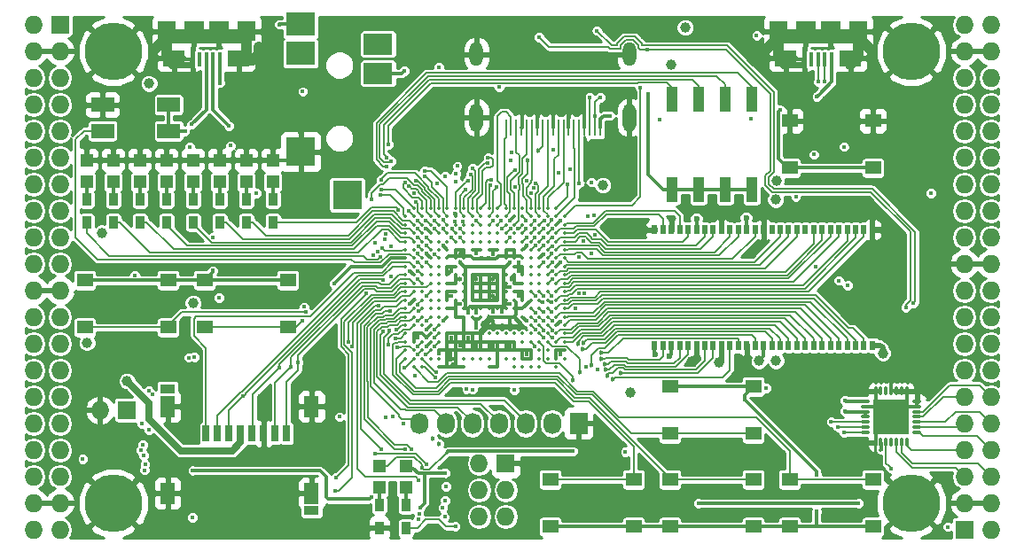
<source format=gtl>
G04 #@! TF.FileFunction,Copper,L1,Top,Signal*
%FSLAX46Y46*%
G04 Gerber Fmt 4.6, Leading zero omitted, Abs format (unit mm)*
G04 Created by KiCad (PCBNEW 4.0.7+dfsg1-1) date Wed Oct 11 15:56:21 2017*
%MOMM*%
%LPD*%
G01*
G04 APERTURE LIST*
%ADD10C,0.100000*%
%ADD11R,1.198880X1.198880*%
%ADD12R,0.560000X0.900000*%
%ADD13R,1.727200X1.727200*%
%ADD14O,1.727200X1.727200*%
%ADD15C,5.500000*%
%ADD16R,2.200000X1.400000*%
%ADD17R,0.900000X1.200000*%
%ADD18R,2.100000X1.600000*%
%ADD19R,1.900000X1.900000*%
%ADD20R,0.400000X1.350000*%
%ADD21R,1.800000X1.900000*%
%ADD22O,0.850000X0.300000*%
%ADD23O,0.300000X0.850000*%
%ADD24R,1.675000X1.675000*%
%ADD25R,1.727200X2.032000*%
%ADD26O,1.727200X2.032000*%
%ADD27R,2.800000X2.200000*%
%ADD28R,2.800000X2.800000*%
%ADD29R,2.800000X2.000000*%
%ADD30O,1.300000X2.700000*%
%ADD31O,1.300000X2.300000*%
%ADD32R,0.250000X1.600000*%
%ADD33R,1.550000X1.300000*%
%ADD34R,1.120000X2.440000*%
%ADD35C,0.350000*%
%ADD36R,0.700000X1.500000*%
%ADD37R,1.450000X0.900000*%
%ADD38R,1.450000X2.000000*%
%ADD39C,0.400000*%
%ADD40C,0.454000*%
%ADD41C,1.000000*%
%ADD42C,0.600000*%
%ADD43C,0.300000*%
%ADD44C,1.000000*%
%ADD45C,0.600000*%
%ADD46C,0.500000*%
%ADD47C,0.190000*%
%ADD48C,0.200000*%
%ADD49C,0.700000*%
%ADD50C,0.254000*%
G04 APERTURE END LIST*
D10*
D11*
X118230000Y-77709020D03*
X118230000Y-75610980D03*
X115690000Y-77709020D03*
X115690000Y-75610980D03*
X113150000Y-77709020D03*
X113150000Y-75610980D03*
X110610000Y-77709020D03*
X110610000Y-75610980D03*
X108070000Y-77709020D03*
X108070000Y-75610980D03*
X105530000Y-77709020D03*
X105530000Y-75610980D03*
X102990000Y-77709020D03*
X102990000Y-75610980D03*
X100450000Y-77709020D03*
X100450000Y-75610980D03*
D12*
X175480000Y-82270000D03*
X154680000Y-93330000D03*
X155480000Y-93330000D03*
X156280000Y-93330000D03*
X157080000Y-93330000D03*
X157880000Y-93330000D03*
X158680000Y-93330000D03*
X159480000Y-93330000D03*
X160280000Y-93330000D03*
X161080000Y-93330000D03*
X161880000Y-93330000D03*
X162680000Y-93330000D03*
X163480000Y-93330000D03*
X164280000Y-93330000D03*
X165080000Y-93330000D03*
X165880000Y-93330000D03*
X166680000Y-93330000D03*
X167480000Y-93330000D03*
X168280000Y-93330000D03*
X169080000Y-93330000D03*
X169880000Y-93330000D03*
X170680000Y-93330000D03*
X171480000Y-93330000D03*
X172280000Y-93330000D03*
X173080000Y-93330000D03*
X173880000Y-93330000D03*
X174680000Y-93330000D03*
X175480000Y-93330000D03*
X174680000Y-82270000D03*
X173880000Y-82270000D03*
X173080000Y-82270000D03*
X172280000Y-82270000D03*
X171480000Y-82270000D03*
X170680000Y-82270000D03*
X169880000Y-82270000D03*
X169080000Y-82270000D03*
X168280000Y-82270000D03*
X167480000Y-82270000D03*
X166680000Y-82270000D03*
X165880000Y-82270000D03*
X165080000Y-82270000D03*
X164280000Y-82270000D03*
X163480000Y-82270000D03*
X162680000Y-82270000D03*
X161880000Y-82270000D03*
X161080000Y-82270000D03*
X160280000Y-82270000D03*
X159480000Y-82270000D03*
X158680000Y-82270000D03*
X157880000Y-82270000D03*
X157080000Y-82270000D03*
X156280000Y-82270000D03*
X155480000Y-82270000D03*
X154680000Y-82270000D03*
D13*
X97910000Y-62690000D03*
D14*
X95370000Y-62690000D03*
X97910000Y-65230000D03*
X95370000Y-65230000D03*
X97910000Y-67770000D03*
X95370000Y-67770000D03*
X97910000Y-70310000D03*
X95370000Y-70310000D03*
X97910000Y-72850000D03*
X95370000Y-72850000D03*
X97910000Y-75390000D03*
X95370000Y-75390000D03*
X97910000Y-77930000D03*
X95370000Y-77930000D03*
X97910000Y-80470000D03*
X95370000Y-80470000D03*
X97910000Y-83010000D03*
X95370000Y-83010000D03*
X97910000Y-85550000D03*
X95370000Y-85550000D03*
X97910000Y-88090000D03*
X95370000Y-88090000D03*
X97910000Y-90630000D03*
X95370000Y-90630000D03*
X97910000Y-93170000D03*
X95370000Y-93170000D03*
X97910000Y-95710000D03*
X95370000Y-95710000D03*
X97910000Y-98250000D03*
X95370000Y-98250000D03*
X97910000Y-100790000D03*
X95370000Y-100790000D03*
X97910000Y-103330000D03*
X95370000Y-103330000D03*
X97910000Y-105870000D03*
X95370000Y-105870000D03*
X97910000Y-108410000D03*
X95370000Y-108410000D03*
X97910000Y-110950000D03*
X95370000Y-110950000D03*
D13*
X184270000Y-110950000D03*
D14*
X186810000Y-110950000D03*
X184270000Y-108410000D03*
X186810000Y-108410000D03*
X184270000Y-105870000D03*
X186810000Y-105870000D03*
X184270000Y-103330000D03*
X186810000Y-103330000D03*
X184270000Y-100790000D03*
X186810000Y-100790000D03*
X184270000Y-98250000D03*
X186810000Y-98250000D03*
X184270000Y-95710000D03*
X186810000Y-95710000D03*
X184270000Y-93170000D03*
X186810000Y-93170000D03*
X184270000Y-90630000D03*
X186810000Y-90630000D03*
X184270000Y-88090000D03*
X186810000Y-88090000D03*
X184270000Y-85550000D03*
X186810000Y-85550000D03*
X184270000Y-83010000D03*
X186810000Y-83010000D03*
X184270000Y-80470000D03*
X186810000Y-80470000D03*
X184270000Y-77930000D03*
X186810000Y-77930000D03*
X184270000Y-75390000D03*
X186810000Y-75390000D03*
X184270000Y-72850000D03*
X186810000Y-72850000D03*
X184270000Y-70310000D03*
X186810000Y-70310000D03*
X184270000Y-67770000D03*
X186810000Y-67770000D03*
X184270000Y-65230000D03*
X186810000Y-65230000D03*
X184270000Y-62690000D03*
X186810000Y-62690000D03*
D15*
X102990000Y-108410000D03*
X179190000Y-108410000D03*
X179190000Y-65230000D03*
X102990000Y-65230000D03*
D16*
X108274000Y-70330000D03*
X101974000Y-70330000D03*
X101974000Y-72830000D03*
X108274000Y-72830000D03*
D13*
X104260000Y-99520000D03*
D14*
X101720000Y-99520000D03*
D11*
X128390000Y-104820980D03*
X128390000Y-106919020D03*
X130930000Y-104820980D03*
X130930000Y-106919020D03*
D17*
X128390000Y-108580000D03*
X128390000Y-110780000D03*
X130930000Y-110780000D03*
X130930000Y-108580000D03*
D18*
X114980000Y-65875000D03*
X108780000Y-65875000D03*
D19*
X113080000Y-63325000D03*
X110680000Y-63325000D03*
D20*
X113180000Y-66000000D03*
X112530000Y-66000000D03*
X111880000Y-66000000D03*
X111230000Y-66000000D03*
X110580000Y-66000000D03*
D21*
X115680000Y-63325000D03*
X108080000Y-63325000D03*
D18*
X173400000Y-65875000D03*
X167200000Y-65875000D03*
D19*
X171500000Y-63325000D03*
X169100000Y-63325000D03*
D20*
X171600000Y-66000000D03*
X170950000Y-66000000D03*
X170300000Y-66000000D03*
X169650000Y-66000000D03*
X169000000Y-66000000D03*
D21*
X174100000Y-63325000D03*
X166500000Y-63325000D03*
D13*
X140455000Y-104600000D03*
D14*
X137915000Y-104600000D03*
X140455000Y-107140000D03*
X137915000Y-107140000D03*
X140455000Y-109680000D03*
X137915000Y-109680000D03*
D17*
X118230000Y-81570000D03*
X118230000Y-79370000D03*
X115690000Y-81570000D03*
X115690000Y-79370000D03*
X113150000Y-81570000D03*
X113150000Y-79370000D03*
X110610000Y-81570000D03*
X110610000Y-79370000D03*
X108070000Y-81570000D03*
X108070000Y-79370000D03*
X105530000Y-81570000D03*
X105530000Y-79370000D03*
X102990000Y-81570000D03*
X102990000Y-79370000D03*
X100450000Y-81570000D03*
X100450000Y-79370000D03*
D22*
X179735000Y-101655000D03*
X179735000Y-101155000D03*
X179735000Y-100655000D03*
X179735000Y-100155000D03*
X179735000Y-99655000D03*
X179735000Y-99155000D03*
X179735000Y-98655000D03*
D23*
X178785000Y-97705000D03*
X178285000Y-97705000D03*
X177785000Y-97705000D03*
X177285000Y-97705000D03*
X176785000Y-97705000D03*
X176285000Y-97705000D03*
X175785000Y-97705000D03*
D22*
X174835000Y-98655000D03*
X174835000Y-99155000D03*
X174835000Y-99655000D03*
X174835000Y-100155000D03*
X174835000Y-100655000D03*
X174835000Y-101155000D03*
X174835000Y-101655000D03*
D23*
X175785000Y-102605000D03*
X176285000Y-102605000D03*
X176785000Y-102605000D03*
X177285000Y-102605000D03*
X177785000Y-102605000D03*
X178285000Y-102605000D03*
X178785000Y-102605000D03*
D24*
X176447500Y-99317500D03*
X176447500Y-100992500D03*
X178122500Y-99317500D03*
X178122500Y-100992500D03*
D25*
X147440000Y-100790000D03*
D26*
X144900000Y-100790000D03*
X142360000Y-100790000D03*
X139820000Y-100790000D03*
X137280000Y-100790000D03*
X134740000Y-100790000D03*
X132200000Y-100790000D03*
D27*
X120880000Y-62640000D03*
X120880000Y-65440000D03*
D28*
X120880000Y-74840000D03*
X125330000Y-78940000D03*
D29*
X128280000Y-67340000D03*
X128280000Y-64540000D03*
D30*
X152280000Y-71550000D03*
X137680000Y-71550000D03*
D31*
X137680000Y-65500000D03*
D32*
X140480000Y-72500000D03*
X140980000Y-72500000D03*
X141480000Y-72500000D03*
X141980000Y-72500000D03*
X142480000Y-72500000D03*
X142980000Y-72500000D03*
X143480000Y-72500000D03*
X143980000Y-72500000D03*
X144480000Y-72500000D03*
X144980000Y-72500000D03*
X145480000Y-72500000D03*
X145980000Y-72500000D03*
X146480000Y-72500000D03*
X146980000Y-72500000D03*
X147480000Y-72500000D03*
X147980000Y-72500000D03*
X148480000Y-72500000D03*
X148980000Y-72500000D03*
X149480000Y-72500000D03*
D31*
X152280000Y-65500000D03*
D33*
X175550000Y-71870000D03*
X175550000Y-76370000D03*
X167590000Y-76370000D03*
X167590000Y-71870000D03*
X100280000Y-91610000D03*
X100280000Y-87110000D03*
X108240000Y-87110000D03*
X108240000Y-91610000D03*
X111710000Y-91610000D03*
X111710000Y-87110000D03*
X119670000Y-87110000D03*
X119670000Y-91610000D03*
X156160000Y-101770000D03*
X156160000Y-97270000D03*
X164120000Y-97270000D03*
X164120000Y-101770000D03*
X164120000Y-106160000D03*
X164120000Y-110660000D03*
X156160000Y-110660000D03*
X156160000Y-106160000D03*
X152690000Y-106160000D03*
X152690000Y-110660000D03*
X144730000Y-110660000D03*
X144730000Y-106160000D03*
X175550000Y-106160000D03*
X175550000Y-110660000D03*
X167590000Y-110660000D03*
X167590000Y-106160000D03*
D34*
X163950000Y-69815000D03*
X156330000Y-78425000D03*
X161410000Y-69815000D03*
X158870000Y-78425000D03*
X158870000Y-69815000D03*
X161410000Y-78425000D03*
X156330000Y-69815000D03*
X163950000Y-78425000D03*
D35*
X131680000Y-80200000D03*
X132480000Y-80200000D03*
X133280000Y-80200000D03*
X134080000Y-80200000D03*
X134880000Y-80200000D03*
X135680000Y-80200000D03*
X136480000Y-80200000D03*
X137280000Y-80200000D03*
X138080000Y-80200000D03*
X138880000Y-80200000D03*
X139680000Y-80200000D03*
X140480000Y-80200000D03*
X141280000Y-80200000D03*
X142080000Y-80200000D03*
X142880000Y-80200000D03*
X143680000Y-80200000D03*
X144480000Y-80200000D03*
X145280000Y-80200000D03*
X130880000Y-81000000D03*
X131680000Y-81000000D03*
X132480000Y-81000000D03*
X133280000Y-81000000D03*
X134080000Y-81000000D03*
X134880000Y-81000000D03*
X135680000Y-81000000D03*
X136480000Y-81000000D03*
X137280000Y-81000000D03*
X138080000Y-81000000D03*
X138880000Y-81000000D03*
X139680000Y-81000000D03*
X140480000Y-81000000D03*
X141280000Y-81000000D03*
X142080000Y-81000000D03*
X142880000Y-81000000D03*
X143680000Y-81000000D03*
X144480000Y-81000000D03*
X145280000Y-81000000D03*
X146080000Y-81000000D03*
X130880000Y-81800000D03*
X131680000Y-81800000D03*
X132480000Y-81800000D03*
X133280000Y-81800000D03*
X134080000Y-81800000D03*
X134880000Y-81800000D03*
X135680000Y-81800000D03*
X136480000Y-81800000D03*
X137280000Y-81800000D03*
X138080000Y-81800000D03*
X138880000Y-81800000D03*
X139680000Y-81800000D03*
X140480000Y-81800000D03*
X141280000Y-81800000D03*
X142080000Y-81800000D03*
X142880000Y-81800000D03*
X143680000Y-81800000D03*
X144480000Y-81800000D03*
X145280000Y-81800000D03*
X146080000Y-81800000D03*
X130880000Y-82600000D03*
X131680000Y-82600000D03*
X132480000Y-82600000D03*
X133280000Y-82600000D03*
X134080000Y-82600000D03*
X134880000Y-82600000D03*
X135680000Y-82600000D03*
X136480000Y-82600000D03*
X137280000Y-82600000D03*
X138080000Y-82600000D03*
X138880000Y-82600000D03*
X139680000Y-82600000D03*
X140480000Y-82600000D03*
X141280000Y-82600000D03*
X142080000Y-82600000D03*
X142880000Y-82600000D03*
X143680000Y-82600000D03*
X144480000Y-82600000D03*
X145280000Y-82600000D03*
X146080000Y-82600000D03*
X130880000Y-83400000D03*
X131680000Y-83400000D03*
X132480000Y-83400000D03*
X133280000Y-83400000D03*
X134080000Y-83400000D03*
X134880000Y-83400000D03*
X135680000Y-83400000D03*
X136480000Y-83400000D03*
X137280000Y-83400000D03*
X138080000Y-83400000D03*
X138880000Y-83400000D03*
X139680000Y-83400000D03*
X140480000Y-83400000D03*
X141280000Y-83400000D03*
X142080000Y-83400000D03*
X142880000Y-83400000D03*
X143680000Y-83400000D03*
X144480000Y-83400000D03*
X145280000Y-83400000D03*
X146080000Y-83400000D03*
X130880000Y-84200000D03*
X131680000Y-84200000D03*
X132480000Y-84200000D03*
X133280000Y-84200000D03*
X134080000Y-84200000D03*
X134880000Y-84200000D03*
X135680000Y-84200000D03*
X136480000Y-84200000D03*
X137280000Y-84200000D03*
X138080000Y-84200000D03*
X138880000Y-84200000D03*
X139680000Y-84200000D03*
X140480000Y-84200000D03*
X141280000Y-84200000D03*
X142080000Y-84200000D03*
X142880000Y-84200000D03*
X143680000Y-84200000D03*
X144480000Y-84200000D03*
X145280000Y-84200000D03*
X146080000Y-84200000D03*
X130880000Y-85000000D03*
X131680000Y-85000000D03*
X132480000Y-85000000D03*
X133280000Y-85000000D03*
X134080000Y-85000000D03*
X134880000Y-85000000D03*
X135680000Y-85000000D03*
X136480000Y-85000000D03*
X137280000Y-85000000D03*
X138080000Y-85000000D03*
X138880000Y-85000000D03*
X139680000Y-85000000D03*
X140480000Y-85000000D03*
X141280000Y-85000000D03*
X142080000Y-85000000D03*
X142880000Y-85000000D03*
X143680000Y-85000000D03*
X144480000Y-85000000D03*
X145280000Y-85000000D03*
X146080000Y-85000000D03*
X130880000Y-85800000D03*
X131680000Y-85800000D03*
X132480000Y-85800000D03*
X133280000Y-85800000D03*
X134080000Y-85800000D03*
X134880000Y-85800000D03*
X135680000Y-85800000D03*
X136480000Y-85800000D03*
X137280000Y-85800000D03*
X138080000Y-85800000D03*
X138880000Y-85800000D03*
X139680000Y-85800000D03*
X140480000Y-85800000D03*
X141280000Y-85800000D03*
X142080000Y-85800000D03*
X142880000Y-85800000D03*
X143680000Y-85800000D03*
X144480000Y-85800000D03*
X145280000Y-85800000D03*
X146080000Y-85800000D03*
X130880000Y-86600000D03*
X131680000Y-86600000D03*
X132480000Y-86600000D03*
X133280000Y-86600000D03*
X134080000Y-86600000D03*
X134880000Y-86600000D03*
X135680000Y-86600000D03*
X136480000Y-86600000D03*
X137280000Y-86600000D03*
X138080000Y-86600000D03*
X138880000Y-86600000D03*
X139680000Y-86600000D03*
X140480000Y-86600000D03*
X141280000Y-86600000D03*
X142080000Y-86600000D03*
X142880000Y-86600000D03*
X143680000Y-86600000D03*
X144480000Y-86600000D03*
X145280000Y-86600000D03*
X146080000Y-86600000D03*
X130880000Y-87400000D03*
X131680000Y-87400000D03*
X132480000Y-87400000D03*
X133280000Y-87400000D03*
X134080000Y-87400000D03*
X134880000Y-87400000D03*
X135680000Y-87400000D03*
X136480000Y-87400000D03*
X137280000Y-87400000D03*
X138080000Y-87400000D03*
X138880000Y-87400000D03*
X139680000Y-87400000D03*
X140480000Y-87400000D03*
X141280000Y-87400000D03*
X142080000Y-87400000D03*
X142880000Y-87400000D03*
X143680000Y-87400000D03*
X144480000Y-87400000D03*
X145280000Y-87400000D03*
X146080000Y-87400000D03*
X130880000Y-88200000D03*
X131680000Y-88200000D03*
X132480000Y-88200000D03*
X133280000Y-88200000D03*
X134080000Y-88200000D03*
X134880000Y-88200000D03*
X135680000Y-88200000D03*
X136480000Y-88200000D03*
X137280000Y-88200000D03*
X138080000Y-88200000D03*
X138880000Y-88200000D03*
X139680000Y-88200000D03*
X140480000Y-88200000D03*
X141280000Y-88200000D03*
X142080000Y-88200000D03*
X142880000Y-88200000D03*
X143680000Y-88200000D03*
X144480000Y-88200000D03*
X145280000Y-88200000D03*
X146080000Y-88200000D03*
X130880000Y-89000000D03*
X131680000Y-89000000D03*
X132480000Y-89000000D03*
X133280000Y-89000000D03*
X134080000Y-89000000D03*
X134880000Y-89000000D03*
X135680000Y-89000000D03*
X136480000Y-89000000D03*
X137280000Y-89000000D03*
X138080000Y-89000000D03*
X138880000Y-89000000D03*
X139680000Y-89000000D03*
X140480000Y-89000000D03*
X141280000Y-89000000D03*
X142080000Y-89000000D03*
X142880000Y-89000000D03*
X143680000Y-89000000D03*
X144480000Y-89000000D03*
X145280000Y-89000000D03*
X146080000Y-89000000D03*
X130880000Y-89800000D03*
X131680000Y-89800000D03*
X132480000Y-89800000D03*
X133280000Y-89800000D03*
X134080000Y-89800000D03*
X134880000Y-89800000D03*
X135680000Y-89800000D03*
X136480000Y-89800000D03*
X137280000Y-89800000D03*
X138080000Y-89800000D03*
X138880000Y-89800000D03*
X139680000Y-89800000D03*
X140480000Y-89800000D03*
X141280000Y-89800000D03*
X142080000Y-89800000D03*
X142880000Y-89800000D03*
X143680000Y-89800000D03*
X144480000Y-89800000D03*
X145280000Y-89800000D03*
X146080000Y-89800000D03*
X130880000Y-90600000D03*
X131680000Y-90600000D03*
X132480000Y-90600000D03*
X133280000Y-90600000D03*
X134080000Y-90600000D03*
X134880000Y-90600000D03*
X135680000Y-90600000D03*
X136480000Y-90600000D03*
X137280000Y-90600000D03*
X138080000Y-90600000D03*
X138880000Y-90600000D03*
X139680000Y-90600000D03*
X140480000Y-90600000D03*
X141280000Y-90600000D03*
X142080000Y-90600000D03*
X142880000Y-90600000D03*
X143680000Y-90600000D03*
X144480000Y-90600000D03*
X145280000Y-90600000D03*
X146080000Y-90600000D03*
X130880000Y-91400000D03*
X131680000Y-91400000D03*
X132480000Y-91400000D03*
X133280000Y-91400000D03*
X134080000Y-91400000D03*
X142880000Y-91400000D03*
X143680000Y-91400000D03*
X144480000Y-91400000D03*
X145280000Y-91400000D03*
X146080000Y-91400000D03*
X130880000Y-92200000D03*
X131680000Y-92200000D03*
X132480000Y-92200000D03*
X133280000Y-92200000D03*
X134080000Y-92200000D03*
X134880000Y-92200000D03*
X135680000Y-92200000D03*
X136480000Y-92200000D03*
X137280000Y-92200000D03*
X138080000Y-92200000D03*
X138880000Y-92200000D03*
X139680000Y-92200000D03*
X140480000Y-92200000D03*
X141280000Y-92200000D03*
X142080000Y-92200000D03*
X142880000Y-92200000D03*
X143680000Y-92200000D03*
X144480000Y-92200000D03*
X145280000Y-92200000D03*
X146080000Y-92200000D03*
X130880000Y-93000000D03*
X131680000Y-93000000D03*
X132480000Y-93000000D03*
X133280000Y-93000000D03*
X134080000Y-93000000D03*
X134880000Y-93000000D03*
X135680000Y-93000000D03*
X136480000Y-93000000D03*
X137280000Y-93000000D03*
X138080000Y-93000000D03*
X138880000Y-93000000D03*
X139680000Y-93000000D03*
X140480000Y-93000000D03*
X141280000Y-93000000D03*
X142080000Y-93000000D03*
X142880000Y-93000000D03*
X143680000Y-93000000D03*
X144480000Y-93000000D03*
X145280000Y-93000000D03*
X146080000Y-93000000D03*
X130880000Y-93800000D03*
X131680000Y-93800000D03*
X132480000Y-93800000D03*
X133280000Y-93800000D03*
X134080000Y-93800000D03*
X134880000Y-93800000D03*
X135680000Y-93800000D03*
X136480000Y-93800000D03*
X137280000Y-93800000D03*
X138080000Y-93800000D03*
X138880000Y-93800000D03*
X139680000Y-93800000D03*
X140480000Y-93800000D03*
X141280000Y-93800000D03*
X142080000Y-93800000D03*
X142880000Y-93800000D03*
X143680000Y-93800000D03*
X144480000Y-93800000D03*
X145280000Y-93800000D03*
X146080000Y-93800000D03*
X130880000Y-94600000D03*
X131680000Y-94600000D03*
X132480000Y-94600000D03*
X133280000Y-94600000D03*
X134080000Y-94600000D03*
X134880000Y-94600000D03*
X135680000Y-94600000D03*
X136480000Y-94600000D03*
X137280000Y-94600000D03*
X138080000Y-94600000D03*
X138880000Y-94600000D03*
X139680000Y-94600000D03*
X140480000Y-94600000D03*
X141280000Y-94600000D03*
X142080000Y-94600000D03*
X142880000Y-94600000D03*
X143680000Y-94600000D03*
X144480000Y-94600000D03*
X145280000Y-94600000D03*
X146080000Y-94600000D03*
X131680000Y-95400000D03*
X132480000Y-95400000D03*
X134080000Y-95400000D03*
X134880000Y-95400000D03*
X135680000Y-95400000D03*
X136480000Y-95400000D03*
X138880000Y-95400000D03*
X139680000Y-95400000D03*
X141280000Y-95400000D03*
X142080000Y-95400000D03*
X142880000Y-95400000D03*
X143680000Y-95400000D03*
X145280000Y-95400000D03*
D36*
X111855000Y-101765000D03*
X112955000Y-101765000D03*
X114055000Y-101765000D03*
X115155000Y-101765000D03*
X116255000Y-101765000D03*
X117355000Y-101765000D03*
X118455000Y-101765000D03*
X119555000Y-101765000D03*
D37*
X108180000Y-97465000D03*
X121930000Y-109115000D03*
D38*
X121930000Y-99165000D03*
X108180000Y-99165000D03*
X108180000Y-107465000D03*
X121930000Y-107465000D03*
D39*
X135172669Y-94689483D03*
X136095958Y-93369652D03*
X135456992Y-95118806D03*
X134113023Y-94099076D03*
D40*
X139264636Y-91615205D03*
D39*
X139575609Y-69792857D03*
D41*
X116880503Y-64802940D03*
X106974809Y-64953974D03*
X175210328Y-64948943D03*
X165417246Y-64954666D03*
D39*
X175495631Y-71457432D03*
X146468970Y-70993942D03*
X144978424Y-71024054D03*
X143480350Y-71016526D03*
X142000564Y-71008511D03*
X147987361Y-71377791D03*
X144102010Y-84600000D03*
X132880424Y-84561218D03*
X135567436Y-80702302D03*
X132810347Y-82177990D03*
X145713035Y-91022010D03*
X145680000Y-94177990D03*
X177285000Y-95710000D03*
D41*
X177229911Y-82281349D03*
D39*
X170046000Y-85804000D03*
D42*
X164741832Y-81130572D03*
D39*
X120770000Y-72215000D03*
D42*
X161067993Y-81216119D03*
D41*
X158233687Y-94852616D03*
X162992748Y-94820185D03*
D42*
X156280000Y-81210838D03*
D39*
X131254529Y-86251357D03*
X140880000Y-81400000D03*
X136085174Y-89394826D03*
X145680000Y-81400000D03*
X150080000Y-81600000D03*
X131280000Y-89400000D03*
X140874194Y-91433353D03*
X145680000Y-85422010D03*
X142480000Y-94200000D03*
X140880000Y-93400000D03*
X139280000Y-93400000D03*
X137680000Y-93400000D03*
X136880000Y-92600000D03*
X135280000Y-92600000D03*
X132880000Y-91800000D03*
X132880000Y-93400000D03*
D40*
X141042859Y-86994997D03*
X139280000Y-87000000D03*
X136110990Y-86995403D03*
X137680000Y-87000000D03*
X136080000Y-84600000D03*
X139280000Y-88600000D03*
D39*
X110587745Y-105297340D03*
X127656639Y-107816792D03*
D41*
X156235582Y-66548363D03*
X166321614Y-77572282D03*
X166248957Y-79408030D03*
X101932065Y-82585048D03*
X106417803Y-68312483D03*
X166280000Y-94800000D03*
D39*
X150457224Y-71377791D03*
X172289562Y-87124051D03*
D41*
X157600000Y-62944000D03*
D39*
X129005202Y-100174798D03*
X137659051Y-91638034D03*
X139820000Y-68665673D03*
X172834633Y-99599920D03*
X172879922Y-98618650D03*
X176305593Y-103279812D03*
X165349214Y-97422919D03*
D41*
X160875897Y-94988750D03*
D39*
X164433885Y-63737451D03*
X148639876Y-77729346D03*
D41*
X149751640Y-78029346D03*
D39*
X134079160Y-66786153D03*
X109828000Y-72830000D03*
X116654336Y-78777990D03*
D41*
X176474303Y-94069095D03*
D39*
X173094000Y-87582000D03*
D41*
X100479904Y-93063904D03*
D42*
X163422030Y-81120665D03*
X154726292Y-94171363D03*
X156077107Y-94380779D03*
X158680000Y-81210838D03*
D39*
X112515000Y-83010000D03*
X181065000Y-78785000D03*
X110529662Y-109760338D03*
X100080000Y-104200000D03*
X113080000Y-88800000D03*
D41*
X164653770Y-94825547D03*
D39*
X135273306Y-88618602D03*
X139272517Y-84611349D03*
X137680556Y-84534085D03*
X141680000Y-86200000D03*
X135280000Y-86200000D03*
X132880000Y-92600000D03*
X132080000Y-92600000D03*
X141680000Y-88600000D03*
X141680000Y-85400000D03*
D41*
X152362985Y-97848768D03*
D39*
X136885174Y-90194826D03*
X140094890Y-90122990D03*
X139280000Y-90122990D03*
X140880000Y-89400000D03*
X137680000Y-90172990D03*
X140880000Y-87800000D03*
X140880000Y-85400000D03*
D40*
X136080000Y-85400000D03*
D39*
X121369010Y-90164222D03*
X130022933Y-91834237D03*
X121036481Y-91008234D03*
X129902064Y-92678248D03*
D41*
X110617371Y-89287199D03*
D39*
X142480000Y-91000000D03*
X142480000Y-83800000D03*
X134480000Y-83800000D03*
X134480000Y-91000000D03*
X105037711Y-86632990D03*
X155149360Y-71764535D03*
X121086654Y-69078528D03*
X170182962Y-69571012D03*
X174110000Y-108410000D03*
X158870000Y-108410000D03*
X137295592Y-97538017D03*
X134750646Y-106810513D03*
X133680000Y-91800000D03*
D40*
X134074414Y-102752225D03*
D39*
X136740903Y-97514503D03*
X134675868Y-108131585D03*
D40*
X133449289Y-102232615D03*
D39*
X133680000Y-92600000D03*
X127951328Y-103666396D03*
X132936956Y-104698915D03*
X134463998Y-108841973D03*
X133685668Y-93402482D03*
X130692380Y-100790000D03*
X131808905Y-96227367D03*
X134636872Y-109719950D03*
X132846234Y-94197073D03*
X118858690Y-62658970D03*
X130761990Y-67119621D03*
X148477832Y-69619684D03*
X149475951Y-69619684D03*
X148991194Y-71377791D03*
X153984196Y-65077116D03*
X153322343Y-68673419D03*
X143650666Y-63862520D03*
X178665908Y-89713903D03*
X149183754Y-63257114D03*
X179375977Y-89317806D03*
X140035989Y-81400000D03*
X115404683Y-98167821D03*
X128776655Y-87110882D03*
X132077895Y-86272150D03*
X118843798Y-95498222D03*
D40*
X119978162Y-95412951D03*
X120634035Y-94977604D03*
D39*
X113212238Y-68244401D03*
X146387166Y-77939336D03*
X147480000Y-77822010D03*
X131453853Y-103260518D03*
X144891634Y-91008466D03*
D40*
X148653935Y-95249010D03*
X149565978Y-94054788D03*
D39*
X144867244Y-90164455D03*
D40*
X150720500Y-96575802D03*
D39*
X144890381Y-83866022D03*
D40*
X151448039Y-95951686D03*
D39*
X144894101Y-83022010D03*
D40*
X150149219Y-96229829D03*
D39*
X144901285Y-86268736D03*
D40*
X150033441Y-95660469D03*
D39*
X144888562Y-86993817D03*
D40*
X149952517Y-95085120D03*
D39*
X144877648Y-88622010D03*
D40*
X149584522Y-94635504D03*
D39*
X144810610Y-89177990D03*
X144895773Y-91874444D03*
D40*
X147777713Y-93691005D03*
X147356233Y-93219138D03*
D39*
X144102010Y-92600000D03*
D40*
X147915304Y-93060979D03*
D39*
X144882352Y-92577990D03*
X130807074Y-95454141D03*
X130141304Y-93529144D03*
X132080000Y-93400000D03*
X129254670Y-93244631D03*
X133852393Y-95875797D03*
X141280000Y-97600000D03*
X133762848Y-96395146D03*
X132080000Y-94200000D03*
X128669601Y-84020243D03*
X105906712Y-103816552D03*
X130839486Y-103260518D03*
X129459184Y-90039192D03*
X132080000Y-89444020D03*
X128602801Y-103260518D03*
X132162861Y-106185868D03*
X128321313Y-89539949D03*
X132880000Y-88600000D03*
X127145130Y-88379076D03*
X124253981Y-105982535D03*
X132080000Y-87000000D03*
X125827283Y-93452662D03*
X124202418Y-107207639D03*
D40*
X142530990Y-75662841D03*
X143525587Y-74749772D03*
D39*
X110313517Y-74380698D03*
X132146108Y-109940263D03*
X114166000Y-74247000D03*
X132189000Y-109415000D03*
X135694981Y-77648547D03*
X135567436Y-81489225D03*
X134702010Y-77200000D03*
X134471354Y-81347908D03*
X132761172Y-77202673D03*
X132737245Y-76676207D03*
X128545566Y-77476577D03*
X127643658Y-79355564D03*
X110718734Y-94451783D03*
X128515897Y-78994176D03*
X110193102Y-94489889D03*
X128569727Y-78469921D03*
X106368514Y-97662752D03*
X131230910Y-78113843D03*
X106741168Y-98035405D03*
X131709326Y-78745875D03*
X132783332Y-81399993D03*
X129016746Y-82660638D03*
X105679715Y-100783924D03*
X132084821Y-83022010D03*
X128948848Y-83183258D03*
X106401171Y-101377901D03*
X132886504Y-83777990D03*
X129513931Y-83860979D03*
X105803161Y-102850427D03*
X132117443Y-83866021D03*
X127966259Y-83527946D03*
X105651866Y-103355255D03*
X132079996Y-84503337D03*
X128256283Y-84387285D03*
X106023598Y-104697574D03*
X133671942Y-84595200D03*
X127824162Y-84688968D03*
X105973679Y-105248709D03*
X132875802Y-85428138D03*
D40*
X146862501Y-96617499D03*
X147534467Y-95913260D03*
D39*
X148102806Y-95339021D03*
X143280000Y-91000000D03*
X149207706Y-95605291D03*
X144082424Y-90132858D03*
X143989948Y-89177990D03*
X147125926Y-89802879D03*
X143281824Y-90201951D03*
X144102010Y-85397219D03*
X147422472Y-84858593D03*
X144886544Y-85385186D03*
X144102010Y-83000000D03*
X148975652Y-82755341D03*
X144885092Y-82177990D03*
X147470668Y-88324835D03*
X144082832Y-88584510D03*
X147997681Y-88324844D03*
X143278026Y-88595030D03*
X144102010Y-82185600D03*
X148935852Y-80899014D03*
X148337768Y-80975785D03*
X144866392Y-81333979D03*
X139280000Y-81400000D03*
X139585116Y-78205862D03*
X138968064Y-78040948D03*
X139049357Y-77520244D03*
X138775679Y-75942989D03*
X138779198Y-75400762D03*
X137680000Y-81400000D03*
X137308732Y-76415018D03*
X137106948Y-76979922D03*
X136856003Y-77562978D03*
X136634118Y-78451672D03*
X135830698Y-76200613D03*
X136411444Y-81497309D03*
X148668800Y-84550385D03*
X144877691Y-84532933D03*
X144102010Y-83800000D03*
X147894174Y-83335809D03*
X142852716Y-78759927D03*
X142473549Y-82998913D03*
X143105106Y-78295223D03*
X142396423Y-82191394D03*
X145494012Y-76834828D03*
X144146021Y-81374784D03*
X143331797Y-77819457D03*
X146627648Y-76461302D03*
X143257990Y-82207154D03*
X143257990Y-81379632D03*
X141380161Y-78226966D03*
X145017056Y-74655847D03*
X141657990Y-82130345D03*
X142413979Y-81382236D03*
X140080000Y-82200000D03*
X141342967Y-76554996D03*
X141046643Y-74873804D03*
X140864029Y-83041403D03*
X140980062Y-75681941D03*
X140924011Y-82179283D03*
X129542604Y-86703515D03*
X132880000Y-83022010D03*
X132080000Y-82177990D03*
X132080000Y-81400000D03*
X131847310Y-79589886D03*
X130856828Y-77742623D03*
X131923295Y-77584853D03*
X133654358Y-82177990D03*
X133627343Y-81396408D03*
X129336756Y-91938993D03*
X132880000Y-91000000D03*
X128770628Y-92009836D03*
X132077648Y-90977990D03*
X130196821Y-80377733D03*
X131180000Y-80500000D03*
X128489708Y-84867377D03*
X132079620Y-85428138D03*
X163908850Y-71651861D03*
X134501414Y-82177578D03*
X133922194Y-77854836D03*
X135656559Y-110610712D03*
X132448438Y-104994496D03*
X146844288Y-103452739D03*
X134707351Y-105508447D03*
X132280000Y-108800000D03*
D41*
X104309083Y-96731596D03*
D39*
X112515000Y-86185000D03*
X163277422Y-98501717D03*
X170126036Y-109212466D03*
X170157734Y-105666345D03*
X169895346Y-75092988D03*
X143257990Y-83000000D03*
X168166438Y-79108038D03*
X151896383Y-103510715D03*
X114039000Y-72342000D03*
X110483000Y-72215000D03*
X177274002Y-105079115D03*
X143258015Y-93423150D03*
X172761273Y-101651681D03*
X143280000Y-91800000D03*
X172193360Y-101105663D03*
X144064831Y-91877646D03*
X171540304Y-100645743D03*
X144080000Y-91000000D03*
X154044000Y-69294000D03*
X129061632Y-76229575D03*
X135280000Y-83022010D03*
X129493343Y-75737814D03*
X136080000Y-83000000D03*
X129122249Y-75363607D03*
X135345425Y-82176814D03*
X135725421Y-76909376D03*
X129252218Y-74142461D03*
X136080000Y-82200000D03*
X172746637Y-74347988D03*
X143280000Y-83800000D03*
X142480000Y-77600000D03*
X170300000Y-68151000D03*
X170950000Y-68125562D03*
X125480000Y-93000000D03*
X121206217Y-89662983D03*
X132156079Y-90030946D03*
X182654362Y-110665838D03*
X124080000Y-87400000D03*
X124080000Y-87400000D03*
X166678914Y-70803555D03*
X129660000Y-100155000D03*
X124580000Y-100155000D03*
D43*
X135172669Y-94406641D02*
X135172669Y-94689483D01*
X135172669Y-93907331D02*
X135172669Y-94406641D01*
X136095958Y-93086810D02*
X136095958Y-93369652D01*
X135280000Y-93800000D02*
X135172669Y-93907331D01*
X136080000Y-93000000D02*
X136095958Y-93015958D01*
X135256993Y-95376993D02*
X135256993Y-95318805D01*
X136095958Y-93015958D02*
X136095958Y-93086810D01*
X135280000Y-95400000D02*
X135256993Y-95376993D01*
X135256993Y-95318805D02*
X135456992Y-95118806D01*
X134080000Y-93800000D02*
X134080000Y-94066053D01*
X134080000Y-94066053D02*
X134113023Y-94099076D01*
X139264636Y-91294179D02*
X139264636Y-91615205D01*
X139264636Y-90984636D02*
X139264636Y-91294179D01*
X138880000Y-90600000D02*
X139264636Y-90984636D01*
X139858451Y-69792857D02*
X139575609Y-69792857D01*
X140192348Y-69792857D02*
X139858451Y-69792857D01*
X140785205Y-69200000D02*
X140192348Y-69792857D01*
X141880000Y-69200000D02*
X140785205Y-69200000D01*
D44*
X116880503Y-65510046D02*
X116880503Y-64802940D01*
X116265561Y-66124988D02*
X116880503Y-65510046D01*
X115680000Y-65910000D02*
X115894988Y-66124988D01*
X115680000Y-63960000D02*
X115680000Y-65910000D01*
X115894988Y-66124988D02*
X116265561Y-66124988D01*
X107474808Y-64453975D02*
X106974809Y-64953974D01*
X107968783Y-63960000D02*
X107474808Y-64453975D01*
X108080000Y-63960000D02*
X107968783Y-63960000D01*
X174710329Y-64448944D02*
X175210328Y-64948943D01*
X174100000Y-63960000D02*
X174221385Y-63960000D01*
X174221385Y-63960000D02*
X174710329Y-64448944D01*
X165917245Y-64454667D02*
X165417246Y-64954666D01*
X166411912Y-63960000D02*
X165917245Y-64454667D01*
X166500000Y-63960000D02*
X166411912Y-63960000D01*
D43*
X175495631Y-71740274D02*
X175495631Y-71457432D01*
X175495631Y-72230631D02*
X175495631Y-71740274D01*
X175535000Y-72270000D02*
X175495631Y-72230631D01*
X143480000Y-72500000D02*
X143480000Y-71016876D01*
X143480000Y-71016876D02*
X143480350Y-71016526D01*
X144980000Y-72500000D02*
X144980000Y-71025630D01*
X144980000Y-71025630D02*
X144978424Y-71024054D01*
X146480000Y-72500000D02*
X146480000Y-71004972D01*
X146480000Y-71004972D02*
X146468970Y-70993942D01*
X147980000Y-72500000D02*
X147980000Y-71385152D01*
X147980000Y-71385152D02*
X147987361Y-71377791D01*
X146468970Y-70711100D02*
X146468970Y-70993942D01*
X146468970Y-69211030D02*
X146468970Y-70711100D01*
X146480000Y-69200000D02*
X146468970Y-69211030D01*
X144978424Y-70741212D02*
X144978424Y-71024054D01*
X144978424Y-69201576D02*
X144978424Y-70741212D01*
X144980000Y-69200000D02*
X144978424Y-69201576D01*
X143480350Y-70733684D02*
X143480350Y-71016526D01*
X143480350Y-69200350D02*
X143480350Y-70733684D01*
X143480000Y-69200000D02*
X143480350Y-69200350D01*
X142000564Y-71008511D02*
X142000564Y-72479436D01*
X142000564Y-72479436D02*
X141980000Y-72500000D01*
X142000564Y-70725669D02*
X142000564Y-71008511D01*
X142000564Y-69320564D02*
X142000564Y-70725669D01*
X141880000Y-69200000D02*
X142000564Y-69320564D01*
X146480000Y-69200000D02*
X147780000Y-69200000D01*
X147780000Y-69200000D02*
X147940542Y-69360542D01*
X147987361Y-71094949D02*
X147987361Y-71377791D01*
X147940542Y-71048130D02*
X147987361Y-71094949D01*
X147940542Y-69360542D02*
X147940542Y-71048130D01*
D45*
X108780000Y-66510000D02*
X110455000Y-66510000D01*
D43*
X110455000Y-66510000D02*
X110580000Y-66635000D01*
D44*
X108080000Y-63960000D02*
X108080000Y-65810000D01*
X108080000Y-65810000D02*
X108780000Y-66510000D01*
X115680000Y-63960000D02*
X115680000Y-65810000D01*
D43*
X115680000Y-65810000D02*
X114980000Y-66510000D01*
D44*
X113080000Y-63960000D02*
X115680000Y-63960000D01*
X110680000Y-63960000D02*
X113080000Y-63960000D01*
X108080000Y-63960000D02*
X110680000Y-63960000D01*
D45*
X167200000Y-66510000D02*
X168875000Y-66510000D01*
D43*
X168875000Y-66510000D02*
X169000000Y-66635000D01*
D44*
X174100000Y-63960000D02*
X174100000Y-65810000D01*
X174100000Y-65810000D02*
X173400000Y-66510000D01*
X166500000Y-63960000D02*
X166500000Y-65810000D01*
X166500000Y-65810000D02*
X167200000Y-66510000D01*
X171500000Y-63960000D02*
X174100000Y-63960000D01*
X169100000Y-63960000D02*
X171500000Y-63960000D01*
X166500000Y-63960000D02*
X169100000Y-63960000D01*
D43*
X143680000Y-85000000D02*
X144080000Y-84600000D01*
X144080000Y-84600000D02*
X144102010Y-84600000D01*
X132880424Y-84600424D02*
X132880424Y-84561218D01*
X133280000Y-85000000D02*
X132880424Y-84600424D01*
X135680000Y-80752513D02*
X135629789Y-80702302D01*
X135629789Y-80702302D02*
X135567436Y-80702302D01*
X135680000Y-81000000D02*
X135680000Y-80752513D01*
X132857990Y-82177990D02*
X132810347Y-82177990D01*
X133280000Y-82600000D02*
X132857990Y-82177990D01*
X145657990Y-91022010D02*
X145713035Y-91022010D01*
X145280000Y-91400000D02*
X145657990Y-91022010D01*
X145680000Y-93800000D02*
X145680000Y-94177990D01*
X178785000Y-97705000D02*
X178785000Y-98655000D01*
X178785000Y-98655000D02*
X178122500Y-99317500D01*
X176285000Y-97705000D02*
X175785000Y-97705000D01*
X175785000Y-102605000D02*
X175785000Y-101655000D01*
X175785000Y-101655000D02*
X176447500Y-100992500D01*
X178122500Y-99317500D02*
X178122500Y-100992500D01*
X176447500Y-99317500D02*
X178122500Y-99317500D01*
X176447500Y-100992500D02*
X178122500Y-100992500D01*
X177285000Y-97705000D02*
X177285000Y-95710000D01*
X178122500Y-99317500D02*
X178285000Y-99155000D01*
X178285000Y-99155000D02*
X179735000Y-99155000D01*
X179735000Y-98655000D02*
X179735000Y-99155000D01*
X177785000Y-97705000D02*
X177920000Y-97705000D01*
X177920000Y-97705000D02*
X178285000Y-97705000D01*
X178285000Y-97705000D02*
X178785000Y-97705000D01*
X177285000Y-97705000D02*
X177785000Y-97705000D01*
X175785000Y-97705000D02*
X175785000Y-98655000D01*
X175785000Y-98655000D02*
X176447500Y-99317500D01*
X174835000Y-99155000D02*
X176285000Y-99155000D01*
X176285000Y-99155000D02*
X176447500Y-99317500D01*
X177241260Y-82270000D02*
X177229911Y-82281349D01*
X164941831Y-81330571D02*
X164741832Y-81130572D01*
X165080000Y-81468740D02*
X164941831Y-81330571D01*
X165080000Y-82270000D02*
X165080000Y-81468740D01*
X120770000Y-73030000D02*
X120770000Y-72215000D01*
X120880000Y-74840000D02*
X120880000Y-73140000D01*
X120880000Y-73140000D02*
X120770000Y-73030000D01*
X118230000Y-75610980D02*
X120109020Y-75610980D01*
X120109020Y-75610980D02*
X120880000Y-74840000D01*
X142280000Y-69200000D02*
X141880000Y-69200000D01*
X161080000Y-81228126D02*
X161067993Y-81216119D01*
X161080000Y-82270000D02*
X161080000Y-81228126D01*
D46*
X175480000Y-82270000D02*
X177241260Y-82270000D01*
D43*
X158680000Y-94406303D02*
X158433686Y-94652617D01*
X158433686Y-94652617D02*
X158233687Y-94852616D01*
X158680000Y-93330000D02*
X158680000Y-94406303D01*
X163192747Y-94620186D02*
X162992748Y-94820185D01*
X163480000Y-94332933D02*
X163192747Y-94620186D01*
X163480000Y-93330000D02*
X163480000Y-94332933D01*
X156280000Y-82270000D02*
X156280000Y-81210838D01*
X131331357Y-86251357D02*
X131254529Y-86251357D01*
X131680000Y-86600000D02*
X131331357Y-86251357D01*
X141280000Y-81000000D02*
X140880000Y-81400000D01*
X135685174Y-89394826D02*
X135802332Y-89394826D01*
X135680000Y-89400000D02*
X135685174Y-89394826D01*
X135802332Y-89394826D02*
X136085174Y-89394826D01*
X135054999Y-84825001D02*
X137080000Y-84825001D01*
X137280000Y-85000000D02*
X137105001Y-84825001D01*
X137105001Y-84825001D02*
X137080000Y-84825001D01*
X138280000Y-85088351D02*
X137368351Y-85088351D01*
X137368351Y-85088351D02*
X137280000Y-85000000D01*
X139680000Y-86600000D02*
X139280000Y-87000000D01*
X139680000Y-88200000D02*
X139680000Y-89000000D01*
X139680000Y-87400000D02*
X139680000Y-88200000D01*
X139680000Y-86600000D02*
X139680000Y-87400000D01*
X137280000Y-88200000D02*
X137280000Y-89000000D01*
X137280000Y-87400000D02*
X137280000Y-88200000D01*
X137280000Y-86600000D02*
X137280000Y-87400000D01*
X138880000Y-87400000D02*
X138880000Y-88200000D01*
X138880000Y-86600000D02*
X138880000Y-87400000D01*
X138080000Y-87400000D02*
X138080000Y-86600000D01*
X138080000Y-88200000D02*
X138080000Y-87400000D01*
X138080000Y-89000000D02*
X138080000Y-88200000D01*
X138080000Y-88200000D02*
X138880000Y-88200000D01*
X138080000Y-87400000D02*
X138880000Y-87400000D01*
X137280000Y-87400000D02*
X138080000Y-87400000D01*
X145454999Y-81625001D02*
X145680000Y-81400000D01*
X145280000Y-81800000D02*
X145454999Y-81625001D01*
X153430000Y-81600000D02*
X150080000Y-81600000D01*
X154680000Y-82270000D02*
X154100000Y-82270000D01*
X154100000Y-82270000D02*
X153430000Y-81600000D01*
X141480000Y-89800000D02*
X141480000Y-89200000D01*
X141480000Y-89200000D02*
X141280000Y-89000000D01*
X141280000Y-89800000D02*
X141480000Y-89800000D01*
X141480000Y-89800000D02*
X142080000Y-89800000D01*
X141454999Y-90425001D02*
X141454999Y-89825001D01*
X141454999Y-89825001D02*
X141480000Y-89800000D01*
X131680000Y-89000000D02*
X131280000Y-89400000D01*
X140874194Y-90605806D02*
X140874194Y-91150511D01*
X140880000Y-90600000D02*
X140874194Y-90605806D01*
X140874194Y-91150511D02*
X140874194Y-91433353D01*
X140480000Y-90600000D02*
X140880000Y-90600000D01*
X140880000Y-90600000D02*
X141280000Y-90600000D01*
X139680000Y-90600000D02*
X140480000Y-90600000D01*
X138880000Y-90600000D02*
X139680000Y-90600000D01*
X145280000Y-85800000D02*
X145657990Y-85422010D01*
X145657990Y-85422010D02*
X145680000Y-85422010D01*
X141280000Y-85000000D02*
X141280000Y-84800000D01*
X141280000Y-84200000D02*
X141280000Y-85000000D01*
X140480000Y-84200000D02*
X141280000Y-84200000D01*
X141280000Y-84800000D02*
X141280000Y-84200000D01*
X141905001Y-84825001D02*
X141305001Y-84825001D01*
X141305001Y-84825001D02*
X141280000Y-84800000D01*
X140480000Y-85000000D02*
X140480000Y-84200000D01*
X139680000Y-85000000D02*
X139680000Y-84898347D01*
X139680000Y-84898347D02*
X139753346Y-84825001D01*
X138280000Y-85088351D02*
X138680000Y-85088351D01*
X138280000Y-85088351D02*
X139489996Y-85088351D01*
X138080000Y-85000000D02*
X138191649Y-85000000D01*
X138191649Y-85000000D02*
X138280000Y-85088351D01*
X138880000Y-85000000D02*
X138768351Y-85000000D01*
X138768351Y-85000000D02*
X138680000Y-85088351D01*
X135680000Y-84200000D02*
X135680000Y-84800000D01*
X135680000Y-84800000D02*
X135680000Y-85000000D01*
X135054999Y-84825001D02*
X135654999Y-84825001D01*
X135654999Y-84825001D02*
X135680000Y-84800000D01*
X136480000Y-85000000D02*
X136480000Y-84200000D01*
X134880000Y-85000000D02*
X135054999Y-84825001D01*
X138880000Y-87400000D02*
X139680000Y-87400000D01*
X138880000Y-88200000D02*
X138880000Y-89000000D01*
X138880000Y-88200000D02*
X139680000Y-88200000D01*
X137280000Y-88200000D02*
X138080000Y-88200000D01*
X141280000Y-90600000D02*
X141454999Y-90425001D01*
X142280000Y-69200000D02*
X143480000Y-69200000D01*
X143480000Y-69200000D02*
X144980000Y-69200000D01*
X144980000Y-69200000D02*
X146480000Y-69200000D01*
D46*
X115690000Y-75610980D02*
X118230000Y-75610980D01*
X113150000Y-75610980D02*
X115690000Y-75610980D01*
X110610000Y-75610980D02*
X113150000Y-75610980D01*
X108070000Y-75610980D02*
X110610000Y-75610980D01*
X105530000Y-75610980D02*
X108070000Y-75610980D01*
X102990000Y-75610980D02*
X105530000Y-75610980D01*
X100450000Y-75610980D02*
X102990000Y-75610980D01*
D43*
X142080000Y-89800000D02*
X142880000Y-89000000D01*
X145680000Y-93800000D02*
X145280000Y-93800000D01*
X146080000Y-93800000D02*
X145680000Y-93800000D01*
X135680000Y-89400000D02*
X135680000Y-89800000D01*
X135680000Y-89000000D02*
X135680000Y-89400000D01*
X135280000Y-95400000D02*
X135680000Y-95400000D01*
X134880000Y-95400000D02*
X135280000Y-95400000D01*
X135280000Y-93800000D02*
X135680000Y-93800000D01*
X134880000Y-93800000D02*
X135280000Y-93800000D01*
X142480000Y-93800000D02*
X142080000Y-93800000D01*
X142880000Y-93800000D02*
X142480000Y-93800000D01*
X142480000Y-93800000D02*
X142480000Y-94200000D01*
X140880000Y-93000000D02*
X141280000Y-93000000D01*
X140480000Y-93000000D02*
X140880000Y-93000000D01*
X140880000Y-93000000D02*
X140880000Y-93400000D01*
X139280000Y-93000000D02*
X138880000Y-93000000D01*
X139680000Y-93000000D02*
X139280000Y-93000000D01*
X139280000Y-93000000D02*
X139280000Y-93400000D01*
X137680000Y-93000000D02*
X137280000Y-93000000D01*
X137680000Y-93000000D02*
X137680000Y-93400000D01*
X138080000Y-93000000D02*
X137680000Y-93000000D01*
X136080000Y-93000000D02*
X135680000Y-93000000D01*
X136480000Y-93000000D02*
X136080000Y-93000000D01*
X136880000Y-93000000D02*
X136480000Y-93000000D01*
X137280000Y-93000000D02*
X136880000Y-93000000D01*
X136880000Y-93000000D02*
X136880000Y-92600000D01*
X135280000Y-93000000D02*
X135680000Y-93000000D01*
X134880000Y-93000000D02*
X135280000Y-93000000D01*
X135280000Y-93000000D02*
X135280000Y-92600000D01*
X133280000Y-91400000D02*
X132880000Y-91800000D01*
X133280000Y-93000000D02*
X132880000Y-93400000D01*
X139753346Y-84825001D02*
X141905001Y-84825001D01*
X139489996Y-85088351D02*
X139753346Y-84825001D01*
X141905001Y-84825001D02*
X142080000Y-85000000D01*
X141042859Y-86837141D02*
X141042859Y-86994997D01*
X141280000Y-86600000D02*
X141042859Y-86837141D01*
X135684597Y-86995403D02*
X135789964Y-86995403D01*
X135680000Y-87000000D02*
X135684597Y-86995403D01*
X135789964Y-86995403D02*
X136110990Y-86995403D01*
X135680000Y-87000000D02*
X135680000Y-86600000D01*
X135680000Y-87400000D02*
X135680000Y-87000000D01*
X138880000Y-90600000D02*
X138880000Y-91091880D01*
X138880000Y-91091880D02*
X138080000Y-91891880D01*
X138080000Y-91891880D02*
X138080000Y-92200000D01*
X136480000Y-90600000D02*
X136480000Y-92200000D01*
X139680000Y-89000000D02*
X139280000Y-88600000D01*
X137280000Y-86600000D02*
X137680000Y-87000000D01*
X136480000Y-84200000D02*
X136080000Y-84600000D01*
X141280000Y-86600000D02*
X141280000Y-87400000D01*
X142080000Y-87400000D02*
X141280000Y-87400000D01*
X135680000Y-84200000D02*
X136480000Y-84200000D01*
X134880000Y-87400000D02*
X135680000Y-87400000D01*
X138880000Y-86600000D02*
X139680000Y-86600000D01*
X138080000Y-86600000D02*
X138880000Y-86600000D01*
X137280000Y-86600000D02*
X138080000Y-86600000D01*
X138880000Y-89000000D02*
X139680000Y-89000000D01*
X138080000Y-89000000D02*
X138880000Y-89000000D01*
X137280000Y-89000000D02*
X138080000Y-89000000D01*
X135680000Y-89800000D02*
X134880000Y-89800000D01*
X135680000Y-90600000D02*
X135680000Y-89800000D01*
X135680000Y-90600000D02*
X136480000Y-90600000D01*
X140480000Y-93000000D02*
X139680000Y-93000000D01*
X139680000Y-93800000D02*
X140480000Y-93800000D01*
X139680000Y-93800000D02*
X139680000Y-94600000D01*
X139680000Y-95400000D02*
X139680000Y-94600000D01*
X138880000Y-95400000D02*
X139680000Y-95400000D01*
X135680000Y-95400000D02*
X136480000Y-95400000D01*
X135680000Y-95400000D02*
X135680000Y-94600000D01*
X134880000Y-95400000D02*
X134080000Y-95400000D01*
X134880000Y-94600000D02*
X134880000Y-95400000D01*
X134080000Y-93800000D02*
X134880000Y-93800000D01*
X134880000Y-94600000D02*
X134880000Y-93800000D01*
X135680000Y-94600000D02*
X134880000Y-94600000D01*
X135680000Y-93800000D02*
X135680000Y-94600000D01*
X134880000Y-93000000D02*
X134880000Y-93800000D01*
X134880000Y-92200000D02*
X134880000Y-93000000D01*
X135680000Y-92200000D02*
X134880000Y-92200000D01*
X135680000Y-93800000D02*
X136480000Y-93800000D01*
X135680000Y-93000000D02*
X135680000Y-93800000D01*
X135680000Y-92200000D02*
X135680000Y-93000000D01*
X135680000Y-92200000D02*
X136480000Y-92200000D01*
X136480000Y-92200000D02*
X137280000Y-92200000D01*
X137280000Y-93800000D02*
X137280000Y-93000000D01*
X136480000Y-93800000D02*
X137280000Y-93800000D01*
X136480000Y-93000000D02*
X136480000Y-93800000D01*
X136480000Y-92200000D02*
X136480000Y-93000000D01*
X137280000Y-92200000D02*
X138080000Y-92200000D01*
X137280000Y-93800000D02*
X138080000Y-93800000D01*
X137280000Y-92200000D02*
X137280000Y-93000000D01*
X138080000Y-92200000D02*
X138080000Y-93000000D01*
X138080000Y-93000000D02*
X138880000Y-93000000D01*
X138080000Y-93800000D02*
X138080000Y-93000000D01*
X138880000Y-93800000D02*
X138080000Y-93800000D01*
X138880000Y-93000000D02*
X138880000Y-93800000D01*
X139680000Y-93800000D02*
X139680000Y-93000000D01*
X138880000Y-93800000D02*
X139680000Y-93800000D01*
X140480000Y-93000000D02*
X140480000Y-93800000D01*
X141280000Y-93000000D02*
X141280000Y-93800000D01*
X141280000Y-93800000D02*
X142080000Y-93800000D01*
X140480000Y-93800000D02*
X141280000Y-93800000D01*
X142080000Y-94600000D02*
X142880000Y-94600000D01*
X142080000Y-93800000D02*
X142080000Y-94600000D01*
X142880000Y-94600000D02*
X142880000Y-93800000D01*
X145280000Y-93800000D02*
X145280000Y-94600000D01*
X123310000Y-107816792D02*
X123310000Y-105870000D01*
X123509999Y-108016791D02*
X123310000Y-107816792D01*
X110870587Y-105297340D02*
X110587745Y-105297340D01*
X123310000Y-105870000D02*
X122737340Y-105297340D01*
X127656639Y-107816792D02*
X127456640Y-108016791D01*
X122737340Y-105297340D02*
X110870587Y-105297340D01*
X127456640Y-108016791D02*
X123509999Y-108016791D01*
X149480000Y-71700000D02*
X149802209Y-71377791D01*
X149802209Y-71377791D02*
X150457224Y-71377791D01*
X149480000Y-72500000D02*
X149480000Y-71700000D01*
X186810000Y-62877865D02*
X186810000Y-62690000D01*
X137659051Y-91355192D02*
X137659051Y-91638034D01*
X137659051Y-90820949D02*
X137659051Y-91355192D01*
X137680000Y-90800000D02*
X137659051Y-90820949D01*
X172889713Y-99655000D02*
X172834633Y-99599920D01*
X174835000Y-99655000D02*
X172889713Y-99655000D01*
X172916272Y-98655000D02*
X172879922Y-98618650D01*
X174835000Y-98655000D02*
X172916272Y-98655000D01*
X176305593Y-102996970D02*
X176305593Y-103279812D01*
X176285000Y-102605000D02*
X176305593Y-102625593D01*
X176285000Y-103300405D02*
X176305593Y-103279812D01*
X176285000Y-103330000D02*
X176285000Y-103300405D01*
X176305593Y-102625593D02*
X176305593Y-102996970D01*
X176280000Y-103335000D02*
X176285000Y-103330000D01*
D46*
X161080000Y-94784647D02*
X160875897Y-94988750D01*
X161080000Y-93330000D02*
X161080000Y-94784647D01*
D43*
X108274000Y-72830000D02*
X109828000Y-72830000D01*
X108274000Y-70330000D02*
X108274000Y-72830000D01*
X174835000Y-99655000D02*
X174835000Y-100155000D01*
D46*
X176260000Y-93330000D02*
X176474303Y-93544303D01*
X176474303Y-93544303D02*
X176474303Y-94069095D01*
X175480000Y-93330000D02*
X176260000Y-93330000D01*
D43*
X163480000Y-81178635D02*
X163422030Y-81120665D01*
X163480000Y-82270000D02*
X163480000Y-81178635D01*
X154680000Y-93330000D02*
X154680000Y-94125071D01*
X154680000Y-94125071D02*
X154726292Y-94171363D01*
X156280000Y-94177886D02*
X156077107Y-94380779D01*
X156280000Y-93330000D02*
X156280000Y-94177886D01*
X158680000Y-82270000D02*
X158680000Y-81210838D01*
X134880000Y-86600000D02*
X135280000Y-86200000D01*
X135280000Y-85800000D02*
X135280000Y-86200000D01*
X134880000Y-85800000D02*
X134880000Y-86600000D01*
X164853769Y-94625548D02*
X164653770Y-94825547D01*
X165080000Y-94399317D02*
X164853769Y-94625548D01*
X165080000Y-93330000D02*
X165080000Y-94399317D01*
X137680000Y-90800000D02*
X137880000Y-90800000D01*
X137480000Y-90800000D02*
X137680000Y-90800000D01*
X137880000Y-90800000D02*
X138080000Y-90600000D01*
X137280000Y-90600000D02*
X137480000Y-90800000D01*
X132880000Y-92600000D02*
X133280000Y-92200000D01*
X132480000Y-92200000D02*
X132880000Y-92600000D01*
X134990464Y-88618602D02*
X135273306Y-88618602D01*
X134898602Y-88618602D02*
X134990464Y-88618602D01*
X134880000Y-88600000D02*
X134898602Y-88618602D01*
X139272517Y-84328507D02*
X139272517Y-84611349D01*
X139272517Y-84207483D02*
X139272517Y-84328507D01*
X139280000Y-84200000D02*
X139272517Y-84207483D01*
X137680556Y-84200556D02*
X137680556Y-84251243D01*
X137680000Y-84200000D02*
X137680556Y-84200556D01*
X137680556Y-84251243D02*
X137680556Y-84534085D01*
X142080000Y-88600000D02*
X142080000Y-89000000D01*
X142080000Y-88200000D02*
X142080000Y-88600000D01*
X141680000Y-85800000D02*
X141680000Y-86200000D01*
X135280000Y-85800000D02*
X135680000Y-85800000D01*
X134880000Y-85800000D02*
X135280000Y-85800000D01*
X132080000Y-92200000D02*
X132480000Y-92200000D01*
X131680000Y-92200000D02*
X132080000Y-92200000D01*
X132080000Y-92200000D02*
X132080000Y-92600000D01*
X131680000Y-93000000D02*
X131680000Y-92200000D01*
X134880000Y-88600000D02*
X134880000Y-89000000D01*
X134880000Y-88200000D02*
X134880000Y-88600000D01*
X141680000Y-88200000D02*
X142080000Y-88200000D01*
X141280000Y-88200000D02*
X141680000Y-88200000D01*
X141680000Y-88200000D02*
X141680000Y-88600000D01*
X141680000Y-85800000D02*
X142080000Y-85800000D01*
X141280000Y-85800000D02*
X141680000Y-85800000D01*
X141680000Y-85800000D02*
X141680000Y-85400000D01*
X139280000Y-84200000D02*
X139680000Y-84200000D01*
X138880000Y-84200000D02*
X139280000Y-84200000D01*
X137680000Y-84200000D02*
X138080000Y-84200000D01*
X137280000Y-84200000D02*
X137680000Y-84200000D01*
X142080000Y-85800000D02*
X142080000Y-86600000D01*
X134880000Y-88200000D02*
X135680000Y-88200000D01*
X136654999Y-86800000D02*
X136654999Y-87200000D01*
X136654999Y-86600000D02*
X136654999Y-86800000D01*
X136654999Y-86800000D02*
X136654999Y-86774999D01*
X136654999Y-86774999D02*
X136480000Y-86600000D01*
X136654999Y-87200000D02*
X136654999Y-88200000D01*
X136480000Y-87400000D02*
X136654999Y-87225001D01*
X136654999Y-87225001D02*
X136654999Y-87200000D01*
X136885174Y-89911984D02*
X136885174Y-90194826D01*
X136880000Y-89800000D02*
X136885174Y-89805174D01*
X136885174Y-89805174D02*
X136885174Y-89911984D01*
X138080000Y-89625001D02*
X138880000Y-89625001D01*
X138880000Y-89625001D02*
X139280000Y-89625001D01*
X138880000Y-89800000D02*
X138880000Y-89625001D01*
X138080000Y-89800000D02*
X138080000Y-89625001D01*
X137054999Y-89625001D02*
X137280000Y-89625001D01*
X137280000Y-89625001D02*
X137680000Y-89625001D01*
X137280000Y-89800000D02*
X137280000Y-89625001D01*
X137680000Y-89625001D02*
X138080000Y-89625001D01*
X136480000Y-89000000D02*
X136654999Y-89000000D01*
X136654999Y-88200000D02*
X136654999Y-89000000D01*
X136480000Y-88200000D02*
X136654999Y-88200000D01*
X140094890Y-89840148D02*
X140094890Y-90122990D01*
X140094890Y-89639891D02*
X140094890Y-89840148D01*
X140080000Y-89625001D02*
X140094890Y-89639891D01*
X139280000Y-89625001D02*
X139280000Y-90122990D01*
X139280000Y-89625001D02*
X139680000Y-89625001D01*
X139680000Y-89625001D02*
X140080000Y-89625001D01*
X140080000Y-89625001D02*
X140305001Y-89625001D01*
X139680000Y-89800000D02*
X139680000Y-89625001D01*
X140305001Y-89400000D02*
X140305001Y-89000000D01*
X140305001Y-89000000D02*
X140305001Y-88200000D01*
X140480000Y-89000000D02*
X140305001Y-89000000D01*
X140305001Y-88200000D02*
X140305001Y-87800000D01*
X140480000Y-88200000D02*
X140305001Y-88200000D01*
X140305001Y-87800000D02*
X140305001Y-87400000D01*
X140305001Y-87400000D02*
X140305001Y-86600000D01*
X140480000Y-87400000D02*
X140305001Y-87400000D01*
X140305001Y-86600000D02*
X140305001Y-85974999D01*
X140480000Y-86600000D02*
X140305001Y-86600000D01*
X140480000Y-85800000D02*
X139480000Y-85800000D01*
X139480000Y-85800000D02*
X138680000Y-85800000D01*
X139680000Y-85800000D02*
X139480000Y-85800000D01*
X138680000Y-85800000D02*
X137880000Y-85800000D01*
X138880000Y-85800000D02*
X138680000Y-85800000D01*
X137880000Y-85800000D02*
X137080000Y-85800000D01*
X138080000Y-85800000D02*
X137880000Y-85800000D01*
X137080000Y-85800000D02*
X136480000Y-85800000D01*
X137280000Y-85800000D02*
X137080000Y-85800000D01*
X136654999Y-85974999D02*
X136654999Y-86600000D01*
X136654999Y-89000000D02*
X136654999Y-89625001D01*
X140305001Y-89400000D02*
X140880000Y-89400000D01*
X137680000Y-89625001D02*
X137680000Y-90172990D01*
X136880000Y-89800000D02*
X137054999Y-89625001D01*
X140305001Y-89625001D02*
X140480000Y-89800000D01*
X140305001Y-87800000D02*
X140880000Y-87800000D01*
X140305001Y-89625001D02*
X140305001Y-89400000D01*
X140480000Y-85800000D02*
X140880000Y-85400000D01*
X136480000Y-89800000D02*
X136880000Y-89800000D01*
X136480000Y-85800000D02*
X136080000Y-85400000D01*
X140305001Y-85974999D02*
X140480000Y-85800000D01*
X136480000Y-85800000D02*
X136654999Y-85974999D01*
X136654999Y-89625001D02*
X136480000Y-89800000D01*
D47*
X147062304Y-98358968D02*
X146876603Y-98173267D01*
X135080094Y-96599106D02*
X133960188Y-97719012D01*
X131724127Y-97719012D02*
X130041550Y-96036435D01*
X130041550Y-96036435D02*
X130041550Y-94638450D01*
X130705001Y-93974999D02*
X130880000Y-93800000D01*
X133960188Y-97719012D02*
X131724127Y-97719012D01*
X146876603Y-98173267D02*
X145302445Y-96599106D01*
X145302445Y-96599106D02*
X135080094Y-96599106D01*
X148488969Y-98358968D02*
X147062304Y-98358968D01*
X156690000Y-106560000D02*
X148488969Y-98358968D01*
X130041550Y-94638450D02*
X130705001Y-93974999D01*
X156160000Y-106160000D02*
X164120000Y-106160000D01*
X108450000Y-91210000D02*
X109495778Y-90164222D01*
X121086168Y-90164222D02*
X121369010Y-90164222D01*
X109495778Y-90164222D02*
X121086168Y-90164222D01*
X108240000Y-91610000D02*
X100280000Y-91610000D01*
X130525433Y-91400000D02*
X130091196Y-91834237D01*
X130091196Y-91834237D02*
X130022933Y-91834237D01*
X130880000Y-91400000D02*
X130525433Y-91400000D01*
X119670000Y-91610000D02*
X120434715Y-91610000D01*
X120434715Y-91610000D02*
X121036481Y-91008234D01*
X119670000Y-91610000D02*
X111710000Y-91610000D01*
X119425148Y-91210000D02*
X119484873Y-91269725D01*
X130401752Y-92678248D02*
X130184906Y-92678248D01*
X130880000Y-92200000D02*
X130401752Y-92678248D01*
X130184906Y-92678248D02*
X129902064Y-92678248D01*
X152690000Y-105320000D02*
X152690000Y-106160000D01*
X129702002Y-93226237D02*
X129702002Y-96145208D01*
X152690000Y-103008320D02*
X152690000Y-105320000D01*
X145453236Y-97198218D02*
X146930994Y-98675979D01*
X134091498Y-98036023D02*
X135211404Y-96916117D01*
X135211404Y-96916117D02*
X145171135Y-96916117D01*
X131592817Y-98036023D02*
X134091498Y-98036023D01*
X145171135Y-96916117D02*
X145453236Y-97198218D01*
X129816881Y-93111358D02*
X129702002Y-93226237D01*
X130193100Y-93000000D02*
X130081742Y-93111358D01*
X130880000Y-93000000D02*
X130193100Y-93000000D01*
X146930994Y-98675979D02*
X148357659Y-98675979D01*
X148357659Y-98675979D02*
X152690000Y-103008320D01*
X129702002Y-96145208D02*
X131592817Y-98036023D01*
X130081742Y-93111358D02*
X129816881Y-93111358D01*
X144730000Y-106160000D02*
X152690000Y-106160000D01*
X133097148Y-96817148D02*
X131854999Y-95574999D01*
X133965410Y-96817148D02*
X133097148Y-96817148D01*
X134817474Y-95965084D02*
X133965410Y-96817148D01*
X147324924Y-97724946D02*
X145565065Y-95965084D01*
X148824076Y-97724946D02*
X147324924Y-97724946D01*
X151274968Y-100175838D02*
X148824076Y-97724946D01*
X164359767Y-100175838D02*
X151274968Y-100175838D01*
X167590000Y-103406071D02*
X164359767Y-100175838D01*
X167590000Y-106160000D02*
X167590000Y-103406071D01*
X131854999Y-95574999D02*
X131680000Y-95400000D01*
X145565065Y-95965084D02*
X134817474Y-95965084D01*
X167590000Y-106160000D02*
X175550000Y-106160000D01*
X156160000Y-101770000D02*
X152420809Y-101770000D01*
X131855437Y-97402001D02*
X130358561Y-95905125D01*
X130705001Y-94774999D02*
X130880000Y-94600000D01*
X130358561Y-95121439D02*
X130705001Y-94774999D01*
X130358561Y-95905125D02*
X130358561Y-95121439D01*
X134948784Y-96282095D02*
X133828878Y-97402001D01*
X147193614Y-98041957D02*
X147007913Y-97856256D01*
X147007913Y-97856256D02*
X145433755Y-96282095D01*
X145433755Y-96282095D02*
X134948784Y-96282095D01*
X148692766Y-98041957D02*
X147193614Y-98041957D01*
X133828878Y-97402001D02*
X131855437Y-97402001D01*
X152420809Y-101770000D02*
X148692766Y-98041957D01*
X164120000Y-101770000D02*
X156160000Y-101770000D01*
D43*
X142080000Y-90600000D02*
X142480000Y-91000000D01*
X142254999Y-84025001D02*
X142480000Y-83800000D01*
X142080000Y-84200000D02*
X142254999Y-84025001D01*
X134880000Y-84200000D02*
X134480000Y-83800000D01*
X134880000Y-90600000D02*
X134480000Y-91000000D01*
X171600000Y-66635000D02*
X171600000Y-68153974D01*
X170382961Y-69371013D02*
X170182962Y-69571012D01*
X171600000Y-68153974D02*
X170382961Y-69371013D01*
X158870000Y-108410000D02*
X174110000Y-108410000D01*
D47*
X134080000Y-91400000D02*
X133680000Y-91800000D01*
X134080000Y-92200000D02*
X133680000Y-92600000D01*
X128234170Y-103666396D02*
X127951328Y-103666396D01*
X128250302Y-103682528D02*
X128234170Y-103666396D01*
X132936956Y-104698915D02*
X131920569Y-103682528D01*
X131920569Y-103682528D02*
X128250302Y-103682528D01*
X133685668Y-93394332D02*
X133685668Y-93402482D01*
X134080000Y-93000000D02*
X133685668Y-93394332D01*
X133280000Y-93800000D02*
X132882927Y-94197073D01*
X132882927Y-94197073D02*
X132846234Y-94197073D01*
D43*
X120880000Y-62640000D02*
X118877660Y-62640000D01*
X118877660Y-62640000D02*
X118858690Y-62658970D01*
X130561991Y-67319620D02*
X130761990Y-67119621D01*
X130541611Y-67340000D02*
X130561991Y-67319620D01*
X128280000Y-67340000D02*
X130541611Y-67340000D01*
D47*
X148480000Y-72500000D02*
X148480000Y-69621852D01*
X148480000Y-69621852D02*
X148477832Y-69619684D01*
X149275952Y-69819683D02*
X149475951Y-69619684D01*
X148991194Y-71377791D02*
X148991194Y-70104441D01*
X148991194Y-70104441D02*
X149275952Y-69819683D01*
X148980000Y-72500000D02*
X148980000Y-71388985D01*
X148980000Y-71388985D02*
X148991194Y-71377791D01*
X165282602Y-78050153D02*
X165282602Y-77094411D01*
X153325968Y-65077116D02*
X153984196Y-65077116D01*
X153152010Y-64638802D02*
X153152010Y-64903158D01*
X179110133Y-88986836D02*
X179110133Y-82466041D01*
X179110133Y-82466041D02*
X175330120Y-78686028D01*
X165748975Y-69285251D02*
X161540840Y-65077116D01*
X153152010Y-64903158D02*
X153325968Y-65077116D01*
X150450436Y-64972117D02*
X151407990Y-64972117D01*
X150289532Y-64811213D02*
X150450436Y-64972117D01*
X165748975Y-76628038D02*
X165748975Y-69285251D01*
X161540840Y-65077116D02*
X154267038Y-65077116D01*
X175330120Y-78686028D02*
X165918477Y-78686028D01*
X152641198Y-64127990D02*
X153152010Y-64638802D01*
X154267038Y-65077116D02*
X153984196Y-65077116D01*
X151407990Y-64638802D02*
X151918802Y-64127990D01*
X143650666Y-63862520D02*
X144599359Y-64811213D01*
X151407990Y-64972117D02*
X151407990Y-64638802D01*
X165282602Y-77094411D02*
X165748975Y-76628038D01*
X144599359Y-64811213D02*
X150289532Y-64811213D01*
X178665908Y-89713903D02*
X178665908Y-89431061D01*
X151918802Y-64127990D02*
X152641198Y-64127990D01*
X165918477Y-78686028D02*
X165282602Y-78050153D01*
X178665908Y-89431061D02*
X179110133Y-88986836D01*
X147118000Y-79962000D02*
X152520000Y-79962000D01*
X146080000Y-81000000D02*
X147118000Y-79962000D01*
X152520000Y-79962000D02*
X153322343Y-79159657D01*
X153322343Y-68956261D02*
X153322343Y-68673419D01*
X153322343Y-79159657D02*
X153322343Y-68956261D01*
X153469021Y-64507492D02*
X153469021Y-64655106D01*
X151090979Y-64507492D02*
X151787492Y-63810979D01*
X151090979Y-64655106D02*
X151090979Y-64507492D01*
X150581746Y-64655106D02*
X151090979Y-64655106D01*
X165599613Y-77918843D02*
X166049787Y-78369017D01*
X179575976Y-89117807D02*
X179375977Y-89317806D01*
X153469021Y-64655106D02*
X161567151Y-64655106D01*
X149183754Y-63257114D02*
X150581746Y-64655106D01*
X151787492Y-63810979D02*
X152772508Y-63810979D01*
X166065986Y-69153941D02*
X166065986Y-76759348D01*
X152772508Y-63810979D02*
X153469021Y-64507492D01*
X161567151Y-64655106D02*
X166065986Y-69153941D01*
X166065986Y-76759348D02*
X165599613Y-77225721D01*
X165599613Y-77225721D02*
X165599613Y-77918843D01*
X166049787Y-78369017D02*
X175461430Y-78369017D01*
X175461430Y-78369017D02*
X179575976Y-82483563D01*
X179575976Y-82483563D02*
X179575976Y-89117807D01*
X139680000Y-81800000D02*
X140035989Y-81444011D01*
X140035989Y-81444011D02*
X140035989Y-81400000D01*
X115604682Y-97940787D02*
X115604682Y-97967822D01*
X128776655Y-87110882D02*
X128671806Y-87006033D01*
X126539436Y-87006033D02*
X115604682Y-97940787D01*
X115604682Y-97967822D02*
X115404683Y-98167821D01*
X114055000Y-101765000D02*
X114055000Y-99517504D01*
X115204684Y-98367820D02*
X115404683Y-98167821D01*
X128671806Y-87006033D02*
X126539436Y-87006033D01*
X114055000Y-99517504D02*
X115204684Y-98367820D01*
X132152150Y-86272150D02*
X132077895Y-86272150D01*
X132480000Y-86600000D02*
X132152150Y-86272150D01*
X116325000Y-101295000D02*
X116325000Y-98017020D01*
X116325000Y-98017020D02*
X118843798Y-95498222D01*
X116255000Y-101765000D02*
X116255000Y-101365000D01*
X116255000Y-101365000D02*
X116325000Y-101295000D01*
X126670745Y-87323044D02*
X118843798Y-95149991D01*
X118843798Y-95215380D02*
X118843798Y-95498222D01*
X118843798Y-95149991D02*
X118843798Y-95215380D01*
X128345953Y-87323044D02*
X126670745Y-87323044D01*
X130880000Y-86600000D02*
X130258328Y-86600000D01*
X128555793Y-87532884D02*
X128345953Y-87323044D01*
X130258328Y-86600000D02*
X129325444Y-87532884D01*
X129325444Y-87532884D02*
X128555793Y-87532884D01*
X118455000Y-101765000D02*
X118455000Y-96936113D01*
X118455000Y-96936113D02*
X119978162Y-95412951D01*
X131680000Y-87400000D02*
X131280000Y-87000000D01*
X131280000Y-87000000D02*
X130338304Y-87000000D01*
X119978162Y-95091925D02*
X119978162Y-95412951D01*
X119978162Y-94463947D02*
X119978162Y-95091925D01*
X130338304Y-87000000D02*
X129488409Y-87849895D01*
X126802054Y-87640055D02*
X119978162Y-94463947D01*
X128272516Y-87849895D02*
X128062676Y-87640055D01*
X129488409Y-87849895D02*
X128272516Y-87849895D01*
X128062676Y-87640055D02*
X126802054Y-87640055D01*
X119555000Y-101765000D02*
X119555000Y-96794459D01*
X120634035Y-95298630D02*
X120634035Y-94977604D01*
X119555000Y-96794459D02*
X120634035Y-95715424D01*
X120634035Y-95715424D02*
X120634035Y-95298630D01*
X126933363Y-87957066D02*
X120634035Y-94256394D01*
X120634035Y-94256394D02*
X120634035Y-94656578D01*
X120634035Y-94656578D02*
X120634035Y-94977604D01*
X128141206Y-88166906D02*
X127931366Y-87957066D01*
X129619719Y-88166906D02*
X128141206Y-88166906D01*
X130880000Y-87400000D02*
X130434324Y-87400000D01*
X130315084Y-87471540D02*
X129619719Y-88166906D01*
X127931366Y-87957066D02*
X126933363Y-87957066D01*
X130434324Y-87400000D02*
X130315084Y-87471540D01*
D43*
X113180000Y-68212163D02*
X113212238Y-68244401D01*
X113180000Y-66635000D02*
X113180000Y-68212163D01*
D47*
X147480000Y-72500000D02*
X147480000Y-77822010D01*
X146387166Y-78222178D02*
X146387166Y-77939336D01*
X146387166Y-79092834D02*
X146387166Y-78222178D01*
X145280000Y-80200000D02*
X146387166Y-79092834D01*
X147480000Y-77539168D02*
X147480000Y-77822010D01*
X131031852Y-102838517D02*
X131253854Y-103060519D01*
X131253854Y-103060519D02*
X131453853Y-103260518D01*
X127272943Y-100233059D02*
X129878401Y-102838517D01*
X129878401Y-102838517D02*
X131031852Y-102838517D01*
X127247614Y-96706165D02*
X127272943Y-96731494D01*
X127272943Y-96731494D02*
X127272943Y-100233059D01*
X127247614Y-91591075D02*
X127247614Y-96706165D01*
X128242716Y-90595973D02*
X127247614Y-91591075D01*
X128786495Y-90595973D02*
X128242716Y-90595973D01*
X128921274Y-90461194D02*
X128786495Y-90595973D01*
X130322940Y-89800000D02*
X129661746Y-90461194D01*
X129661746Y-90461194D02*
X128921274Y-90461194D01*
X130880000Y-89800000D02*
X130322940Y-89800000D01*
X146441738Y-86000768D02*
X165221281Y-86000768D01*
X168280000Y-82942049D02*
X168280000Y-82910000D01*
X168280000Y-82910000D02*
X168280000Y-82270000D01*
X165221281Y-86000768D02*
X168280000Y-82942049D01*
X146245505Y-86197001D02*
X146441738Y-86000768D01*
X145280000Y-86600000D02*
X145682999Y-86197001D01*
X145682999Y-86197001D02*
X146245505Y-86197001D01*
X172280000Y-82910000D02*
X172280000Y-82270000D01*
X145680000Y-87800000D02*
X146225446Y-87800000D01*
X167921188Y-87268812D02*
X172280000Y-82910000D01*
X146992034Y-87268812D02*
X167921188Y-87268812D01*
X146500286Y-87760560D02*
X146992034Y-87268812D01*
X146264886Y-87760560D02*
X146500286Y-87760560D01*
X146225446Y-87800000D02*
X146264886Y-87760560D01*
X145280000Y-88200000D02*
X145680000Y-87800000D01*
X155480000Y-82270000D02*
X155480000Y-81200000D01*
X155080000Y-80800000D02*
X150080000Y-80800000D01*
X147186067Y-81955651D02*
X146938720Y-82202999D01*
X155480000Y-81200000D02*
X155080000Y-80800000D01*
X150080000Y-80800000D02*
X148924349Y-81955651D01*
X148924349Y-81955651D02*
X147186067Y-81955651D01*
X146938720Y-82202999D02*
X145677001Y-82202999D01*
X145677001Y-82202999D02*
X145280000Y-82600000D01*
X170680000Y-92690000D02*
X170680000Y-93330000D01*
X147348179Y-91188397D02*
X149223760Y-91188397D01*
X145680000Y-91800000D02*
X146736576Y-91800000D01*
X145280000Y-92200000D02*
X145680000Y-91800000D01*
X146736576Y-91800000D02*
X147348179Y-91188397D01*
X168111911Y-90121911D02*
X170680000Y-92690000D01*
X150290246Y-90121911D02*
X168111911Y-90121911D01*
X149223760Y-91188397D02*
X150290246Y-90121911D01*
X164280000Y-92690000D02*
X163930988Y-92340988D01*
X149350456Y-93605786D02*
X148653935Y-94302307D01*
X163930988Y-92340988D02*
X151209416Y-92340988D01*
X148653935Y-94302307D02*
X148653935Y-94927984D01*
X149944618Y-93605786D02*
X149350456Y-93605786D01*
X164280000Y-93330000D02*
X164280000Y-92690000D01*
X148653935Y-94927984D02*
X148653935Y-95249010D01*
X151209416Y-92340988D02*
X149944618Y-93605786D01*
X144888466Y-91008466D02*
X144891634Y-91008466D01*
X144480000Y-90600000D02*
X144888466Y-91008466D01*
X147123344Y-87585823D02*
X168888739Y-87585823D01*
X146631596Y-88077571D02*
X147123344Y-87585823D01*
X146396196Y-88077571D02*
X146631596Y-88077571D01*
X173080000Y-82910000D02*
X173080000Y-82270000D01*
X146273767Y-88200000D02*
X146396196Y-88077571D01*
X146080000Y-88200000D02*
X146273767Y-88200000D01*
X173080000Y-83394562D02*
X173080000Y-82910000D01*
X168888739Y-87585823D02*
X173080000Y-83394562D01*
X146196243Y-85683757D02*
X164752418Y-85683757D01*
X167480000Y-82956175D02*
X167480000Y-82910000D01*
X164752418Y-85683757D02*
X167480000Y-82956175D01*
X167480000Y-82910000D02*
X167480000Y-82270000D01*
X146080000Y-85800000D02*
X146196243Y-85683757D01*
X149089786Y-82272662D02*
X150281803Y-83464680D01*
X157325320Y-83464680D02*
X157880000Y-82910000D01*
X157880000Y-82910000D02*
X157880000Y-82270000D01*
X150281803Y-83464680D02*
X157325320Y-83464680D01*
X146990039Y-82600000D02*
X147317378Y-82272662D01*
X146080000Y-82600000D02*
X146990039Y-82600000D01*
X147317378Y-82272662D02*
X149089786Y-82272662D01*
X169880000Y-92690000D02*
X169880000Y-93330000D01*
X150421556Y-90438922D02*
X167628922Y-90438922D01*
X167628922Y-90438922D02*
X169880000Y-92690000D01*
X146080000Y-92200000D02*
X146784897Y-92200000D01*
X149355070Y-91505408D02*
X150421556Y-90438922D01*
X146784897Y-92200000D02*
X147479489Y-91505408D01*
X147479489Y-91505408D02*
X149355070Y-91505408D01*
X162680000Y-93330000D02*
X162680000Y-92690000D01*
X149887004Y-94054788D02*
X149565978Y-94054788D01*
X150262536Y-94054788D02*
X149887004Y-94054788D01*
X151659325Y-92657999D02*
X150262536Y-94054788D01*
X162680000Y-92690000D02*
X162647999Y-92657999D01*
X162647999Y-92657999D02*
X151659325Y-92657999D01*
X144480000Y-89800000D02*
X144844455Y-90164455D01*
X144844455Y-90164455D02*
X144867244Y-90164455D01*
X173880000Y-83042883D02*
X173880000Y-82910000D01*
X169020049Y-87902834D02*
X173880000Y-83042883D01*
X145280000Y-89000000D02*
X145680000Y-88600000D01*
X147254654Y-87902834D02*
X169020049Y-87902834D01*
X173880000Y-82910000D02*
X173880000Y-82270000D01*
X146527506Y-88394582D02*
X146762906Y-88394582D01*
X146762906Y-88394582D02*
X147254654Y-87902834D01*
X146322088Y-88600000D02*
X146527506Y-88394582D01*
X145680000Y-88600000D02*
X146322088Y-88600000D01*
X146080000Y-81800000D02*
X146254999Y-81625001D01*
X146254999Y-81625001D02*
X148806678Y-81625001D01*
X148806678Y-81625001D02*
X149961679Y-80470000D01*
X149961679Y-80470000D02*
X156591710Y-80470000D01*
X156591710Y-80470000D02*
X157080000Y-80958290D01*
X157080000Y-80958290D02*
X157080000Y-81630000D01*
X157080000Y-81630000D02*
X157080000Y-82270000D01*
X157080000Y-82270000D02*
X157080000Y-82599602D01*
X169880000Y-82910000D02*
X169880000Y-82270000D01*
X146598104Y-86317779D02*
X167201352Y-86317779D01*
X169880000Y-83639131D02*
X169880000Y-82910000D01*
X167201352Y-86317779D02*
X169880000Y-83639131D01*
X146080000Y-86600000D02*
X146315883Y-86600000D01*
X146315883Y-86600000D02*
X146598104Y-86317779D01*
X148773091Y-83177342D02*
X149546144Y-83177342D01*
X150150493Y-83781691D02*
X158608309Y-83781691D01*
X158608309Y-83781691D02*
X159480000Y-82910000D01*
X149546144Y-83177342D02*
X150150493Y-83781691D01*
X148553651Y-82923035D02*
X148553651Y-82957902D01*
X159480000Y-82910000D02*
X159480000Y-82270000D01*
X148220289Y-82589673D02*
X148553651Y-82923035D01*
X145280000Y-83400000D02*
X145682999Y-82997001D01*
X147448687Y-82589673D02*
X148220289Y-82589673D01*
X147041359Y-82997001D02*
X147448687Y-82589673D01*
X145682999Y-82997001D02*
X147041359Y-82997001D01*
X148553651Y-82957902D02*
X148773091Y-83177342D01*
X161155905Y-96400696D02*
X161880000Y-95676601D01*
X157115298Y-96400696D02*
X161155905Y-96400696D01*
X155204702Y-96400696D02*
X155207399Y-96397999D01*
X161880000Y-95676601D02*
X161880000Y-93330000D01*
X150720500Y-96575802D02*
X150895606Y-96400696D01*
X150895606Y-96400696D02*
X155204702Y-96400696D01*
X155207399Y-96397999D02*
X157112601Y-96397999D01*
X157112601Y-96397999D02*
X157115298Y-96400696D01*
D48*
X144480000Y-84200000D02*
X144813978Y-83866022D01*
X144813978Y-83866022D02*
X144890381Y-83866022D01*
D47*
X169417298Y-88219845D02*
X174680000Y-82957143D01*
X174680000Y-82910000D02*
X174680000Y-82270000D01*
X148975386Y-88746846D02*
X149502386Y-88219845D01*
X174680000Y-82957143D02*
X174680000Y-82910000D01*
X146370410Y-89000000D02*
X146623564Y-88746845D01*
X146623564Y-88746845D02*
X148975386Y-88746846D01*
X146080000Y-89000000D02*
X146370410Y-89000000D01*
X149502386Y-88219845D02*
X169417298Y-88219845D01*
X149092450Y-90871386D02*
X150158936Y-89804900D01*
X171480000Y-92690000D02*
X171480000Y-93330000D01*
X146080000Y-91400000D02*
X146608614Y-90871386D01*
X168594900Y-89804900D02*
X171480000Y-92690000D01*
X150158936Y-89804900D02*
X168594900Y-89804900D01*
X146608614Y-90871386D02*
X149092450Y-90871386D01*
X150019183Y-84098702D02*
X159091298Y-84098702D01*
X148088979Y-82906684D02*
X148236640Y-83054345D01*
X147579997Y-82906684D02*
X148088979Y-82906684D01*
X160280000Y-82910000D02*
X160280000Y-82270000D01*
X148236640Y-83054345D02*
X148236640Y-83089212D01*
X146080000Y-83400000D02*
X147086681Y-83400000D01*
X149414834Y-83494353D02*
X150019183Y-84098702D01*
X148236640Y-83089212D02*
X148641781Y-83494353D01*
X159091298Y-84098702D02*
X160280000Y-82910000D01*
X147086681Y-83400000D02*
X147579997Y-82906684D01*
X148641781Y-83494353D02*
X149414834Y-83494353D01*
X149633696Y-88536856D02*
X170035667Y-88536856D01*
X174680000Y-92690000D02*
X174680000Y-93330000D01*
X173664011Y-91674011D02*
X174680000Y-92690000D01*
X146754874Y-89063856D02*
X149106697Y-89063856D01*
X146418730Y-89400000D02*
X146754874Y-89063856D01*
X173172822Y-91674011D02*
X173664011Y-91674011D01*
X145280000Y-89800000D02*
X145680000Y-89400000D01*
X145680000Y-89400000D02*
X146418730Y-89400000D01*
X170035667Y-88536856D02*
X173172822Y-91674011D01*
X149106697Y-89063856D02*
X149633696Y-88536856D01*
X158781610Y-95993382D02*
X151489735Y-95993382D01*
X160280000Y-93330000D02*
X160280000Y-94494992D01*
X160280000Y-94494992D02*
X158781610Y-95993382D01*
X151489735Y-95993382D02*
X151448039Y-95951686D01*
D48*
X144480000Y-83400000D02*
X144857990Y-83022010D01*
X144857990Y-83022010D02*
X144894101Y-83022010D01*
D47*
X148501668Y-83802561D02*
X145677439Y-83802561D01*
X148510471Y-83811364D02*
X148501668Y-83802561D01*
X160374287Y-84415713D02*
X149887873Y-84415713D01*
X145454999Y-84025001D02*
X145280000Y-84200000D01*
X149283527Y-83811364D02*
X148510471Y-83811364D01*
X149702172Y-84230012D02*
X149283527Y-83811364D01*
X149887873Y-84415713D02*
X149702172Y-84230012D01*
X145677439Y-83802561D02*
X145454999Y-84025001D01*
X161880000Y-82910000D02*
X160374287Y-84415713D01*
X161880000Y-82270000D02*
X161880000Y-82910000D01*
X162680000Y-82910000D02*
X162680000Y-82270000D01*
X148379161Y-84128375D02*
X149152218Y-84128375D01*
X148370358Y-84119572D02*
X148379161Y-84128375D01*
X149756563Y-84732724D02*
X160857276Y-84732724D01*
X146407915Y-84119572D02*
X148370358Y-84119572D01*
X146327487Y-84200000D02*
X146407915Y-84119572D01*
X160857276Y-84732724D02*
X162680000Y-82910000D01*
X146080000Y-84200000D02*
X146327487Y-84200000D01*
X149152218Y-84128375D02*
X149756563Y-84732724D01*
X170680000Y-83287452D02*
X170680000Y-82910000D01*
X167332662Y-86634790D02*
X170680000Y-83287452D01*
X145680000Y-87000000D02*
X146364204Y-87000000D01*
X146729414Y-86634790D02*
X167332662Y-86634790D01*
X146364204Y-87000000D02*
X146729414Y-86634790D01*
X145280000Y-87400000D02*
X145680000Y-87000000D01*
X170680000Y-82910000D02*
X170680000Y-82270000D01*
X151828192Y-95667315D02*
X151663561Y-95502684D01*
X158639317Y-95667315D02*
X151828192Y-95667315D01*
X151160375Y-95502684D02*
X150660229Y-96002830D01*
X151663561Y-95502684D02*
X151160375Y-95502684D01*
X159480000Y-94826632D02*
X158639317Y-95667315D01*
X159480000Y-93330000D02*
X159480000Y-94826632D01*
X150660229Y-96002830D02*
X150376218Y-96002830D01*
X150376218Y-96002830D02*
X150149219Y-96229829D01*
X144811264Y-86268736D02*
X144901285Y-86268736D01*
X144480000Y-86600000D02*
X144811264Y-86268736D01*
X147727616Y-84436583D02*
X148340768Y-85049735D01*
X164280000Y-82910000D02*
X164280000Y-82270000D01*
X148340768Y-85049735D02*
X162140265Y-85049735D01*
X147070550Y-84597001D02*
X147230968Y-84436583D01*
X145682999Y-84597001D02*
X147070550Y-84597001D01*
X145280000Y-85000000D02*
X145682999Y-84597001D01*
X162140265Y-85049735D02*
X164280000Y-82910000D01*
X147230968Y-84436583D02*
X147727616Y-84436583D01*
X171480000Y-82910000D02*
X171480000Y-82270000D01*
X171480000Y-82940475D02*
X171480000Y-82910000D01*
X146860724Y-86951801D02*
X167468674Y-86951801D01*
X146080000Y-87400000D02*
X146412525Y-87400000D01*
X146412525Y-87400000D02*
X146860724Y-86951801D01*
X167468674Y-86951801D02*
X171480000Y-82940475D01*
X173880000Y-92829510D02*
X173880000Y-93330000D01*
X169904357Y-88853867D02*
X173880000Y-92829510D01*
X149765006Y-88853867D02*
X169904357Y-88853867D01*
X146467051Y-89800000D02*
X146886184Y-89380867D01*
X146886184Y-89380867D02*
X149238007Y-89380867D01*
X146080000Y-89800000D02*
X146467051Y-89800000D01*
X149238007Y-89380867D02*
X149765006Y-88853867D01*
X145280000Y-90600000D02*
X145678604Y-90201396D01*
X149896316Y-89170878D02*
X169596075Y-89170878D01*
X145678604Y-90201396D02*
X146899881Y-90201396D01*
X169596075Y-89170878D02*
X173080000Y-92654803D01*
X146923365Y-90224880D02*
X148842314Y-90224880D01*
X148842314Y-90224880D02*
X149896316Y-89170878D01*
X146899881Y-90201396D02*
X146923365Y-90224880D01*
X173080000Y-92654803D02*
X173080000Y-92690000D01*
X173080000Y-92690000D02*
X173080000Y-93330000D01*
X172280000Y-92690000D02*
X172280000Y-93330000D01*
X150027626Y-89487889D02*
X169077889Y-89487889D01*
X148961140Y-90554375D02*
X150027626Y-89487889D01*
X146327487Y-90600000D02*
X146373112Y-90554375D01*
X169077889Y-89487889D02*
X172280000Y-92690000D01*
X146080000Y-90600000D02*
X146327487Y-90600000D01*
X146373112Y-90554375D02*
X148961140Y-90554375D01*
X151794871Y-95185673D02*
X150829263Y-95185673D01*
X150354467Y-95660469D02*
X150033441Y-95660469D01*
X157880000Y-93330000D02*
X157880000Y-94162570D01*
X150829263Y-95185673D02*
X150354467Y-95660469D01*
X156692266Y-95350304D02*
X151959502Y-95350304D01*
X157880000Y-94162570D02*
X156692266Y-95350304D01*
X151959502Y-95350304D02*
X151794871Y-95185673D01*
X144886183Y-86993817D02*
X144888562Y-86993817D01*
X144480000Y-87400000D02*
X144886183Y-86993817D01*
X157080000Y-94514249D02*
X156560956Y-95033293D01*
X150490001Y-94868662D02*
X150273543Y-95085120D01*
X151926181Y-94868662D02*
X150490001Y-94868662D01*
X150273543Y-95085120D02*
X149952517Y-95085120D01*
X156560956Y-95033293D02*
X152090812Y-95033293D01*
X157080000Y-93330000D02*
X157080000Y-94514249D01*
X152090812Y-95033293D02*
X151926181Y-94868662D01*
X144877648Y-88597648D02*
X144877648Y-88622010D01*
X144480000Y-88200000D02*
X144877648Y-88597648D01*
X149905548Y-94635504D02*
X149584522Y-94635504D01*
X149989401Y-94551651D02*
X149905548Y-94635504D01*
X152215594Y-94709754D02*
X152057491Y-94551651D01*
X155147284Y-94709754D02*
X152215594Y-94709754D01*
X155480000Y-94377038D02*
X155147284Y-94709754D01*
X152057491Y-94551651D02*
X149989401Y-94551651D01*
X155480000Y-93330000D02*
X155480000Y-94377038D01*
X144480000Y-89000000D02*
X144657990Y-89177990D01*
X144657990Y-89177990D02*
X144810610Y-89177990D01*
X144480000Y-91400000D02*
X144895773Y-91815773D01*
X144895773Y-91815773D02*
X144895773Y-91874444D01*
X165880000Y-93330000D02*
X165880000Y-92690000D01*
X165213977Y-92023977D02*
X151078106Y-92023977D01*
X151078106Y-92023977D02*
X150011620Y-93090463D01*
X148754539Y-93090463D02*
X148153997Y-93691005D01*
X150011620Y-93090463D02*
X148754539Y-93090463D01*
X165880000Y-92690000D02*
X165213977Y-92023977D01*
X148098739Y-93691005D02*
X147777713Y-93691005D01*
X148153997Y-93691005D02*
X148098739Y-93691005D01*
X169080000Y-92690000D02*
X169080000Y-93330000D01*
X149486380Y-91822419D02*
X150552866Y-90755933D01*
X167145933Y-90755933D02*
X169080000Y-92690000D01*
X147610798Y-91822419D02*
X149486380Y-91822419D01*
X150552866Y-90755933D02*
X167145933Y-90755933D01*
X145680000Y-92600000D02*
X146833217Y-92600000D01*
X146833217Y-92600000D02*
X147610798Y-91822419D01*
X145280000Y-93000000D02*
X145680000Y-92600000D01*
X150684176Y-91072944D02*
X166662944Y-91072944D01*
X168280000Y-92690000D02*
X168280000Y-93330000D01*
X146881538Y-93000000D02*
X147742108Y-92139430D01*
X147742108Y-92139430D02*
X149617690Y-92139430D01*
X166662944Y-91072944D02*
X168280000Y-92690000D01*
X149617690Y-92139430D02*
X150684176Y-91072944D01*
X146080000Y-93000000D02*
X146881538Y-93000000D01*
X146080000Y-85000000D02*
X146446746Y-85366746D01*
X166680000Y-82910000D02*
X166680000Y-82270000D01*
X164223254Y-85366746D02*
X166680000Y-82910000D01*
X146446746Y-85366746D02*
X164223254Y-85366746D01*
X167480000Y-93330000D02*
X167480000Y-92690000D01*
X147356233Y-92973626D02*
X147356233Y-93219138D01*
X150815486Y-91389955D02*
X149749000Y-92456441D01*
X166179955Y-91389955D02*
X150815486Y-91389955D01*
X147873418Y-92456441D02*
X147356233Y-92973626D01*
X149749000Y-92456441D02*
X147873418Y-92456441D01*
X167480000Y-92690000D02*
X166179955Y-91389955D01*
X143680000Y-92200000D02*
X144080000Y-92600000D01*
X144080000Y-92600000D02*
X144102010Y-92600000D01*
X148202831Y-92773452D02*
X148142303Y-92833980D01*
X150946796Y-91706966D02*
X149880310Y-92773452D01*
X148142303Y-92833980D02*
X147915304Y-93060979D01*
X149880310Y-92773452D02*
X148202831Y-92773452D01*
X166680000Y-92690000D02*
X165696966Y-91706966D01*
X166680000Y-93330000D02*
X166680000Y-92690000D01*
X165696966Y-91706966D02*
X150946796Y-91706966D01*
X144857990Y-92577990D02*
X144882352Y-92577990D01*
X144480000Y-92200000D02*
X144857990Y-92577990D01*
X131680000Y-94600000D02*
X130825859Y-95454141D01*
X130825859Y-95454141D02*
X130807074Y-95454141D01*
X130553290Y-93400000D02*
X130424146Y-93529144D01*
X130424146Y-93529144D02*
X130141304Y-93529144D01*
X131680000Y-93800000D02*
X131280000Y-93400000D01*
X131280000Y-93400000D02*
X130553290Y-93400000D01*
X132080000Y-93400000D02*
X132480000Y-93000000D01*
X129254670Y-92961789D02*
X129254670Y-93244631D01*
X131280000Y-91800000D02*
X130681734Y-91800000D01*
X129254670Y-92645643D02*
X129254670Y-92961789D01*
X129644074Y-92256239D02*
X129254670Y-92645643D01*
X131680000Y-91400000D02*
X131280000Y-91800000D01*
X130681734Y-91800000D02*
X130225495Y-92256239D01*
X130225495Y-92256239D02*
X129644074Y-92256239D01*
X132480000Y-94600000D02*
X133755797Y-95875797D01*
X133755797Y-95875797D02*
X133852393Y-95875797D01*
X133562849Y-96195147D02*
X133762848Y-96395146D01*
X132767702Y-95400000D02*
X133562849Y-96195147D01*
X132480000Y-95400000D02*
X132767702Y-95400000D01*
X132480000Y-93800000D02*
X132080000Y-94200000D01*
X131505001Y-90774999D02*
X131680000Y-90600000D01*
X128198647Y-96312235D02*
X128198647Y-91985012D01*
X137280000Y-100790000D02*
X137280000Y-100637600D01*
X131282913Y-90997087D02*
X131505001Y-90774999D01*
X129180425Y-91547006D02*
X129315204Y-91412227D01*
X128636653Y-91547006D02*
X129180425Y-91547006D01*
X128198647Y-91985012D02*
X128636653Y-91547006D01*
X135877379Y-99234979D02*
X131121391Y-99234979D01*
X131121391Y-99234979D02*
X128198647Y-96312235D01*
X137280000Y-100637600D02*
X135877379Y-99234979D01*
X129315204Y-91412227D02*
X130064886Y-91412227D01*
X130480025Y-90997087D02*
X131282913Y-90997087D01*
X130064886Y-91412227D02*
X130480025Y-90997087D01*
X130449596Y-99476232D02*
X127906965Y-96933601D01*
X127906965Y-96933601D02*
X127906965Y-96468874D01*
X127906965Y-96468874D02*
X127881636Y-96443545D01*
X130976951Y-99551990D02*
X130901193Y-99476232D01*
X130428792Y-90600000D02*
X130632513Y-90600000D01*
X127881636Y-96443545D02*
X127881636Y-91853702D01*
X127881636Y-91853702D02*
X128505343Y-91229995D01*
X128505343Y-91229995D02*
X129049115Y-91229995D01*
X134740000Y-100790000D02*
X134740000Y-100637600D01*
X134740000Y-100637600D02*
X133654390Y-99551990D01*
X129049115Y-91229995D02*
X129183894Y-91095216D01*
X130901193Y-99476232D02*
X130449596Y-99476232D01*
X133654390Y-99551990D02*
X130976951Y-99551990D01*
X129183894Y-91095216D02*
X129933576Y-91095216D01*
X129933576Y-91095216D02*
X130428792Y-90600000D01*
X130632513Y-90600000D02*
X130880000Y-90600000D01*
X130537584Y-100367999D02*
X131777999Y-100367999D01*
X131277001Y-90202999D02*
X130377472Y-90202999D01*
X130270379Y-100100794D02*
X130537584Y-100367999D01*
X130377472Y-90202999D02*
X129802266Y-90778205D01*
X127564625Y-91722385D02*
X127564625Y-96574855D01*
X127564625Y-96574855D02*
X127589954Y-96600184D01*
X131680000Y-89800000D02*
X131277001Y-90202999D01*
X129052584Y-90778205D02*
X128917805Y-90912984D01*
X128917805Y-90912984D02*
X128374026Y-90912984D01*
X128374026Y-90912984D02*
X127564625Y-91722385D01*
X127589954Y-96600184D02*
X127589954Y-97233554D01*
X127589954Y-97233554D02*
X130270379Y-99913979D01*
X129802266Y-90778205D02*
X129052584Y-90778205D01*
X131777999Y-100367999D02*
X132200000Y-100790000D01*
X130270379Y-99913979D02*
X130270379Y-100100794D01*
X130632513Y-84200000D02*
X130549524Y-84282989D01*
X128932347Y-84282989D02*
X128869600Y-84220242D01*
X128869600Y-84220242D02*
X128669601Y-84020243D01*
X130880000Y-84200000D02*
X130632513Y-84200000D01*
X130549524Y-84282989D02*
X128932347Y-84282989D01*
X126930603Y-96837475D02*
X126955932Y-96862804D01*
X128894955Y-90039192D02*
X128655185Y-90278962D01*
X126955932Y-100364369D02*
X129852081Y-103260518D01*
X128111406Y-90278962D02*
X126930603Y-91459765D01*
X126930603Y-91459765D02*
X126930603Y-96837475D01*
X129459184Y-90039192D02*
X128894955Y-90039192D01*
X129852081Y-103260518D02*
X130556644Y-103260518D01*
X126955932Y-96862804D02*
X126955932Y-100364369D01*
X128655185Y-90278962D02*
X128111406Y-90278962D01*
X130556644Y-103260518D02*
X130839486Y-103260518D01*
X132080000Y-89400000D02*
X132080000Y-89444020D01*
X132480000Y-89000000D02*
X132080000Y-89400000D01*
X127980096Y-89961951D02*
X126613592Y-91328455D01*
X128523875Y-89961951D02*
X127980096Y-89961951D01*
X128868644Y-89617182D02*
X128523875Y-89961951D01*
X126613592Y-101271309D02*
X128402802Y-103060519D01*
X128402802Y-103060519D02*
X128602801Y-103260518D01*
X126613592Y-91328455D02*
X126613592Y-101271309D01*
X130015331Y-89617182D02*
X128868644Y-89617182D01*
X130880000Y-89000000D02*
X130632513Y-89000000D01*
X130632513Y-89000000D02*
X130015331Y-89617182D01*
X126296581Y-105146714D02*
X127019867Y-105870000D01*
X127019867Y-105870000D02*
X131846993Y-105870000D01*
X131846993Y-105870000D02*
X132162861Y-106185868D01*
X128321313Y-89539949D02*
X127953784Y-89539949D01*
X127953784Y-89539949D02*
X127741620Y-89752111D01*
X127741620Y-89752111D02*
X126296581Y-91197149D01*
X126296581Y-91197149D02*
X126296581Y-105146714D01*
X133280000Y-88200000D02*
X132880000Y-88600000D01*
X125486323Y-94184585D02*
X124740987Y-93439249D01*
X124740987Y-93439249D02*
X124740987Y-90783219D01*
X124253981Y-105982535D02*
X125486323Y-104750193D01*
X126945131Y-88579075D02*
X127145130Y-88379076D01*
X124740987Y-90783219D02*
X126945131Y-88579075D01*
X125486323Y-104750193D02*
X125486323Y-94184585D01*
X132480000Y-87400000D02*
X132080000Y-87000000D01*
X125902002Y-93377943D02*
X125827283Y-93452662D01*
X130531793Y-88599796D02*
X130013648Y-89117939D01*
X131680000Y-88200000D02*
X131280204Y-88599796D01*
X131280204Y-88599796D02*
X130531793Y-88599796D01*
X130013648Y-89117939D02*
X127927472Y-89117939D01*
X127927472Y-89117939D02*
X125902002Y-91143408D01*
X125902002Y-91143408D02*
X125902002Y-93377943D01*
X127664853Y-88483917D02*
X125057998Y-91090772D01*
X125057998Y-91090772D02*
X125057998Y-93288040D01*
X125057998Y-93288040D02*
X125803334Y-94033376D01*
X124550876Y-107207639D02*
X124485260Y-107207639D01*
X129751028Y-88483917D02*
X127664853Y-88483917D01*
X124485260Y-107207639D02*
X124202418Y-107207639D01*
X130434945Y-87800000D02*
X129751028Y-88483917D01*
X133280000Y-87400000D02*
X132880000Y-87800000D01*
X132880000Y-87800000D02*
X130434945Y-87800000D01*
X125803334Y-94033376D02*
X125803334Y-105955181D01*
X125803334Y-105955181D02*
X124550876Y-107207639D01*
X140480000Y-79952513D02*
X140480000Y-80200000D01*
X140324129Y-73645871D02*
X140324129Y-79796642D01*
X140324129Y-79796642D02*
X140480000Y-79952513D01*
X140480000Y-73490000D02*
X140324129Y-73645871D01*
X140480000Y-72500000D02*
X140480000Y-73490000D01*
X140482921Y-71012921D02*
X140980000Y-71510000D01*
X140007118Y-77959473D02*
X139680000Y-77632355D01*
X140007118Y-79872882D02*
X140007118Y-77959473D01*
X139680000Y-80200000D02*
X140007118Y-79872882D01*
X139680000Y-71404608D02*
X140071687Y-71012921D01*
X140071687Y-71012921D02*
X140482921Y-71012921D01*
X140980000Y-71510000D02*
X140980000Y-72500000D01*
X139680000Y-77632355D02*
X139680000Y-71404608D01*
X141480000Y-74864363D02*
X141764977Y-75149340D01*
X141764977Y-76793819D02*
X140958151Y-77600645D01*
X141280000Y-79952513D02*
X141280000Y-80200000D01*
X141280000Y-78784847D02*
X141280000Y-79952513D01*
X141480000Y-72500000D02*
X141480000Y-74864363D01*
X140958151Y-78462998D02*
X141280000Y-78784847D01*
X141764977Y-75149340D02*
X141764977Y-76793819D01*
X140958151Y-77600645D02*
X140958151Y-78462998D01*
X142480000Y-75049307D02*
X142081988Y-75447319D01*
X141678144Y-81401856D02*
X141454999Y-81625001D01*
X141802162Y-78024405D02*
X141802162Y-78429527D01*
X141802162Y-78429527D02*
X141678144Y-78553545D01*
X142480000Y-72500000D02*
X142480000Y-75049307D01*
X141678144Y-78553545D02*
X141678144Y-81401856D01*
X142081988Y-76925129D02*
X141740988Y-77266129D01*
X142081988Y-75447319D02*
X142081988Y-76925129D01*
X141740988Y-77266129D02*
X141740988Y-77963231D01*
X141740988Y-77963231D02*
X141802162Y-78024405D01*
X141454999Y-81625001D02*
X141280000Y-81800000D01*
X142429622Y-78962311D02*
X142880000Y-79412689D01*
X142902001Y-77583836D02*
X142902001Y-77802561D01*
X142880000Y-79952513D02*
X142880000Y-80200000D01*
X142436184Y-78692147D02*
X142429622Y-78698709D01*
X142429622Y-78698709D02*
X142429622Y-78962311D01*
X142980000Y-77505837D02*
X142902001Y-77583836D01*
X142902001Y-77802561D02*
X142436184Y-78268378D01*
X142880000Y-79412689D02*
X142880000Y-79952513D01*
X142980000Y-72500000D02*
X142980000Y-77505837D01*
X142436184Y-78268378D02*
X142436184Y-78692147D01*
X142481747Y-79462757D02*
X142085693Y-79066703D01*
X142085693Y-79066703D02*
X142085693Y-78594317D01*
X142119173Y-78560837D02*
X142119173Y-77893095D01*
X142057999Y-77831921D02*
X142057999Y-77397439D01*
X142530990Y-75983867D02*
X142530990Y-75662841D01*
X142119173Y-77893095D02*
X142057999Y-77831921D01*
X142530990Y-76924448D02*
X142530990Y-75983867D01*
X142481747Y-80601747D02*
X142481747Y-79462757D01*
X142085693Y-78594317D02*
X142119173Y-78560837D01*
X142880000Y-81000000D02*
X142481747Y-80601747D01*
X142057999Y-77397439D02*
X142530990Y-76924448D01*
X143980000Y-72500000D02*
X143980000Y-74295359D01*
X143980000Y-74295359D02*
X143752586Y-74522773D01*
X143752586Y-74522773D02*
X143525587Y-74749772D01*
X143680000Y-78946664D02*
X143680000Y-79952513D01*
X144480000Y-72500000D02*
X144480000Y-78146664D01*
X143680000Y-79952513D02*
X143680000Y-80200000D01*
X144480000Y-78146664D02*
X143680000Y-78946664D01*
X145480000Y-72500000D02*
X145480000Y-75108013D01*
X145480000Y-75108013D02*
X145066567Y-75521446D01*
X145066567Y-75521446D02*
X145066567Y-78115651D01*
X145066567Y-78115651D02*
X144076359Y-79105859D01*
X144080000Y-80449943D02*
X144480000Y-80849943D01*
X144480000Y-80849943D02*
X144480000Y-81000000D01*
X144080000Y-79109500D02*
X144080000Y-80449943D01*
X144076359Y-79105859D02*
X144080000Y-79109500D01*
X144076359Y-79105859D02*
X144077001Y-79106501D01*
X145980000Y-72500000D02*
X145980000Y-77727460D01*
X145980000Y-77727460D02*
X144480000Y-79227460D01*
X144480000Y-80200000D02*
X144480000Y-79227460D01*
X146025720Y-72782904D02*
X145980000Y-72737184D01*
X145280000Y-81000000D02*
X147049658Y-79230342D01*
X147049658Y-74519658D02*
X146980000Y-74450000D01*
X147049658Y-79230342D02*
X147049658Y-74519658D01*
X146980000Y-74450000D02*
X146980000Y-72500000D01*
X135680000Y-81552513D02*
X135616712Y-81489225D01*
X135616712Y-81489225D02*
X135567436Y-81489225D01*
X135680000Y-81800000D02*
X135680000Y-81552513D01*
X134880000Y-81800000D02*
X134471354Y-81391354D01*
X134471354Y-81391354D02*
X134471354Y-81347908D01*
X132762490Y-77201355D02*
X132761172Y-77202673D01*
X134880000Y-81000000D02*
X134480099Y-80600099D01*
X132798256Y-77201355D02*
X132762490Y-77201355D01*
X133403202Y-77806301D02*
X132798256Y-77201355D01*
X134480099Y-79265604D02*
X133403202Y-78188707D01*
X133403202Y-78188707D02*
X133403202Y-77806301D01*
X134480099Y-80600099D02*
X134480099Y-79265604D01*
X134880000Y-78195200D02*
X133361007Y-76676207D01*
X134880000Y-80200000D02*
X134880000Y-78195200D01*
X133361007Y-76676207D02*
X133020087Y-76676207D01*
X133020087Y-76676207D02*
X132737245Y-76676207D01*
X131788503Y-76852273D02*
X129169870Y-76852273D01*
X131960745Y-77025490D02*
X131960745Y-77024515D01*
X134080000Y-80200000D02*
X134080000Y-79313826D01*
X134080000Y-79313826D02*
X133086191Y-78320017D01*
X133086191Y-78320017D02*
X133086191Y-78150936D01*
X133086191Y-78150936D02*
X131960745Y-77025490D01*
X131960745Y-77024515D02*
X131788503Y-76852273D01*
X129169870Y-76852273D02*
X128745565Y-77276578D01*
X128745565Y-77276578D02*
X128545566Y-77476577D01*
X131729266Y-78006854D02*
X131043025Y-77320613D01*
X128748128Y-77898579D02*
X128509436Y-77898579D01*
X128509436Y-77898579D02*
X127643658Y-78764357D01*
X129326094Y-77320613D02*
X128748128Y-77898579D01*
X132045468Y-78006854D02*
X131729266Y-78006854D01*
X132452169Y-78413555D02*
X132045468Y-78006854D01*
X132452169Y-78582637D02*
X132452169Y-78413555D01*
X133280000Y-79410468D02*
X132452169Y-78582637D01*
X127643658Y-78764357D02*
X127643658Y-79072722D01*
X127643658Y-79072722D02*
X127643658Y-79355564D01*
X133280000Y-80200000D02*
X133280000Y-79410468D01*
X131043025Y-77320613D02*
X129326094Y-77320613D01*
X130705001Y-80265096D02*
X129434081Y-78994176D01*
X130705001Y-80825001D02*
X130705001Y-80265096D01*
X130880000Y-81000000D02*
X130705001Y-80825001D01*
X128798739Y-78994176D02*
X128515897Y-78994176D01*
X129434081Y-78994176D02*
X128798739Y-78994176D01*
X128852569Y-78469921D02*
X128569727Y-78469921D01*
X129949921Y-78469921D02*
X128852569Y-78469921D01*
X131680000Y-80200000D02*
X129949921Y-78469921D01*
X131440932Y-78323865D02*
X131430909Y-78313842D01*
X133280000Y-81000000D02*
X132877001Y-80597001D01*
X132877001Y-80597001D02*
X132877001Y-79455789D01*
X132877001Y-79455789D02*
X132135158Y-78713947D01*
X132135158Y-78713947D02*
X132135158Y-78544866D01*
X132135158Y-78544866D02*
X131914158Y-78323865D01*
X131914158Y-78323865D02*
X131440932Y-78323865D01*
X131430909Y-78313842D02*
X131230910Y-78113843D01*
D48*
X132879993Y-81399993D02*
X132783332Y-81399993D01*
X133280000Y-81800000D02*
X132879993Y-81399993D01*
D47*
X132102010Y-83022010D02*
X132084821Y-83022010D01*
X132480000Y-83400000D02*
X132102010Y-83022010D01*
X133280000Y-84200000D02*
X132886504Y-83806504D01*
X132886504Y-83806504D02*
X132886504Y-83777990D01*
D48*
X132146021Y-83866021D02*
X132117443Y-83866021D01*
X132480000Y-84200000D02*
X132146021Y-83866021D01*
X132079996Y-84599996D02*
X132079996Y-84503337D01*
X132480000Y-85000000D02*
X132079996Y-84599996D01*
X133675200Y-84595200D02*
X133671942Y-84595200D01*
X134080000Y-85000000D02*
X133675200Y-84595200D01*
X132908138Y-85428138D02*
X132875802Y-85428138D01*
X133280000Y-85800000D02*
X132908138Y-85428138D01*
D47*
X144082999Y-94790561D02*
X144295437Y-95002999D01*
X143680000Y-93000000D02*
X144082999Y-93402999D01*
X144295437Y-95002999D02*
X145569027Y-95002999D01*
X145569027Y-95002999D02*
X146862501Y-96296473D01*
X146862501Y-96296473D02*
X146862501Y-96617499D01*
X144082999Y-93402999D02*
X144082999Y-94790561D01*
X183406401Y-105006401D02*
X184270000Y-105870000D01*
X179287017Y-105006401D02*
X183406401Y-105006401D01*
X177785000Y-103504384D02*
X179287017Y-105006401D01*
X177785000Y-102605000D02*
X177785000Y-103504384D01*
X178285000Y-102605000D02*
X178285000Y-103556063D01*
X178285000Y-103556063D02*
X179328937Y-104600000D01*
X179328937Y-104600000D02*
X185540000Y-104600000D01*
X185540000Y-104600000D02*
X186810000Y-105870000D01*
X147534467Y-95592234D02*
X147534467Y-95913260D01*
X144480000Y-93000000D02*
X144880000Y-93400000D01*
X144880000Y-93400000D02*
X146280000Y-93400000D01*
X147534467Y-94654467D02*
X147534467Y-95592234D01*
X146280000Y-93400000D02*
X147534467Y-94654467D01*
X178785000Y-102605000D02*
X178785000Y-102880000D01*
X178785000Y-102880000D02*
X179235000Y-103330000D01*
X179235000Y-103330000D02*
X183048686Y-103330000D01*
X183048686Y-103330000D02*
X184270000Y-103330000D01*
X143280000Y-91000000D02*
X142880000Y-90600000D01*
X179735000Y-101655000D02*
X180010000Y-101655000D01*
X180010000Y-101655000D02*
X180350000Y-101995000D01*
X185475000Y-101995000D02*
X185946401Y-102466401D01*
X180350000Y-101995000D02*
X185475000Y-101995000D01*
X185946401Y-102466401D02*
X186810000Y-103330000D01*
X144012858Y-90132858D02*
X144082424Y-90132858D01*
X143680000Y-89800000D02*
X144012858Y-90132858D01*
X143857990Y-89177990D02*
X143989948Y-89177990D01*
X143680000Y-89000000D02*
X143857990Y-89177990D01*
X179735000Y-101155000D02*
X183905000Y-101155000D01*
X183905000Y-101155000D02*
X184270000Y-100790000D01*
X179735000Y-100655000D02*
X182460641Y-100655000D01*
X182460641Y-100655000D02*
X183411242Y-99704399D01*
X183411242Y-99704399D02*
X185724399Y-99704399D01*
X185724399Y-99704399D02*
X185946401Y-99926401D01*
X185946401Y-99926401D02*
X186810000Y-100790000D01*
X143281824Y-90201824D02*
X143281824Y-90201951D01*
X142880000Y-89800000D02*
X143281824Y-90201824D01*
X143680000Y-85800000D02*
X144082781Y-85397219D01*
X144082781Y-85397219D02*
X144102010Y-85397219D01*
X144480000Y-85800000D02*
X144886544Y-85393456D01*
X144886544Y-85393456D02*
X144886544Y-85385186D01*
X143680000Y-83400000D02*
X144080000Y-83000000D01*
X144080000Y-83000000D02*
X144102010Y-83000000D01*
X144480000Y-82600000D02*
X144885092Y-82194908D01*
X144885092Y-82194908D02*
X144885092Y-82177990D01*
X179735000Y-100155000D02*
X180350000Y-100155000D01*
X180350000Y-100155000D02*
X182255000Y-98250000D01*
X182255000Y-98250000D02*
X183048686Y-98250000D01*
X183048686Y-98250000D02*
X184270000Y-98250000D01*
X144064510Y-88584510D02*
X144082832Y-88584510D01*
X143680000Y-88200000D02*
X144064510Y-88584510D01*
X179735000Y-99655000D02*
X180350000Y-99655000D01*
X180350000Y-99655000D02*
X182840601Y-97164399D01*
X182840601Y-97164399D02*
X185724399Y-97164399D01*
X185724399Y-97164399D02*
X185946401Y-97386401D01*
X185946401Y-97386401D02*
X186810000Y-98250000D01*
X143275030Y-88595030D02*
X143278026Y-88595030D01*
X142880000Y-88200000D02*
X143275030Y-88595030D01*
X144094400Y-82185600D02*
X144102010Y-82185600D01*
X143680000Y-82600000D02*
X144094400Y-82185600D01*
X144866392Y-81413608D02*
X144866392Y-81333979D01*
X144480000Y-81800000D02*
X144866392Y-81413608D01*
X139280000Y-81400000D02*
X138880000Y-81800000D01*
X139280000Y-78510978D02*
X139385117Y-78405861D01*
X139280000Y-80600000D02*
X139280000Y-78510978D01*
X138880000Y-81000000D02*
X139280000Y-80600000D01*
X139385117Y-78405861D02*
X139585116Y-78205862D01*
X138880000Y-78129012D02*
X138968064Y-78040948D01*
X138880000Y-80200000D02*
X138880000Y-78129012D01*
X138546057Y-77740702D02*
X138766515Y-77520244D01*
X138080000Y-80200000D02*
X138546057Y-79733943D01*
X138546057Y-79733943D02*
X138546057Y-77740702D01*
X138766515Y-77520244D02*
X139049357Y-77520244D01*
X137280000Y-79326994D02*
X137912035Y-78694959D01*
X137280000Y-80200000D02*
X137280000Y-79326994D01*
X138492837Y-75943073D02*
X138775679Y-75943073D01*
X137912035Y-78694959D02*
X137912035Y-76523875D01*
X138775679Y-75943073D02*
X138775679Y-75942989D01*
X137912035Y-76523875D02*
X138492837Y-75943073D01*
X139002888Y-76364999D02*
X139243247Y-76124640D01*
X139062040Y-75400762D02*
X138779198Y-75400762D01*
X139243247Y-75581969D02*
X139062040Y-75400762D01*
X138229046Y-78826268D02*
X138229046Y-76676432D01*
X137682630Y-80602630D02*
X137682630Y-79372684D01*
X138080000Y-81000000D02*
X137682630Y-80602630D01*
X138540479Y-76364999D02*
X139002888Y-76364999D01*
X139243247Y-76124640D02*
X139243247Y-75581969D01*
X137682630Y-79372684D02*
X138229046Y-78826268D01*
X138229046Y-76676432D02*
X138540479Y-76364999D01*
X137680000Y-81400000D02*
X138080000Y-81800000D01*
X136880000Y-80600000D02*
X136880000Y-79278673D01*
X137595024Y-76701310D02*
X137508731Y-76615017D01*
X137280000Y-81000000D02*
X136880000Y-80600000D01*
X136880000Y-79278673D02*
X137595024Y-78563649D01*
X137595024Y-78563649D02*
X137595024Y-76701310D01*
X137508731Y-76615017D02*
X137308732Y-76415018D01*
X136480000Y-80200000D02*
X136480000Y-79230352D01*
X137278013Y-77150987D02*
X137106948Y-76979922D01*
X136480000Y-79230352D02*
X137278013Y-78432339D01*
X137278013Y-78432339D02*
X137278013Y-77150987D01*
X135680000Y-78738981D02*
X136656004Y-77762977D01*
X135680000Y-80200000D02*
X135680000Y-78738981D01*
X136656004Y-77762977D02*
X136856003Y-77562978D01*
X136077561Y-80597561D02*
X136077561Y-79008229D01*
X136077561Y-79008229D02*
X136434119Y-78651671D01*
X136434119Y-78651671D02*
X136634118Y-78451672D01*
X136480000Y-81000000D02*
X136077561Y-80597561D01*
X136424796Y-81497309D02*
X136411444Y-81497309D01*
X136480000Y-81800000D02*
X136480000Y-81552513D01*
X136480000Y-81552513D02*
X136424796Y-81497309D01*
X144480000Y-85000000D02*
X144877691Y-84602309D01*
X144877691Y-84602309D02*
X144877691Y-84532933D01*
X144080000Y-83800000D02*
X144102010Y-83800000D01*
X143680000Y-84200000D02*
X144080000Y-83800000D01*
X142473549Y-83006451D02*
X142473549Y-82998913D01*
X142080000Y-83400000D02*
X142473549Y-83006451D01*
X142080000Y-82600000D02*
X142396423Y-82283577D01*
X142396423Y-82283577D02*
X142396423Y-82191394D01*
X144105216Y-81374784D02*
X144146021Y-81374784D01*
X143680000Y-81800000D02*
X144105216Y-81374784D01*
X143271122Y-80582320D02*
X143282999Y-80570443D01*
X143282999Y-80570443D02*
X143282999Y-78863039D01*
X143282999Y-78863039D02*
X143531796Y-78614242D01*
X143531796Y-78614242D02*
X143531796Y-78019456D01*
X143531796Y-78019456D02*
X143331797Y-77819457D01*
X143271122Y-80582320D02*
X143271122Y-80591122D01*
X143271122Y-80591122D02*
X143680000Y-81000000D01*
X143285964Y-80597162D02*
X143271122Y-80582320D01*
X143257990Y-82222010D02*
X143257990Y-82207154D01*
X142880000Y-82600000D02*
X143257990Y-82222010D01*
X142880000Y-81800000D02*
X143257990Y-81422010D01*
X143257990Y-81422010D02*
X143257990Y-81379632D01*
X142080000Y-81800000D02*
X141749655Y-82130345D01*
X141749655Y-82130345D02*
X141657990Y-82130345D01*
X142413979Y-81333979D02*
X142413979Y-81382236D01*
X142080000Y-81000000D02*
X142413979Y-81333979D01*
X140480000Y-81800000D02*
X140080000Y-82200000D01*
X140641140Y-78594308D02*
X140641140Y-77256823D01*
X140480000Y-81000000D02*
X140878407Y-80601593D01*
X140641140Y-77256823D02*
X141142968Y-76754995D01*
X140878407Y-78831575D02*
X140641140Y-78594308D01*
X141142968Y-76754995D02*
X141342967Y-76554996D01*
X140878407Y-80601593D02*
X140878407Y-78831575D01*
X140838597Y-83041403D02*
X140864029Y-83041403D01*
X140480000Y-83400000D02*
X140838597Y-83041403D01*
X140900717Y-82179283D02*
X140924011Y-82179283D01*
X140480000Y-82600000D02*
X140900717Y-82179283D01*
X130632513Y-85800000D02*
X130880000Y-85800000D01*
X126343061Y-86689022D02*
X128765402Y-86689022D01*
X129654424Y-85800000D02*
X130632513Y-85800000D01*
X115202121Y-97745819D02*
X115286264Y-97745819D01*
X112955000Y-99992940D02*
X115202121Y-97745819D01*
X128765402Y-86689022D02*
X129654424Y-85800000D01*
X112955000Y-101765000D02*
X112955000Y-99992940D01*
X115286264Y-97745819D02*
X126343061Y-86689022D01*
X133280000Y-83400000D02*
X132902010Y-83022010D01*
X132902010Y-83022010D02*
X132880000Y-83022010D01*
X132080000Y-82200000D02*
X132080000Y-82177990D01*
X132480000Y-82600000D02*
X132080000Y-82200000D01*
X132480000Y-81800000D02*
X132080000Y-81400000D01*
X132047309Y-79789885D02*
X131847310Y-79589886D01*
X132082999Y-79825575D02*
X132047309Y-79789885D01*
X132082999Y-80602999D02*
X132082999Y-79825575D01*
X132480000Y-81000000D02*
X132082999Y-80602999D01*
X132140767Y-79167876D02*
X131511031Y-79167876D01*
X131511031Y-79167876D02*
X130656829Y-78313674D01*
X130656829Y-78313674D02*
X130656829Y-77942622D01*
X130656829Y-77942622D02*
X130856828Y-77742623D01*
X132480000Y-80200000D02*
X132480000Y-79507109D01*
X132480000Y-79507109D02*
X132140767Y-79167876D01*
X132769180Y-78451327D02*
X132769180Y-78282246D01*
X132769180Y-78282246D02*
X132071787Y-77584853D01*
X134080000Y-81000000D02*
X133677001Y-80597001D01*
X132071787Y-77584853D02*
X131923295Y-77584853D01*
X133677001Y-79359148D02*
X132769180Y-78451327D01*
X133677001Y-80597001D02*
X133677001Y-79359148D01*
X133657990Y-82177990D02*
X133654358Y-82177990D01*
X134080000Y-82600000D02*
X133657990Y-82177990D01*
X134080000Y-81800000D02*
X133676408Y-81396408D01*
X133676408Y-81396408D02*
X133627343Y-81396408D01*
X128832669Y-92561277D02*
X129336756Y-92057190D01*
X128832669Y-96049615D02*
X128832669Y-92561277D01*
X142360000Y-100790000D02*
X142360000Y-100637600D01*
X142360000Y-100637600D02*
X140323357Y-98600957D01*
X140323357Y-98600957D02*
X131384011Y-98600957D01*
X131384011Y-98600957D02*
X128832669Y-96049615D01*
X129336756Y-92057190D02*
X129336756Y-91938993D01*
X133280000Y-90600000D02*
X132880000Y-91000000D01*
X139820000Y-100637600D02*
X138100368Y-98917968D01*
X128570629Y-92209835D02*
X128770628Y-92009836D01*
X128515658Y-92264806D02*
X128570629Y-92209835D01*
X128515658Y-96180925D02*
X128515658Y-92264806D01*
X131252701Y-98917968D02*
X128515658Y-96180925D01*
X139820000Y-100790000D02*
X139820000Y-100637600D01*
X138100368Y-98917968D02*
X131252701Y-98917968D01*
X132102010Y-90977990D02*
X132077648Y-90977990D01*
X132480000Y-90600000D02*
X132102010Y-90977990D01*
X139820000Y-100790000D02*
X139820000Y-100942400D01*
X118230000Y-81570000D02*
X126243837Y-81570000D01*
X126243837Y-81570000D02*
X127636103Y-80177734D01*
X127636103Y-80177734D02*
X129996822Y-80177734D01*
X129996822Y-80177734D02*
X130196821Y-80377733D01*
X131680000Y-81000000D02*
X131180000Y-80500000D01*
X129732229Y-80509955D02*
X130622274Y-81400000D01*
X131505001Y-81625001D02*
X131680000Y-81800000D01*
X131280000Y-81400000D02*
X131505001Y-81625001D01*
X130622274Y-81400000D02*
X131280000Y-81400000D01*
X125423238Y-82838917D02*
X127752199Y-80509955D01*
X127752199Y-80509955D02*
X129732229Y-80509955D01*
X117598917Y-82838917D02*
X125423238Y-82838917D01*
X115690000Y-81570000D02*
X116330000Y-81570000D01*
X116330000Y-81570000D02*
X117598917Y-82838917D01*
X130632513Y-81800000D02*
X130880000Y-81800000D01*
X129600920Y-80826966D02*
X130573954Y-81800000D01*
X127883509Y-80826966D02*
X129600920Y-80826966D01*
X115387596Y-83167596D02*
X125542879Y-83167596D01*
X113150000Y-81570000D02*
X113790000Y-81570000D01*
X130573954Y-81800000D02*
X130632513Y-81800000D01*
X113790000Y-81570000D02*
X115387596Y-83167596D01*
X125542879Y-83167596D02*
X127883509Y-80826966D01*
X130527680Y-82202047D02*
X131282047Y-82202047D01*
X110610000Y-81570000D02*
X110610000Y-81720000D01*
X110610000Y-81720000D02*
X112375472Y-83485472D01*
X131282047Y-82202047D02*
X131505001Y-82425001D01*
X128014819Y-81143977D02*
X129469610Y-81143977D01*
X131505001Y-82425001D02*
X131680000Y-82600000D01*
X112375472Y-83485472D02*
X125673324Y-83485472D01*
X129469610Y-81143977D02*
X130527680Y-82202047D01*
X125673324Y-83485472D02*
X128014819Y-81143977D01*
X125790106Y-83817011D02*
X112515000Y-83817011D01*
X129338300Y-81460988D02*
X128146129Y-81460988D01*
X128146129Y-81460988D02*
X125790106Y-83817011D01*
X130880000Y-82600000D02*
X130477312Y-82600000D01*
X130477312Y-82600000D02*
X129338300Y-81460988D01*
X108070000Y-81570000D02*
X108070000Y-81808518D01*
X108070000Y-81808518D02*
X110078493Y-83817011D01*
X110078493Y-83817011D02*
X112515000Y-83817011D01*
X112515000Y-83817011D02*
X112427431Y-83817011D01*
X129350617Y-81921626D02*
X130425992Y-82997001D01*
X131277001Y-82997001D02*
X131505001Y-83225001D01*
X128133812Y-81921626D02*
X129350617Y-81921626D01*
X125921416Y-84134022D02*
X128133812Y-81921626D01*
X108734022Y-84134022D02*
X125921416Y-84134022D01*
X131505001Y-83225001D02*
X131680000Y-83400000D01*
X105530000Y-81570000D02*
X106170000Y-81570000D01*
X130425992Y-82997001D02*
X131277001Y-82997001D01*
X106170000Y-81570000D02*
X108734022Y-84134022D01*
X106511033Y-84451033D02*
X126418610Y-84451033D01*
X102990000Y-81570000D02*
X103630000Y-81570000D01*
X129219307Y-82238637D02*
X130380670Y-83400000D01*
X103630000Y-81570000D02*
X106511033Y-84451033D01*
X126418610Y-84451033D02*
X128631006Y-82238637D01*
X128631006Y-82238637D02*
X129219307Y-82238637D01*
X130380670Y-83400000D02*
X130632513Y-83400000D01*
X130632513Y-83400000D02*
X130880000Y-83400000D01*
X100450000Y-82610254D02*
X102612731Y-84772985D01*
X128289709Y-85067376D02*
X128489708Y-84867377D01*
X128246107Y-85110978D02*
X128289709Y-85067376D01*
X100450000Y-81570000D02*
X100450000Y-82610254D01*
X127203251Y-85110978D02*
X128246107Y-85110978D01*
X126865258Y-84772985D02*
X127203251Y-85110978D01*
X102612731Y-84772985D02*
X126865258Y-84772985D01*
X132480000Y-85800000D02*
X132108138Y-85428138D01*
X132108138Y-85428138D02*
X132079620Y-85428138D01*
X134501414Y-82221414D02*
X134501414Y-82177578D01*
X134880000Y-82600000D02*
X134501414Y-82221414D01*
X130930000Y-110780000D02*
X132020398Y-110780000D01*
X132842399Y-109957999D02*
X134097601Y-109957999D01*
X134750314Y-110610712D02*
X135373717Y-110610712D01*
X132020398Y-110780000D02*
X132842399Y-109957999D01*
X134097601Y-109957999D02*
X134750314Y-110610712D01*
X135373717Y-110610712D02*
X135656559Y-110610712D01*
X128390000Y-104820980D02*
X129179440Y-104820980D01*
X129179440Y-104820980D02*
X130000881Y-103999539D01*
X130000881Y-103999539D02*
X131736323Y-103999539D01*
X131736323Y-103999539D02*
X132448438Y-104711654D01*
X132448438Y-104711654D02*
X132448438Y-104994496D01*
X132634249Y-105180307D02*
X132448438Y-104994496D01*
X133193574Y-105180307D02*
X132634249Y-105180307D01*
X134805677Y-103568204D02*
X133193574Y-105180307D01*
D43*
X134921142Y-103452739D02*
X134805677Y-103568204D01*
X146844288Y-103452739D02*
X134921142Y-103452739D01*
X128390000Y-106919020D02*
X128390000Y-108580000D01*
X130930000Y-108580000D02*
X130930000Y-107173020D01*
X132280000Y-108800000D02*
X132698095Y-108381905D01*
X132698095Y-108381905D02*
X132698095Y-105689223D01*
X132698095Y-105689223D02*
X132835000Y-105552318D01*
X132115703Y-105552318D02*
X132835000Y-105552318D01*
X132835000Y-105552318D02*
X134380638Y-105552318D01*
X134380638Y-105552318D02*
X134424509Y-105508447D01*
X130930000Y-105074980D02*
X131638365Y-105074980D01*
X131638365Y-105074980D02*
X132115703Y-105552318D01*
X134424509Y-105508447D02*
X134707351Y-105508447D01*
D49*
X109417708Y-103381176D02*
X114368824Y-103381176D01*
X114368824Y-103381176D02*
X115155000Y-102595000D01*
X115155000Y-102595000D02*
X115155000Y-101765000D01*
X106423348Y-98845861D02*
X106423348Y-100369904D01*
D43*
X106423348Y-100369904D02*
X106414892Y-100378360D01*
D49*
X104309083Y-96731596D02*
X106423348Y-98845861D01*
X106414892Y-100378360D02*
X109417708Y-103381176D01*
D46*
X104309083Y-96781400D02*
X104309083Y-96731596D01*
D47*
X111855000Y-101765000D02*
X111855000Y-93579602D01*
X111855000Y-93579602D02*
X110712999Y-92437601D01*
X110712999Y-92437601D02*
X110712999Y-90782399D01*
X110909166Y-90586232D02*
X121770881Y-90586232D01*
X128634092Y-86372011D02*
X129606102Y-85400000D01*
X121770881Y-90586232D02*
X125985101Y-86372011D01*
X125985101Y-86372011D02*
X128634092Y-86372011D01*
X110712999Y-90782399D02*
X110909166Y-90586232D01*
X131505001Y-85625001D02*
X131680000Y-85800000D01*
X131280000Y-85400000D02*
X131505001Y-85625001D01*
X129606102Y-85400000D02*
X131280000Y-85400000D01*
X131680000Y-85000000D02*
X131280000Y-84600000D01*
X131280000Y-84600000D02*
X129353897Y-84600000D01*
X129353897Y-84600000D02*
X128525908Y-85427989D01*
X128525908Y-85427989D02*
X126037641Y-85427989D01*
X101452173Y-85102334D02*
X99391404Y-83041565D01*
X126037641Y-85427989D02*
X125711986Y-85102334D01*
X125711986Y-85102334D02*
X101452173Y-85102334D01*
X99391404Y-83041565D02*
X99391404Y-73654596D01*
X99391404Y-73654596D02*
X100216000Y-72830000D01*
X100216000Y-72830000D02*
X101974000Y-72830000D01*
D43*
X112515000Y-86185000D02*
X112515000Y-86305000D01*
X112515000Y-86305000D02*
X111710000Y-87110000D01*
X108240000Y-87110000D02*
X100280000Y-87110000D01*
X111710000Y-87110000D02*
X110635000Y-87110000D01*
X110635000Y-87110000D02*
X108240000Y-87110000D01*
X119670000Y-87110000D02*
X111710000Y-87110000D01*
X163277422Y-98501717D02*
X163277422Y-98112578D01*
X163277422Y-98112578D02*
X164120000Y-97270000D01*
X164120000Y-97270000D02*
X156160000Y-97270000D01*
X175550000Y-110660000D02*
X170046000Y-110660000D01*
X170046000Y-110660000D02*
X167590000Y-110660000D01*
X170126036Y-109212466D02*
X170126036Y-110579964D01*
X170126036Y-110579964D02*
X170046000Y-110660000D01*
X152690000Y-110660000D02*
X144730000Y-110660000D01*
X156160000Y-110660000D02*
X155085000Y-110660000D01*
X155085000Y-110660000D02*
X152690000Y-110660000D01*
X164120000Y-110660000D02*
X156160000Y-110660000D01*
X167590000Y-110660000D02*
X166515000Y-110660000D01*
X166515000Y-110660000D02*
X164120000Y-110660000D01*
X163477421Y-98701716D02*
X163277422Y-98501717D01*
X170157734Y-105666345D02*
X170157734Y-105382029D01*
X170157734Y-105382029D02*
X163477421Y-98701716D01*
D47*
X143257990Y-83022010D02*
X143257990Y-83000000D01*
X142880000Y-83400000D02*
X143257990Y-83022010D01*
D43*
X118230000Y-77709020D02*
X118230000Y-79370000D01*
X115690000Y-77709020D02*
X115690000Y-79370000D01*
X113150000Y-77709020D02*
X113150000Y-79370000D01*
X110610000Y-77709020D02*
X110610000Y-79370000D01*
X108070000Y-77709020D02*
X108070000Y-79370000D01*
X105530000Y-77709020D02*
X105530000Y-79370000D01*
X102990000Y-77709020D02*
X102990000Y-79370000D01*
X100450000Y-77709020D02*
X100450000Y-79370000D01*
X112515000Y-70818000D02*
X114039000Y-72342000D01*
X112515000Y-67625000D02*
X112515000Y-70818000D01*
X112530000Y-66635000D02*
X112530000Y-67610000D01*
X112530000Y-67610000D02*
X112515000Y-67625000D01*
X111880000Y-70818000D02*
X110483000Y-72215000D01*
X111880000Y-67610000D02*
X111880000Y-70818000D01*
X111880000Y-66635000D02*
X111880000Y-67610000D01*
D47*
X176785000Y-104590113D02*
X177074003Y-104879116D01*
X177074003Y-104879116D02*
X177274002Y-105079115D01*
X176785000Y-102605000D02*
X176785000Y-104590113D01*
X143258015Y-93378015D02*
X143258015Y-93423150D01*
X142880000Y-93000000D02*
X143258015Y-93378015D01*
X172764592Y-101655000D02*
X172761273Y-101651681D01*
X174835000Y-101655000D02*
X172764592Y-101655000D01*
X142880000Y-91400000D02*
X143280000Y-91800000D01*
X172242697Y-101155000D02*
X172193360Y-101105663D01*
X174835000Y-101155000D02*
X172242697Y-101155000D01*
X144064831Y-91784831D02*
X144064831Y-91877646D01*
X143680000Y-91400000D02*
X144064831Y-91784831D01*
X171549561Y-100655000D02*
X171540304Y-100645743D01*
X174835000Y-100655000D02*
X171549561Y-100655000D01*
X143680000Y-90600000D02*
X144080000Y-91000000D01*
D43*
X156330000Y-78425000D02*
X155470000Y-78425000D01*
X155470000Y-78425000D02*
X154044000Y-76999000D01*
X154044000Y-76999000D02*
X154044000Y-76579000D01*
X161410000Y-78425000D02*
X163950000Y-78425000D01*
X158870000Y-78425000D02*
X161410000Y-78425000D01*
X156330000Y-78425000D02*
X158870000Y-78425000D01*
X154044000Y-69294000D02*
X154044000Y-76579000D01*
D47*
X128778790Y-76229575D02*
X129061632Y-76229575D01*
X132915231Y-67292630D02*
X128126736Y-72081125D01*
X128126736Y-72081125D02*
X128126736Y-75577521D01*
X152613558Y-67292630D02*
X132915231Y-67292630D01*
X152635815Y-67270373D02*
X152613558Y-67292630D01*
X162598931Y-67270373D02*
X152635815Y-67270373D01*
X164014181Y-68685623D02*
X162598931Y-67270373D01*
X128126736Y-75577521D02*
X128778790Y-76229575D01*
X163950000Y-69815000D02*
X163950000Y-68621442D01*
X135302010Y-83022010D02*
X135280000Y-83022010D01*
X135680000Y-83400000D02*
X135302010Y-83022010D01*
X129423592Y-75807565D02*
X129493343Y-75737814D01*
X152744868Y-67609641D02*
X133046541Y-67609641D01*
X152767125Y-67587384D02*
X152744868Y-67609641D01*
X160619467Y-67587384D02*
X152767125Y-67587384D01*
X133046541Y-67609641D02*
X128443747Y-72212435D01*
X161382213Y-69808178D02*
X161410000Y-69780391D01*
X128443747Y-75375568D02*
X128875744Y-75807565D01*
X128875744Y-75807565D02*
X129423592Y-75807565D01*
X161410000Y-69780391D02*
X161410000Y-68377917D01*
X161410000Y-68377917D02*
X160619467Y-67587384D01*
X128443747Y-72212435D02*
X128443747Y-75375568D01*
X136480000Y-83400000D02*
X136080000Y-83000000D01*
X128810253Y-72294250D02*
X128810253Y-75051611D01*
X133177851Y-67926652D02*
X128810253Y-72294250D01*
X158265315Y-67904395D02*
X152898435Y-67904395D01*
X158870000Y-68509080D02*
X158265315Y-67904395D01*
X158870000Y-69702255D02*
X158870000Y-68509080D01*
X158880218Y-69712473D02*
X158870000Y-69702255D01*
X152898435Y-67904395D02*
X152876178Y-67926652D01*
X152876178Y-67926652D02*
X133177851Y-67926652D01*
X128922250Y-75163608D02*
X129122249Y-75363607D01*
X128810253Y-75051611D02*
X128922250Y-75163608D01*
X135680000Y-82600000D02*
X135345425Y-82265425D01*
X135345425Y-82265425D02*
X135345425Y-82176814D01*
X153029745Y-68221406D02*
X153007488Y-68243663D01*
X156309863Y-69685129D02*
X156309863Y-68668453D01*
X133360390Y-68243663D02*
X129239970Y-72364083D01*
X129239970Y-74130213D02*
X129252218Y-74142461D01*
X155862816Y-68221406D02*
X153029745Y-68221406D01*
X129239970Y-72364083D02*
X129239970Y-74130213D01*
X153007488Y-68243663D02*
X133360390Y-68243663D01*
X156309863Y-68668453D02*
X155862816Y-68221406D01*
X136480000Y-82600000D02*
X136080000Y-82200000D01*
X142880000Y-84200000D02*
X143280000Y-83800000D01*
X170300000Y-66635000D02*
X170300000Y-68151000D01*
X170950000Y-66635000D02*
X170950000Y-68125562D01*
X125480000Y-92717158D02*
X125480000Y-93000000D01*
X129882338Y-88800928D02*
X127796163Y-88800928D01*
X125480000Y-91117090D02*
X125480000Y-92717158D01*
X127796163Y-88800928D02*
X125480000Y-91117090D01*
X130483268Y-88200000D02*
X129882338Y-88800928D01*
X130880000Y-88200000D02*
X130483268Y-88200000D01*
X132249054Y-90030946D02*
X132156079Y-90030946D01*
X132480000Y-89800000D02*
X132249054Y-90030946D01*
D43*
X128679999Y-85799999D02*
X125680001Y-85799999D01*
X125680001Y-85799999D02*
X124080000Y-87400000D01*
X129480000Y-85000000D02*
X129479997Y-85000000D01*
X129479997Y-85000000D02*
X128679999Y-85799999D01*
X130880000Y-85000000D02*
X129480000Y-85000000D01*
X167590000Y-76370000D02*
X167394757Y-76370000D01*
X167394757Y-76370000D02*
X166478915Y-75454158D01*
X166478915Y-75454158D02*
X166478915Y-71003554D01*
X166478915Y-71003554D02*
X166678914Y-70803555D01*
X175550000Y-76370000D02*
X167590000Y-76370000D01*
X167590000Y-76370000D02*
X167524219Y-76370000D01*
X167590000Y-76370000D02*
X167715000Y-76370000D01*
D50*
G36*
X101079629Y-62355620D02*
X101065487Y-62365068D01*
X100753339Y-62813734D01*
X102990000Y-65050395D01*
X105226661Y-62813734D01*
X104914513Y-62365068D01*
X103921789Y-61951000D01*
X106705974Y-61951000D01*
X106641673Y-62015301D01*
X106545000Y-62248690D01*
X106545000Y-63039250D01*
X106703750Y-63198000D01*
X107953000Y-63198000D01*
X107953000Y-63178000D01*
X108207000Y-63178000D01*
X108207000Y-63198000D01*
X110553000Y-63198000D01*
X110553000Y-63178000D01*
X110807000Y-63178000D01*
X110807000Y-63198000D01*
X112953000Y-63198000D01*
X112953000Y-63178000D01*
X113207000Y-63178000D01*
X113207000Y-63198000D01*
X115553000Y-63198000D01*
X115553000Y-63178000D01*
X115807000Y-63178000D01*
X115807000Y-63198000D01*
X117056250Y-63198000D01*
X117215000Y-63039250D01*
X117215000Y-62248690D01*
X117118327Y-62015301D01*
X117054026Y-61951000D01*
X119091536Y-61951000D01*
X119091536Y-62109000D01*
X119049248Y-62109000D01*
X118974765Y-62078072D01*
X118743629Y-62077870D01*
X118530010Y-62166135D01*
X118366430Y-62329430D01*
X118277792Y-62542895D01*
X118277590Y-62774031D01*
X118365855Y-62987650D01*
X118529150Y-63151230D01*
X118742615Y-63239868D01*
X118973751Y-63240070D01*
X119091536Y-63191403D01*
X119091536Y-63740000D01*
X119118103Y-63881190D01*
X119201546Y-64010865D01*
X119243426Y-64039480D01*
X119209135Y-64061546D01*
X119122141Y-64188866D01*
X119091536Y-64340000D01*
X119091536Y-66540000D01*
X119118103Y-66681190D01*
X119201546Y-66810865D01*
X119328866Y-66897859D01*
X119480000Y-66928464D01*
X122280000Y-66928464D01*
X122421190Y-66901897D01*
X122550865Y-66818454D01*
X122554795Y-66812701D01*
X123202762Y-66812701D01*
X123411956Y-67318989D01*
X123798974Y-67706683D01*
X124304896Y-67916760D01*
X124852701Y-67917238D01*
X125358989Y-67708044D01*
X125746683Y-67321026D01*
X125956760Y-66815104D01*
X125957174Y-66340000D01*
X126491536Y-66340000D01*
X126491536Y-68340000D01*
X126518103Y-68481190D01*
X126601546Y-68610865D01*
X126728866Y-68697859D01*
X126880000Y-68728464D01*
X129680000Y-68728464D01*
X129821190Y-68701897D01*
X129950865Y-68618454D01*
X130037859Y-68491134D01*
X130068464Y-68340000D01*
X130068464Y-67871000D01*
X130541611Y-67871000D01*
X130744816Y-67830580D01*
X130917085Y-67715474D01*
X130937462Y-67695096D01*
X130937465Y-67695094D01*
X130970415Y-67662144D01*
X131090670Y-67612456D01*
X131254250Y-67449161D01*
X131342888Y-67235696D01*
X131343090Y-67004560D01*
X131254825Y-66790941D01*
X131091530Y-66627361D01*
X130878065Y-66538723D01*
X130646929Y-66538521D01*
X130433310Y-66626786D01*
X130269730Y-66790081D01*
X130261874Y-66809000D01*
X130068464Y-66809000D01*
X130068464Y-66340000D01*
X130041897Y-66198810D01*
X129958454Y-66069135D01*
X129831134Y-65982141D01*
X129680000Y-65951536D01*
X126880000Y-65951536D01*
X126738810Y-65978103D01*
X126609135Y-66061546D01*
X126522141Y-66188866D01*
X126491536Y-66340000D01*
X125957174Y-66340000D01*
X125957238Y-66267299D01*
X125748044Y-65761011D01*
X125361026Y-65373317D01*
X124855104Y-65163240D01*
X124307299Y-65162762D01*
X123801011Y-65371956D01*
X123413317Y-65758974D01*
X123203240Y-66264896D01*
X123202762Y-66812701D01*
X122554795Y-66812701D01*
X122637859Y-66691134D01*
X122668464Y-66540000D01*
X122668464Y-64340000D01*
X122641897Y-64198810D01*
X122558454Y-64069135D01*
X122516574Y-64040520D01*
X122550865Y-64018454D01*
X122637859Y-63891134D01*
X122668464Y-63740000D01*
X122668464Y-63540000D01*
X126491536Y-63540000D01*
X126491536Y-65540000D01*
X126518103Y-65681190D01*
X126601546Y-65810865D01*
X126728866Y-65897859D01*
X126880000Y-65928464D01*
X129680000Y-65928464D01*
X129821190Y-65901897D01*
X129950865Y-65818454D01*
X130037859Y-65691134D01*
X130068464Y-65540000D01*
X130068464Y-64873000D01*
X136395000Y-64873000D01*
X136395000Y-65373000D01*
X137553000Y-65373000D01*
X137553000Y-63880933D01*
X137807000Y-63880933D01*
X137807000Y-65373000D01*
X138965000Y-65373000D01*
X138965000Y-64873000D01*
X138818584Y-64390919D01*
X138498829Y-64001565D01*
X138054415Y-63764214D01*
X138005471Y-63756901D01*
X137807000Y-63880933D01*
X137553000Y-63880933D01*
X137354529Y-63756901D01*
X137305585Y-63764214D01*
X136861171Y-64001565D01*
X136541416Y-64390919D01*
X136395000Y-64873000D01*
X130068464Y-64873000D01*
X130068464Y-63540000D01*
X130041897Y-63398810D01*
X129958454Y-63269135D01*
X129831134Y-63182141D01*
X129680000Y-63151536D01*
X126880000Y-63151536D01*
X126738810Y-63178103D01*
X126609135Y-63261546D01*
X126522141Y-63388866D01*
X126491536Y-63540000D01*
X122668464Y-63540000D01*
X122668464Y-61951000D01*
X165125974Y-61951000D01*
X165061673Y-62015301D01*
X164965000Y-62248690D01*
X164965000Y-63039250D01*
X165123750Y-63198000D01*
X166373000Y-63198000D01*
X166373000Y-63178000D01*
X166627000Y-63178000D01*
X166627000Y-63198000D01*
X168973000Y-63198000D01*
X168973000Y-63178000D01*
X169227000Y-63178000D01*
X169227000Y-63198000D01*
X171373000Y-63198000D01*
X171373000Y-63178000D01*
X171627000Y-63178000D01*
X171627000Y-63198000D01*
X173973000Y-63198000D01*
X173973000Y-63178000D01*
X174227000Y-63178000D01*
X174227000Y-63198000D01*
X175476250Y-63198000D01*
X175635000Y-63039250D01*
X175635000Y-62248690D01*
X175538327Y-62015301D01*
X175474026Y-61951000D01*
X178263317Y-61951000D01*
X177279629Y-62355620D01*
X177265487Y-62365068D01*
X176953339Y-62813734D01*
X179190000Y-65050395D01*
X181426661Y-62813734D01*
X181114513Y-62365068D01*
X180121789Y-61951000D01*
X183279386Y-61951000D01*
X183120140Y-62189329D01*
X183025400Y-62665617D01*
X183025400Y-62714383D01*
X183120140Y-63190671D01*
X183389935Y-63594448D01*
X183756172Y-63839159D01*
X183495053Y-63947312D01*
X183063179Y-64341510D01*
X182815032Y-64870973D01*
X182935531Y-65103000D01*
X184143000Y-65103000D01*
X184143000Y-65083000D01*
X184397000Y-65083000D01*
X184397000Y-65103000D01*
X186683000Y-65103000D01*
X186683000Y-65083000D01*
X186937000Y-65083000D01*
X186937000Y-65103000D01*
X186957000Y-65103000D01*
X186957000Y-65357000D01*
X186937000Y-65357000D01*
X186937000Y-65377000D01*
X186683000Y-65377000D01*
X186683000Y-65357000D01*
X184397000Y-65357000D01*
X184397000Y-65377000D01*
X184143000Y-65377000D01*
X184143000Y-65357000D01*
X182935531Y-65357000D01*
X182815032Y-65589027D01*
X183063179Y-66118490D01*
X183495053Y-66512688D01*
X183756172Y-66620841D01*
X183389935Y-66865552D01*
X183120140Y-67269329D01*
X183025400Y-67745617D01*
X183025400Y-67794383D01*
X183120140Y-68270671D01*
X183389935Y-68674448D01*
X183793712Y-68944243D01*
X184270000Y-69038983D01*
X184746288Y-68944243D01*
X185150065Y-68674448D01*
X185419860Y-68270671D01*
X185514600Y-67794383D01*
X185514600Y-67745617D01*
X185419860Y-67269329D01*
X185150065Y-66865552D01*
X184783828Y-66620841D01*
X185044947Y-66512688D01*
X185476821Y-66118490D01*
X185540000Y-65983687D01*
X185603179Y-66118490D01*
X186035053Y-66512688D01*
X186296172Y-66620841D01*
X185929935Y-66865552D01*
X185660140Y-67269329D01*
X185565400Y-67745617D01*
X185565400Y-67794383D01*
X185660140Y-68270671D01*
X185929935Y-68674448D01*
X186333712Y-68944243D01*
X186810000Y-69038983D01*
X187286288Y-68944243D01*
X187549000Y-68768705D01*
X187549000Y-69311295D01*
X187286288Y-69135757D01*
X186810000Y-69041017D01*
X186333712Y-69135757D01*
X185929935Y-69405552D01*
X185660140Y-69809329D01*
X185565400Y-70285617D01*
X185565400Y-70334383D01*
X185660140Y-70810671D01*
X185929935Y-71214448D01*
X186333712Y-71484243D01*
X186810000Y-71578983D01*
X187286288Y-71484243D01*
X187549000Y-71308705D01*
X187549000Y-71851295D01*
X187286288Y-71675757D01*
X186810000Y-71581017D01*
X186333712Y-71675757D01*
X185929935Y-71945552D01*
X185660140Y-72349329D01*
X185565400Y-72825617D01*
X185565400Y-72874383D01*
X185660140Y-73350671D01*
X185929935Y-73754448D01*
X186333712Y-74024243D01*
X186810000Y-74118983D01*
X187286288Y-74024243D01*
X187549000Y-73848705D01*
X187549000Y-74391295D01*
X187286288Y-74215757D01*
X186810000Y-74121017D01*
X186333712Y-74215757D01*
X185929935Y-74485552D01*
X185660140Y-74889329D01*
X185565400Y-75365617D01*
X185565400Y-75414383D01*
X185660140Y-75890671D01*
X185929935Y-76294448D01*
X186333712Y-76564243D01*
X186810000Y-76658983D01*
X187286288Y-76564243D01*
X187549000Y-76388705D01*
X187549000Y-76931295D01*
X187286288Y-76755757D01*
X186810000Y-76661017D01*
X186333712Y-76755757D01*
X185929935Y-77025552D01*
X185660140Y-77429329D01*
X185565400Y-77905617D01*
X185565400Y-77954383D01*
X185660140Y-78430671D01*
X185929935Y-78834448D01*
X186333712Y-79104243D01*
X186810000Y-79198983D01*
X187286288Y-79104243D01*
X187549000Y-78928705D01*
X187549000Y-79471295D01*
X187286288Y-79295757D01*
X186810000Y-79201017D01*
X186333712Y-79295757D01*
X185929935Y-79565552D01*
X185660140Y-79969329D01*
X185565400Y-80445617D01*
X185565400Y-80494383D01*
X185660140Y-80970671D01*
X185929935Y-81374448D01*
X186333712Y-81644243D01*
X186810000Y-81738983D01*
X187286288Y-81644243D01*
X187549000Y-81468705D01*
X187549000Y-82011295D01*
X187286288Y-81835757D01*
X186810000Y-81741017D01*
X186333712Y-81835757D01*
X185929935Y-82105552D01*
X185660140Y-82509329D01*
X185565400Y-82985617D01*
X185565400Y-83034383D01*
X185660140Y-83510671D01*
X185929935Y-83914448D01*
X186296172Y-84159159D01*
X186035053Y-84267312D01*
X185603179Y-84661510D01*
X185540000Y-84796313D01*
X185476821Y-84661510D01*
X185044947Y-84267312D01*
X184783828Y-84159159D01*
X185150065Y-83914448D01*
X185419860Y-83510671D01*
X185514600Y-83034383D01*
X185514600Y-82985617D01*
X185419860Y-82509329D01*
X185150065Y-82105552D01*
X184746288Y-81835757D01*
X184270000Y-81741017D01*
X183793712Y-81835757D01*
X183389935Y-82105552D01*
X183120140Y-82509329D01*
X183025400Y-82985617D01*
X183025400Y-83034383D01*
X183120140Y-83510671D01*
X183389935Y-83914448D01*
X183756172Y-84159159D01*
X183495053Y-84267312D01*
X183063179Y-84661510D01*
X182815032Y-85190973D01*
X182935531Y-85423000D01*
X184143000Y-85423000D01*
X184143000Y-85403000D01*
X184397000Y-85403000D01*
X184397000Y-85423000D01*
X186683000Y-85423000D01*
X186683000Y-85403000D01*
X186937000Y-85403000D01*
X186937000Y-85423000D01*
X186957000Y-85423000D01*
X186957000Y-85677000D01*
X186937000Y-85677000D01*
X186937000Y-85697000D01*
X186683000Y-85697000D01*
X186683000Y-85677000D01*
X184397000Y-85677000D01*
X184397000Y-85697000D01*
X184143000Y-85697000D01*
X184143000Y-85677000D01*
X182935531Y-85677000D01*
X182815032Y-85909027D01*
X183063179Y-86438490D01*
X183495053Y-86832688D01*
X183756172Y-86940841D01*
X183389935Y-87185552D01*
X183120140Y-87589329D01*
X183025400Y-88065617D01*
X183025400Y-88114383D01*
X183120140Y-88590671D01*
X183389935Y-88994448D01*
X183793712Y-89264243D01*
X184270000Y-89358983D01*
X184746288Y-89264243D01*
X185150065Y-88994448D01*
X185419860Y-88590671D01*
X185514600Y-88114383D01*
X185514600Y-88065617D01*
X185419860Y-87589329D01*
X185150065Y-87185552D01*
X184783828Y-86940841D01*
X185044947Y-86832688D01*
X185476821Y-86438490D01*
X185540000Y-86303687D01*
X185603179Y-86438490D01*
X186035053Y-86832688D01*
X186296172Y-86940841D01*
X185929935Y-87185552D01*
X185660140Y-87589329D01*
X185565400Y-88065617D01*
X185565400Y-88114383D01*
X185660140Y-88590671D01*
X185929935Y-88994448D01*
X186333712Y-89264243D01*
X186810000Y-89358983D01*
X187286288Y-89264243D01*
X187549000Y-89088705D01*
X187549000Y-89631295D01*
X187286288Y-89455757D01*
X186810000Y-89361017D01*
X186333712Y-89455757D01*
X185929935Y-89725552D01*
X185660140Y-90129329D01*
X185565400Y-90605617D01*
X185565400Y-90654383D01*
X185660140Y-91130671D01*
X185929935Y-91534448D01*
X186333712Y-91804243D01*
X186810000Y-91898983D01*
X187286288Y-91804243D01*
X187549000Y-91628705D01*
X187549000Y-92171295D01*
X187286288Y-91995757D01*
X186810000Y-91901017D01*
X186333712Y-91995757D01*
X185929935Y-92265552D01*
X185660140Y-92669329D01*
X185565400Y-93145617D01*
X185565400Y-93194383D01*
X185660140Y-93670671D01*
X185929935Y-94074448D01*
X186333712Y-94344243D01*
X186810000Y-94438983D01*
X187286288Y-94344243D01*
X187549000Y-94168705D01*
X187549000Y-94711295D01*
X187286288Y-94535757D01*
X186810000Y-94441017D01*
X186333712Y-94535757D01*
X185929935Y-94805552D01*
X185660140Y-95209329D01*
X185565400Y-95685617D01*
X185565400Y-95734383D01*
X185660140Y-96210671D01*
X185929935Y-96614448D01*
X186333712Y-96884243D01*
X186810000Y-96978983D01*
X187286288Y-96884243D01*
X187549000Y-96708705D01*
X187549000Y-97251295D01*
X187286288Y-97075757D01*
X186810000Y-96981017D01*
X186333712Y-97075757D01*
X186318852Y-97085686D01*
X186060982Y-96827816D01*
X185906557Y-96724632D01*
X185724399Y-96688399D01*
X185039389Y-96688399D01*
X185150065Y-96614448D01*
X185419860Y-96210671D01*
X185514600Y-95734383D01*
X185514600Y-95685617D01*
X185419860Y-95209329D01*
X185150065Y-94805552D01*
X184746288Y-94535757D01*
X184270000Y-94441017D01*
X183793712Y-94535757D01*
X183389935Y-94805552D01*
X183120140Y-95209329D01*
X183025400Y-95685617D01*
X183025400Y-95734383D01*
X183120140Y-96210671D01*
X183389935Y-96614448D01*
X183500611Y-96688399D01*
X182840601Y-96688399D01*
X182658443Y-96724632D01*
X182504018Y-96827816D01*
X180795000Y-98536834D01*
X180795000Y-98527998D01*
X180691031Y-98527998D01*
X180770056Y-98458684D01*
X180654881Y-98189723D01*
X180427739Y-97978355D01*
X180137000Y-97870000D01*
X179862000Y-97870000D01*
X179862000Y-98802000D01*
X179608000Y-98802000D01*
X179608000Y-97870000D01*
X179570000Y-97870000D01*
X179570000Y-97832000D01*
X177638000Y-97832000D01*
X177638000Y-97578000D01*
X179570000Y-97578000D01*
X179570000Y-97303000D01*
X179461645Y-97012261D01*
X179250277Y-96785119D01*
X178981316Y-96669944D01*
X178860000Y-96808257D01*
X178860000Y-96903030D01*
X178750277Y-96785119D01*
X178653269Y-96743578D01*
X178588684Y-96669944D01*
X178535000Y-96692933D01*
X178481316Y-96669944D01*
X178416731Y-96743578D01*
X178319723Y-96785119D01*
X178285000Y-96822433D01*
X178250277Y-96785119D01*
X178153269Y-96743578D01*
X178088684Y-96669944D01*
X178035000Y-96692933D01*
X177981316Y-96669944D01*
X177916731Y-96743578D01*
X177819723Y-96785119D01*
X177785000Y-96822433D01*
X177750277Y-96785119D01*
X177653269Y-96743578D01*
X177588684Y-96669944D01*
X177535000Y-96692933D01*
X177481316Y-96669944D01*
X177416731Y-96743578D01*
X177319723Y-96785119D01*
X177210000Y-96903030D01*
X177210000Y-96808257D01*
X177088684Y-96669944D01*
X176819723Y-96785119D01*
X176785000Y-96822433D01*
X176750277Y-96785119D01*
X176481316Y-96669944D01*
X176360000Y-96808257D01*
X176360000Y-96903030D01*
X176250277Y-96785119D01*
X176153269Y-96743578D01*
X176088684Y-96669944D01*
X176035000Y-96692933D01*
X175981316Y-96669944D01*
X175916731Y-96743578D01*
X175819723Y-96785119D01*
X175710000Y-96903030D01*
X175710000Y-96808257D01*
X175588684Y-96669944D01*
X175319723Y-96785119D01*
X175108355Y-97012261D01*
X175000000Y-97303000D01*
X175000000Y-97578000D01*
X175932000Y-97578000D01*
X175932000Y-97832000D01*
X175000000Y-97832000D01*
X175000000Y-98107000D01*
X175006336Y-98124000D01*
X173203706Y-98124000D01*
X172995997Y-98037752D01*
X172764861Y-98037550D01*
X172551242Y-98125815D01*
X172387662Y-98289110D01*
X172299024Y-98502575D01*
X172298822Y-98733711D01*
X172387087Y-98947330D01*
X172534705Y-99095205D01*
X172505953Y-99107085D01*
X172342373Y-99270380D01*
X172253735Y-99483845D01*
X172253533Y-99714981D01*
X172341798Y-99928600D01*
X172505093Y-100092180D01*
X172714180Y-100179000D01*
X171895317Y-100179000D01*
X171869844Y-100153483D01*
X171656379Y-100064845D01*
X171425243Y-100064643D01*
X171211624Y-100152908D01*
X171048044Y-100316203D01*
X170959406Y-100529668D01*
X170959204Y-100760804D01*
X171047469Y-100974423D01*
X171210764Y-101138003D01*
X171424229Y-101226641D01*
X171614774Y-101226808D01*
X171700525Y-101434343D01*
X171863820Y-101597923D01*
X172077285Y-101686561D01*
X172180243Y-101686651D01*
X172180173Y-101766742D01*
X172268438Y-101980361D01*
X172431733Y-102143941D01*
X172645198Y-102232579D01*
X172876334Y-102232781D01*
X173089953Y-102144516D01*
X173103493Y-102131000D01*
X174319184Y-102131000D01*
X174341005Y-102145580D01*
X174544210Y-102186000D01*
X175006336Y-102186000D01*
X175000000Y-102203000D01*
X175000000Y-102478000D01*
X175710000Y-102478000D01*
X175710000Y-102465000D01*
X175754000Y-102465000D01*
X175754000Y-102895790D01*
X175774593Y-102999318D01*
X175774593Y-103043569D01*
X175724695Y-103163737D01*
X175724493Y-103394873D01*
X175812758Y-103608492D01*
X175884210Y-103680068D01*
X175904526Y-103710474D01*
X175934666Y-103730613D01*
X175976053Y-103772072D01*
X176030632Y-103794735D01*
X176076795Y-103825580D01*
X176130772Y-103836317D01*
X176189518Y-103860710D01*
X176253687Y-103860766D01*
X176280000Y-103866000D01*
X176306082Y-103860812D01*
X176309000Y-103860814D01*
X176309000Y-104590113D01*
X176345233Y-104772271D01*
X176448417Y-104926696D01*
X176692922Y-105171201D01*
X176692902Y-105194176D01*
X176781167Y-105407795D01*
X176944462Y-105571375D01*
X177157927Y-105660013D01*
X177185500Y-105660037D01*
X176953339Y-105993734D01*
X179190000Y-108230395D01*
X181426661Y-105993734D01*
X181114513Y-105545068D01*
X180964270Y-105482401D01*
X183097648Y-105482401D01*
X183025400Y-105845617D01*
X183025400Y-105894383D01*
X183120140Y-106370671D01*
X183389935Y-106774448D01*
X183756172Y-107019159D01*
X183495053Y-107127312D01*
X183063179Y-107521510D01*
X182815032Y-108050973D01*
X182935531Y-108283000D01*
X184143000Y-108283000D01*
X184143000Y-108263000D01*
X184397000Y-108263000D01*
X184397000Y-108283000D01*
X186683000Y-108283000D01*
X186683000Y-108263000D01*
X186937000Y-108263000D01*
X186937000Y-108283000D01*
X186957000Y-108283000D01*
X186957000Y-108537000D01*
X186937000Y-108537000D01*
X186937000Y-108557000D01*
X186683000Y-108557000D01*
X186683000Y-108537000D01*
X184397000Y-108537000D01*
X184397000Y-108557000D01*
X184143000Y-108557000D01*
X184143000Y-108537000D01*
X182935531Y-108537000D01*
X182815032Y-108769027D01*
X183063179Y-109298490D01*
X183495053Y-109692688D01*
X183507724Y-109697936D01*
X183406400Y-109697936D01*
X183265210Y-109724503D01*
X183135535Y-109807946D01*
X183048541Y-109935266D01*
X183017936Y-110086400D01*
X183017936Y-110207671D01*
X182983902Y-110173578D01*
X182770437Y-110084940D01*
X182539301Y-110084738D01*
X182325682Y-110173003D01*
X182162102Y-110336298D01*
X182073464Y-110549763D01*
X182073262Y-110780899D01*
X182161527Y-110994518D01*
X182324822Y-111158098D01*
X182538287Y-111246736D01*
X182769423Y-111246938D01*
X182983042Y-111158673D01*
X183017936Y-111123840D01*
X183017936Y-111689000D01*
X180116683Y-111689000D01*
X181100371Y-111284380D01*
X181114513Y-111274932D01*
X181426661Y-110826266D01*
X179190000Y-108589605D01*
X176953339Y-110826266D01*
X177265487Y-111274932D01*
X178258211Y-111689000D01*
X176375296Y-111689000D01*
X176466190Y-111671897D01*
X176595865Y-111588454D01*
X176682859Y-111461134D01*
X176713464Y-111310000D01*
X176713464Y-110604730D01*
X176773734Y-110646661D01*
X179010395Y-108410000D01*
X179369605Y-108410000D01*
X181606266Y-110646661D01*
X182054932Y-110334513D01*
X182573331Y-109091657D01*
X182576648Y-107745024D01*
X182064380Y-106499629D01*
X182054932Y-106485487D01*
X181606266Y-106173339D01*
X179369605Y-108410000D01*
X179010395Y-108410000D01*
X176773734Y-106173339D01*
X176713464Y-106215270D01*
X176713464Y-105510000D01*
X176686897Y-105368810D01*
X176603454Y-105239135D01*
X176476134Y-105152141D01*
X176325000Y-105121536D01*
X174775000Y-105121536D01*
X174633810Y-105148103D01*
X174504135Y-105231546D01*
X174417141Y-105358866D01*
X174386536Y-105510000D01*
X174386536Y-105684000D01*
X170738718Y-105684000D01*
X170738834Y-105551284D01*
X170688734Y-105430032D01*
X170688734Y-105382029D01*
X170648314Y-105178824D01*
X170533208Y-105006555D01*
X168258653Y-102732000D01*
X175000000Y-102732000D01*
X175000000Y-103007000D01*
X175108355Y-103297739D01*
X175319723Y-103524881D01*
X175588684Y-103640056D01*
X175710000Y-103501743D01*
X175710000Y-102732000D01*
X175000000Y-102732000D01*
X168258653Y-102732000D01*
X163852895Y-98326242D01*
X163852892Y-98326240D01*
X163835116Y-98308464D01*
X164895000Y-98308464D01*
X165036190Y-98281897D01*
X165165865Y-98198454D01*
X165252859Y-98071134D01*
X165266485Y-98003846D01*
X165464275Y-98004019D01*
X165677894Y-97915754D01*
X165841474Y-97752459D01*
X165930112Y-97538994D01*
X165930314Y-97307858D01*
X165842049Y-97094239D01*
X165678754Y-96930659D01*
X165465289Y-96842021D01*
X165283464Y-96841862D01*
X165283464Y-96620000D01*
X165256897Y-96478810D01*
X165173454Y-96349135D01*
X165046134Y-96262141D01*
X164895000Y-96231536D01*
X163345000Y-96231536D01*
X163203810Y-96258103D01*
X163074135Y-96341546D01*
X162987141Y-96468866D01*
X162956536Y-96620000D01*
X162956536Y-96739000D01*
X161489912Y-96739000D01*
X161492488Y-96737279D01*
X162216583Y-96013184D01*
X162319767Y-95858759D01*
X162356000Y-95676601D01*
X162356000Y-94159554D01*
X162400000Y-94168464D01*
X162690439Y-94168464D01*
X162840301Y-94318327D01*
X163073690Y-94415000D01*
X163194250Y-94415000D01*
X163353000Y-94256250D01*
X163353000Y-93457000D01*
X163348464Y-93457000D01*
X163348464Y-93203000D01*
X163353000Y-93203000D01*
X163353000Y-93183000D01*
X163607000Y-93183000D01*
X163607000Y-93203000D01*
X163611536Y-93203000D01*
X163611536Y-93457000D01*
X163607000Y-93457000D01*
X163607000Y-94256250D01*
X163765750Y-94415000D01*
X163870311Y-94415000D01*
X163772923Y-94649536D01*
X163772617Y-95000020D01*
X163906459Y-95323942D01*
X164154072Y-95571987D01*
X164477759Y-95706394D01*
X164828243Y-95706700D01*
X165152165Y-95572858D01*
X165400210Y-95325245D01*
X165472174Y-95151937D01*
X165532689Y-95298395D01*
X165780302Y-95546440D01*
X166103989Y-95680847D01*
X166454473Y-95681153D01*
X166778395Y-95547311D01*
X167026440Y-95299698D01*
X167160847Y-94976011D01*
X167161153Y-94625527D01*
X167027311Y-94301605D01*
X166894402Y-94168464D01*
X166960000Y-94168464D01*
X167084404Y-94145056D01*
X167200000Y-94168464D01*
X167760000Y-94168464D01*
X167884404Y-94145056D01*
X168000000Y-94168464D01*
X168560000Y-94168464D01*
X168684404Y-94145056D01*
X168800000Y-94168464D01*
X169360000Y-94168464D01*
X169484404Y-94145056D01*
X169600000Y-94168464D01*
X170160000Y-94168464D01*
X170284404Y-94145056D01*
X170400000Y-94168464D01*
X170960000Y-94168464D01*
X171084404Y-94145056D01*
X171200000Y-94168464D01*
X171760000Y-94168464D01*
X171884404Y-94145056D01*
X172000000Y-94168464D01*
X172560000Y-94168464D01*
X172684404Y-94145056D01*
X172800000Y-94168464D01*
X173360000Y-94168464D01*
X173484404Y-94145056D01*
X173600000Y-94168464D01*
X174160000Y-94168464D01*
X174284404Y-94145056D01*
X174400000Y-94168464D01*
X174960000Y-94168464D01*
X175084404Y-94145056D01*
X175200000Y-94168464D01*
X175593216Y-94168464D01*
X175593150Y-94243568D01*
X175726992Y-94567490D01*
X175974605Y-94815535D01*
X176298292Y-94949942D01*
X176648776Y-94950248D01*
X176972698Y-94816406D01*
X177220743Y-94568793D01*
X177355150Y-94245106D01*
X177355456Y-93894622D01*
X177221614Y-93570700D01*
X177082917Y-93431761D01*
X177063985Y-93336583D01*
X177057271Y-93302829D01*
X176952225Y-93145617D01*
X183025400Y-93145617D01*
X183025400Y-93194383D01*
X183120140Y-93670671D01*
X183389935Y-94074448D01*
X183793712Y-94344243D01*
X184270000Y-94438983D01*
X184746288Y-94344243D01*
X185150065Y-94074448D01*
X185419860Y-93670671D01*
X185514600Y-93194383D01*
X185514600Y-93145617D01*
X185419860Y-92669329D01*
X185150065Y-92265552D01*
X184746288Y-91995757D01*
X184270000Y-91901017D01*
X183793712Y-91995757D01*
X183389935Y-92265552D01*
X183120140Y-92669329D01*
X183025400Y-93145617D01*
X176952225Y-93145617D01*
X176920487Y-93098118D01*
X176706184Y-92883816D01*
X176501473Y-92747032D01*
X176260000Y-92699000D01*
X176096280Y-92699000D01*
X176038454Y-92609135D01*
X175911134Y-92522141D01*
X175760000Y-92491536D01*
X175200000Y-92491536D01*
X175119049Y-92506768D01*
X175016583Y-92353417D01*
X174000594Y-91337428D01*
X173846169Y-91234244D01*
X173664011Y-91198011D01*
X173369988Y-91198011D01*
X172777594Y-90605617D01*
X183025400Y-90605617D01*
X183025400Y-90654383D01*
X183120140Y-91130671D01*
X183389935Y-91534448D01*
X183793712Y-91804243D01*
X184270000Y-91898983D01*
X184746288Y-91804243D01*
X185150065Y-91534448D01*
X185419860Y-91130671D01*
X185514600Y-90654383D01*
X185514600Y-90605617D01*
X185419860Y-90129329D01*
X185150065Y-89725552D01*
X184746288Y-89455757D01*
X184270000Y-89361017D01*
X183793712Y-89455757D01*
X183389935Y-89725552D01*
X183120140Y-90129329D01*
X183025400Y-90605617D01*
X172777594Y-90605617D01*
X170372250Y-88200273D01*
X170217825Y-88097089D01*
X170213984Y-88096325D01*
X171071197Y-87239112D01*
X171708462Y-87239112D01*
X171796727Y-87452731D01*
X171960022Y-87616311D01*
X172173487Y-87704949D01*
X172404623Y-87705151D01*
X172512932Y-87660399D01*
X172512900Y-87697061D01*
X172601165Y-87910680D01*
X172764460Y-88074260D01*
X172977925Y-88162898D01*
X173209061Y-88163100D01*
X173422680Y-88074835D01*
X173586260Y-87911540D01*
X173674898Y-87698075D01*
X173675100Y-87466939D01*
X173586835Y-87253320D01*
X173423540Y-87089740D01*
X173210075Y-87001102D01*
X172978939Y-87000900D01*
X172870630Y-87045652D01*
X172870662Y-87008990D01*
X172782397Y-86795371D01*
X172619102Y-86631791D01*
X172405637Y-86543153D01*
X172174501Y-86542951D01*
X171960882Y-86631216D01*
X171797302Y-86794511D01*
X171708664Y-87007976D01*
X171708462Y-87239112D01*
X171071197Y-87239112D01*
X174989982Y-83320327D01*
X175073690Y-83355000D01*
X175194250Y-83355000D01*
X175353000Y-83196250D01*
X175353000Y-82397000D01*
X175607000Y-82397000D01*
X175607000Y-83196250D01*
X175765750Y-83355000D01*
X175886310Y-83355000D01*
X176119699Y-83258327D01*
X176298327Y-83079698D01*
X176395000Y-82846309D01*
X176395000Y-82555750D01*
X176236250Y-82397000D01*
X175607000Y-82397000D01*
X175353000Y-82397000D01*
X175348464Y-82397000D01*
X175348464Y-82143000D01*
X175353000Y-82143000D01*
X175353000Y-81343750D01*
X175607000Y-81343750D01*
X175607000Y-82143000D01*
X176236250Y-82143000D01*
X176395000Y-81984250D01*
X176395000Y-81693691D01*
X176298327Y-81460302D01*
X176119699Y-81281673D01*
X175886310Y-81185000D01*
X175765750Y-81185000D01*
X175607000Y-81343750D01*
X175353000Y-81343750D01*
X175194250Y-81185000D01*
X175073690Y-81185000D01*
X174840301Y-81281673D01*
X174690439Y-81431536D01*
X174400000Y-81431536D01*
X174275596Y-81454944D01*
X174160000Y-81431536D01*
X173600000Y-81431536D01*
X173475596Y-81454944D01*
X173360000Y-81431536D01*
X172800000Y-81431536D01*
X172675596Y-81454944D01*
X172560000Y-81431536D01*
X172000000Y-81431536D01*
X171875596Y-81454944D01*
X171760000Y-81431536D01*
X171200000Y-81431536D01*
X171075596Y-81454944D01*
X170960000Y-81431536D01*
X170400000Y-81431536D01*
X170275596Y-81454944D01*
X170160000Y-81431536D01*
X169600000Y-81431536D01*
X169475596Y-81454944D01*
X169360000Y-81431536D01*
X168800000Y-81431536D01*
X168675596Y-81454944D01*
X168560000Y-81431536D01*
X168000000Y-81431536D01*
X167875596Y-81454944D01*
X167760000Y-81431536D01*
X167200000Y-81431536D01*
X167075596Y-81454944D01*
X166960000Y-81431536D01*
X166400000Y-81431536D01*
X166275596Y-81454944D01*
X166160000Y-81431536D01*
X165869561Y-81431536D01*
X165719699Y-81281673D01*
X165486310Y-81185000D01*
X165365750Y-81185000D01*
X165207000Y-81343750D01*
X165207000Y-82143000D01*
X165211536Y-82143000D01*
X165211536Y-82397000D01*
X165207000Y-82397000D01*
X165207000Y-83196250D01*
X165365750Y-83355000D01*
X165486310Y-83355000D01*
X165615239Y-83301596D01*
X164026088Y-84890746D01*
X162972420Y-84890746D01*
X164556647Y-83306519D01*
X164673690Y-83355000D01*
X164794250Y-83355000D01*
X164953000Y-83196250D01*
X164953000Y-82397000D01*
X164948464Y-82397000D01*
X164948464Y-82143000D01*
X164953000Y-82143000D01*
X164953000Y-81343750D01*
X164794250Y-81185000D01*
X164673690Y-81185000D01*
X164440301Y-81281673D01*
X164290439Y-81431536D01*
X164030321Y-81431536D01*
X164102912Y-81256719D01*
X164103148Y-80985800D01*
X163999691Y-80735413D01*
X163808289Y-80543678D01*
X163558084Y-80439783D01*
X163287165Y-80439547D01*
X163036778Y-80543004D01*
X162845043Y-80734406D01*
X162741148Y-80984611D01*
X162740912Y-81255530D01*
X162813636Y-81431536D01*
X162400000Y-81431536D01*
X162275596Y-81454944D01*
X162160000Y-81431536D01*
X161869561Y-81431536D01*
X161719699Y-81281673D01*
X161486310Y-81185000D01*
X161365750Y-81185000D01*
X161207000Y-81343750D01*
X161207000Y-82143000D01*
X161211536Y-82143000D01*
X161211536Y-82397000D01*
X161207000Y-82397000D01*
X161207000Y-82417000D01*
X160953000Y-82417000D01*
X160953000Y-82397000D01*
X160948464Y-82397000D01*
X160948464Y-82143000D01*
X160953000Y-82143000D01*
X160953000Y-81343750D01*
X160794250Y-81185000D01*
X160673690Y-81185000D01*
X160440301Y-81281673D01*
X160290439Y-81431536D01*
X160000000Y-81431536D01*
X159875596Y-81454944D01*
X159760000Y-81431536D01*
X159325734Y-81431536D01*
X159360882Y-81346892D01*
X159361118Y-81075973D01*
X159257661Y-80825586D01*
X159066259Y-80633851D01*
X158816054Y-80529956D01*
X158545135Y-80529720D01*
X158294748Y-80633177D01*
X158103013Y-80824579D01*
X157999118Y-81074784D01*
X157998882Y-81345703D01*
X158034347Y-81431536D01*
X157600000Y-81431536D01*
X157556000Y-81439815D01*
X157556000Y-80958290D01*
X157519767Y-80776133D01*
X157416583Y-80621707D01*
X156928293Y-80133417D01*
X156778704Y-80033464D01*
X156890000Y-80033464D01*
X157031190Y-80006897D01*
X157160865Y-79923454D01*
X157247859Y-79796134D01*
X157278464Y-79645000D01*
X157278464Y-78956000D01*
X157921536Y-78956000D01*
X157921536Y-79645000D01*
X157948103Y-79786190D01*
X158031546Y-79915865D01*
X158158866Y-80002859D01*
X158310000Y-80033464D01*
X159430000Y-80033464D01*
X159571190Y-80006897D01*
X159700865Y-79923454D01*
X159787859Y-79796134D01*
X159818464Y-79645000D01*
X159818464Y-78956000D01*
X160461536Y-78956000D01*
X160461536Y-79645000D01*
X160488103Y-79786190D01*
X160571546Y-79915865D01*
X160698866Y-80002859D01*
X160850000Y-80033464D01*
X161970000Y-80033464D01*
X162111190Y-80006897D01*
X162240865Y-79923454D01*
X162327859Y-79796134D01*
X162358464Y-79645000D01*
X162358464Y-78956000D01*
X163001536Y-78956000D01*
X163001536Y-79645000D01*
X163028103Y-79786190D01*
X163111546Y-79915865D01*
X163238866Y-80002859D01*
X163390000Y-80033464D01*
X164510000Y-80033464D01*
X164651190Y-80006897D01*
X164780865Y-79923454D01*
X164867859Y-79796134D01*
X164898464Y-79645000D01*
X164898464Y-78315565D01*
X164946019Y-78386736D01*
X165492277Y-78932994D01*
X165368110Y-79232019D01*
X165367804Y-79582503D01*
X165501646Y-79906425D01*
X165749259Y-80154470D01*
X166072946Y-80288877D01*
X166423430Y-80289183D01*
X166747352Y-80155341D01*
X166995397Y-79907728D01*
X167129804Y-79584041D01*
X167130110Y-79233557D01*
X167100555Y-79162028D01*
X167585391Y-79162028D01*
X167585338Y-79223099D01*
X167673603Y-79436718D01*
X167836898Y-79600298D01*
X168050363Y-79688936D01*
X168281499Y-79689138D01*
X168495118Y-79600873D01*
X168658698Y-79437578D01*
X168747336Y-79224113D01*
X168747390Y-79162028D01*
X175132954Y-79162028D01*
X178634133Y-82663207D01*
X178634133Y-88789670D01*
X178329325Y-89094478D01*
X178226141Y-89248903D01*
X178205527Y-89352540D01*
X178173648Y-89384363D01*
X178085010Y-89597828D01*
X178084808Y-89828964D01*
X178173073Y-90042583D01*
X178336368Y-90206163D01*
X178549833Y-90294801D01*
X178780969Y-90295003D01*
X178994588Y-90206738D01*
X179158168Y-90043443D01*
X179224391Y-89883959D01*
X179259902Y-89898704D01*
X179491038Y-89898906D01*
X179704657Y-89810641D01*
X179868237Y-89647346D01*
X179956875Y-89433881D01*
X179956915Y-89388006D01*
X180015743Y-89299964D01*
X180051976Y-89117807D01*
X180051976Y-82483563D01*
X180037152Y-82409037D01*
X180015743Y-82301405D01*
X179912559Y-82146980D01*
X178211196Y-80445617D01*
X183025400Y-80445617D01*
X183025400Y-80494383D01*
X183120140Y-80970671D01*
X183389935Y-81374448D01*
X183793712Y-81644243D01*
X184270000Y-81738983D01*
X184746288Y-81644243D01*
X185150065Y-81374448D01*
X185419860Y-80970671D01*
X185514600Y-80494383D01*
X185514600Y-80445617D01*
X185419860Y-79969329D01*
X185150065Y-79565552D01*
X184746288Y-79295757D01*
X184270000Y-79201017D01*
X183793712Y-79295757D01*
X183389935Y-79565552D01*
X183120140Y-79969329D01*
X183025400Y-80445617D01*
X178211196Y-80445617D01*
X176665640Y-78900061D01*
X180483900Y-78900061D01*
X180572165Y-79113680D01*
X180735460Y-79277260D01*
X180948925Y-79365898D01*
X181180061Y-79366100D01*
X181393680Y-79277835D01*
X181557260Y-79114540D01*
X181645898Y-78901075D01*
X181646100Y-78669939D01*
X181557835Y-78456320D01*
X181394540Y-78292740D01*
X181181075Y-78204102D01*
X180949939Y-78203900D01*
X180736320Y-78292165D01*
X180572740Y-78455460D01*
X180484102Y-78668925D01*
X180483900Y-78900061D01*
X176665640Y-78900061D01*
X175798013Y-78032434D01*
X175643588Y-77929250D01*
X175524776Y-77905617D01*
X183025400Y-77905617D01*
X183025400Y-77954383D01*
X183120140Y-78430671D01*
X183389935Y-78834448D01*
X183793712Y-79104243D01*
X184270000Y-79198983D01*
X184746288Y-79104243D01*
X185150065Y-78834448D01*
X185419860Y-78430671D01*
X185514600Y-77954383D01*
X185514600Y-77905617D01*
X185419860Y-77429329D01*
X185150065Y-77025552D01*
X184746288Y-76755757D01*
X184270000Y-76661017D01*
X183793712Y-76755757D01*
X183389935Y-77025552D01*
X183120140Y-77429329D01*
X183025400Y-77905617D01*
X175524776Y-77905617D01*
X175461430Y-77893017D01*
X167142366Y-77893017D01*
X167202461Y-77748293D01*
X167202758Y-77408464D01*
X168365000Y-77408464D01*
X168506190Y-77381897D01*
X168635865Y-77298454D01*
X168722859Y-77171134D01*
X168753464Y-77020000D01*
X168753464Y-76901000D01*
X174386536Y-76901000D01*
X174386536Y-77020000D01*
X174413103Y-77161190D01*
X174496546Y-77290865D01*
X174623866Y-77377859D01*
X174775000Y-77408464D01*
X176325000Y-77408464D01*
X176466190Y-77381897D01*
X176595865Y-77298454D01*
X176682859Y-77171134D01*
X176713464Y-77020000D01*
X176713464Y-75720000D01*
X176686897Y-75578810D01*
X176603454Y-75449135D01*
X176481222Y-75365617D01*
X183025400Y-75365617D01*
X183025400Y-75414383D01*
X183120140Y-75890671D01*
X183389935Y-76294448D01*
X183793712Y-76564243D01*
X184270000Y-76658983D01*
X184746288Y-76564243D01*
X185150065Y-76294448D01*
X185419860Y-75890671D01*
X185514600Y-75414383D01*
X185514600Y-75365617D01*
X185419860Y-74889329D01*
X185150065Y-74485552D01*
X184746288Y-74215757D01*
X184270000Y-74121017D01*
X183793712Y-74215757D01*
X183389935Y-74485552D01*
X183120140Y-74889329D01*
X183025400Y-75365617D01*
X176481222Y-75365617D01*
X176476134Y-75362141D01*
X176325000Y-75331536D01*
X174775000Y-75331536D01*
X174633810Y-75358103D01*
X174504135Y-75441546D01*
X174417141Y-75568866D01*
X174386536Y-75720000D01*
X174386536Y-75839000D01*
X168753464Y-75839000D01*
X168753464Y-75720000D01*
X168726897Y-75578810D01*
X168643454Y-75449135D01*
X168516134Y-75362141D01*
X168365000Y-75331536D01*
X167107241Y-75331536D01*
X167009915Y-75234210D01*
X167009915Y-75208049D01*
X169314246Y-75208049D01*
X169402511Y-75421668D01*
X169565806Y-75585248D01*
X169779271Y-75673886D01*
X170010407Y-75674088D01*
X170224026Y-75585823D01*
X170387606Y-75422528D01*
X170476244Y-75209063D01*
X170476446Y-74977927D01*
X170388181Y-74764308D01*
X170224886Y-74600728D01*
X170011421Y-74512090D01*
X169780285Y-74511888D01*
X169566666Y-74600153D01*
X169403086Y-74763448D01*
X169314448Y-74976913D01*
X169314246Y-75208049D01*
X167009915Y-75208049D01*
X167009915Y-74463049D01*
X172165537Y-74463049D01*
X172253802Y-74676668D01*
X172417097Y-74840248D01*
X172630562Y-74928886D01*
X172861698Y-74929088D01*
X173075317Y-74840823D01*
X173238897Y-74677528D01*
X173327535Y-74464063D01*
X173327737Y-74232927D01*
X173239472Y-74019308D01*
X173076177Y-73855728D01*
X172862712Y-73767090D01*
X172631576Y-73766888D01*
X172417957Y-73855153D01*
X172254377Y-74018448D01*
X172165739Y-74231913D01*
X172165537Y-74463049D01*
X167009915Y-74463049D01*
X167009915Y-73155000D01*
X167304250Y-73155000D01*
X167463000Y-72996250D01*
X167463000Y-71997000D01*
X167717000Y-71997000D01*
X167717000Y-72996250D01*
X167875750Y-73155000D01*
X168491309Y-73155000D01*
X168724698Y-73058327D01*
X168903327Y-72879699D01*
X169000000Y-72646310D01*
X169000000Y-72155750D01*
X174140000Y-72155750D01*
X174140000Y-72646310D01*
X174236673Y-72879699D01*
X174415302Y-73058327D01*
X174648691Y-73155000D01*
X175264250Y-73155000D01*
X175423000Y-72996250D01*
X175423000Y-71997000D01*
X175677000Y-71997000D01*
X175677000Y-72996250D01*
X175835750Y-73155000D01*
X176451309Y-73155000D01*
X176684698Y-73058327D01*
X176863327Y-72879699D01*
X176885728Y-72825617D01*
X183025400Y-72825617D01*
X183025400Y-72874383D01*
X183120140Y-73350671D01*
X183389935Y-73754448D01*
X183793712Y-74024243D01*
X184270000Y-74118983D01*
X184746288Y-74024243D01*
X185150065Y-73754448D01*
X185419860Y-73350671D01*
X185514600Y-72874383D01*
X185514600Y-72825617D01*
X185419860Y-72349329D01*
X185150065Y-71945552D01*
X184746288Y-71675757D01*
X184270000Y-71581017D01*
X183793712Y-71675757D01*
X183389935Y-71945552D01*
X183120140Y-72349329D01*
X183025400Y-72825617D01*
X176885728Y-72825617D01*
X176960000Y-72646310D01*
X176960000Y-72155750D01*
X176801250Y-71997000D01*
X175677000Y-71997000D01*
X175423000Y-71997000D01*
X174298750Y-71997000D01*
X174140000Y-72155750D01*
X169000000Y-72155750D01*
X168841250Y-71997000D01*
X167717000Y-71997000D01*
X167463000Y-71997000D01*
X167443000Y-71997000D01*
X167443000Y-71743000D01*
X167463000Y-71743000D01*
X167463000Y-70743750D01*
X167717000Y-70743750D01*
X167717000Y-71743000D01*
X168841250Y-71743000D01*
X169000000Y-71584250D01*
X169000000Y-71093690D01*
X174140000Y-71093690D01*
X174140000Y-71584250D01*
X174298750Y-71743000D01*
X175423000Y-71743000D01*
X175423000Y-70743750D01*
X175677000Y-70743750D01*
X175677000Y-71743000D01*
X176801250Y-71743000D01*
X176960000Y-71584250D01*
X176960000Y-71093690D01*
X176863327Y-70860301D01*
X176684698Y-70681673D01*
X176451309Y-70585000D01*
X175835750Y-70585000D01*
X175677000Y-70743750D01*
X175423000Y-70743750D01*
X175264250Y-70585000D01*
X174648691Y-70585000D01*
X174415302Y-70681673D01*
X174236673Y-70860301D01*
X174140000Y-71093690D01*
X169000000Y-71093690D01*
X168903327Y-70860301D01*
X168724698Y-70681673D01*
X168491309Y-70585000D01*
X167875750Y-70585000D01*
X167717000Y-70743750D01*
X167463000Y-70743750D01*
X167304250Y-70585000D01*
X167217251Y-70585000D01*
X167171749Y-70474875D01*
X167008454Y-70311295D01*
X166946615Y-70285617D01*
X183025400Y-70285617D01*
X183025400Y-70334383D01*
X183120140Y-70810671D01*
X183389935Y-71214448D01*
X183793712Y-71484243D01*
X184270000Y-71578983D01*
X184746288Y-71484243D01*
X185150065Y-71214448D01*
X185419860Y-70810671D01*
X185514600Y-70334383D01*
X185514600Y-70285617D01*
X185419860Y-69809329D01*
X185150065Y-69405552D01*
X184746288Y-69135757D01*
X184270000Y-69041017D01*
X183793712Y-69135757D01*
X183389935Y-69405552D01*
X183120140Y-69809329D01*
X183025400Y-70285617D01*
X166946615Y-70285617D01*
X166794989Y-70222657D01*
X166563853Y-70222455D01*
X166541986Y-70231490D01*
X166541986Y-69153941D01*
X166505753Y-68971784D01*
X166402569Y-68817358D01*
X166402566Y-68817356D01*
X163745961Y-66160750D01*
X165515000Y-66160750D01*
X165515000Y-66801310D01*
X165611673Y-67034699D01*
X165790302Y-67213327D01*
X166023691Y-67310000D01*
X166914250Y-67310000D01*
X167073000Y-67151250D01*
X167073000Y-66002000D01*
X167327000Y-66002000D01*
X167327000Y-67151250D01*
X167485750Y-67310000D01*
X168376309Y-67310000D01*
X168525000Y-67248410D01*
X168673691Y-67310000D01*
X168741250Y-67310000D01*
X168900000Y-67151250D01*
X168900000Y-66127000D01*
X168851250Y-66127000D01*
X168726250Y-66002000D01*
X167327000Y-66002000D01*
X167073000Y-66002000D01*
X165673750Y-66002000D01*
X165515000Y-66160750D01*
X163745961Y-66160750D01*
X161903734Y-64318523D01*
X161749309Y-64215339D01*
X161567151Y-64179106D01*
X153811081Y-64179106D01*
X153805604Y-64170909D01*
X153487207Y-63852512D01*
X163852785Y-63852512D01*
X163941050Y-64066131D01*
X164104345Y-64229711D01*
X164317810Y-64318349D01*
X164548946Y-64318551D01*
X164762565Y-64230286D01*
X164926145Y-64066991D01*
X164965000Y-63973417D01*
X164965000Y-64401310D01*
X165061673Y-64634699D01*
X165240302Y-64813327D01*
X165473691Y-64910000D01*
X165531026Y-64910000D01*
X165515000Y-64948690D01*
X165515000Y-65589250D01*
X165673750Y-65748000D01*
X167073000Y-65748000D01*
X167073000Y-65728000D01*
X167327000Y-65728000D01*
X167327000Y-65748000D01*
X168198750Y-65748000D01*
X168323750Y-65873000D01*
X168900000Y-65873000D01*
X168900000Y-65325000D01*
X169061536Y-65325000D01*
X169061536Y-66675000D01*
X169088103Y-66816190D01*
X169100000Y-66834679D01*
X169100000Y-67151250D01*
X169258750Y-67310000D01*
X169326309Y-67310000D01*
X169559698Y-67213327D01*
X169709562Y-67063464D01*
X169824000Y-67063464D01*
X169824000Y-67805228D01*
X169807740Y-67821460D01*
X169719102Y-68034925D01*
X169718900Y-68266061D01*
X169807165Y-68479680D01*
X169970460Y-68643260D01*
X170183925Y-68731898D01*
X170271052Y-68731974D01*
X170007487Y-68995539D01*
X170007485Y-68995542D01*
X169974538Y-69028488D01*
X169854282Y-69078177D01*
X169690702Y-69241472D01*
X169602064Y-69454937D01*
X169601862Y-69686073D01*
X169690127Y-69899692D01*
X169853422Y-70063272D01*
X170066887Y-70151910D01*
X170298023Y-70152112D01*
X170511642Y-70063847D01*
X170675222Y-69900552D01*
X170725534Y-69779388D01*
X170758432Y-69746489D01*
X170758435Y-69746487D01*
X171975474Y-68529448D01*
X172090580Y-68357179D01*
X172131000Y-68153974D01*
X172131000Y-67646266D01*
X176953339Y-67646266D01*
X177265487Y-68094932D01*
X178508343Y-68613331D01*
X179854976Y-68616648D01*
X181100371Y-68104380D01*
X181114513Y-68094932D01*
X181426661Y-67646266D01*
X179190000Y-65409605D01*
X176953339Y-67646266D01*
X172131000Y-67646266D01*
X172131000Y-67271606D01*
X172223691Y-67310000D01*
X173114250Y-67310000D01*
X173273000Y-67151250D01*
X173273000Y-66002000D01*
X173527000Y-66002000D01*
X173527000Y-67151250D01*
X173685750Y-67310000D01*
X174576309Y-67310000D01*
X174809698Y-67213327D01*
X174988327Y-67034699D01*
X175085000Y-66801310D01*
X175085000Y-66160750D01*
X174926250Y-66002000D01*
X173527000Y-66002000D01*
X173273000Y-66002000D01*
X173253000Y-66002000D01*
X173253000Y-65894976D01*
X175803352Y-65894976D01*
X176315620Y-67140371D01*
X176325068Y-67154513D01*
X176773734Y-67466661D01*
X179010395Y-65230000D01*
X179369605Y-65230000D01*
X181606266Y-67466661D01*
X182054932Y-67154513D01*
X182573331Y-65911657D01*
X182576648Y-64565024D01*
X182064380Y-63319629D01*
X182054932Y-63305487D01*
X181606266Y-62993339D01*
X179369605Y-65230000D01*
X179010395Y-65230000D01*
X176773734Y-62993339D01*
X176325068Y-63305487D01*
X175806669Y-64548343D01*
X175803352Y-65894976D01*
X173253000Y-65894976D01*
X173253000Y-65748000D01*
X173273000Y-65748000D01*
X173273000Y-65728000D01*
X173527000Y-65728000D01*
X173527000Y-65748000D01*
X174926250Y-65748000D01*
X175085000Y-65589250D01*
X175085000Y-64948690D01*
X175068974Y-64910000D01*
X175126309Y-64910000D01*
X175359698Y-64813327D01*
X175538327Y-64634699D01*
X175635000Y-64401310D01*
X175635000Y-63610750D01*
X175476250Y-63452000D01*
X174227000Y-63452000D01*
X174227000Y-63472000D01*
X173973000Y-63472000D01*
X173973000Y-63452000D01*
X171627000Y-63452000D01*
X171627000Y-64751250D01*
X171747054Y-64871304D01*
X171720034Y-64936536D01*
X171400000Y-64936536D01*
X171270412Y-64960920D01*
X171150000Y-64936536D01*
X170750000Y-64936536D01*
X170620412Y-64960920D01*
X170500000Y-64936536D01*
X170100000Y-64936536D01*
X169970412Y-64960920D01*
X169850000Y-64936536D01*
X169709562Y-64936536D01*
X169683026Y-64910000D01*
X170176309Y-64910000D01*
X170300000Y-64858765D01*
X170423691Y-64910000D01*
X171214250Y-64910000D01*
X171373000Y-64751250D01*
X171373000Y-63452000D01*
X169227000Y-63452000D01*
X169227000Y-64721750D01*
X169100000Y-64848750D01*
X169100000Y-65162364D01*
X169092141Y-65173866D01*
X169061536Y-65325000D01*
X168900000Y-65325000D01*
X168900000Y-64848750D01*
X168887750Y-64836500D01*
X168973000Y-64751250D01*
X168973000Y-63452000D01*
X166627000Y-63452000D01*
X166627000Y-63472000D01*
X166373000Y-63472000D01*
X166373000Y-63452000D01*
X165123750Y-63452000D01*
X164996967Y-63578783D01*
X164926720Y-63408771D01*
X164763425Y-63245191D01*
X164549960Y-63156553D01*
X164318824Y-63156351D01*
X164105205Y-63244616D01*
X163941625Y-63407911D01*
X163852987Y-63621376D01*
X163852785Y-63852512D01*
X153487207Y-63852512D01*
X153109091Y-63474396D01*
X152954666Y-63371212D01*
X152772508Y-63334979D01*
X151787492Y-63334979D01*
X151605334Y-63371212D01*
X151450909Y-63474396D01*
X150762556Y-64162750D01*
X149764834Y-63165028D01*
X149764854Y-63142053D01*
X149755112Y-63118473D01*
X156718847Y-63118473D01*
X156852689Y-63442395D01*
X157100302Y-63690440D01*
X157423989Y-63824847D01*
X157774473Y-63825153D01*
X158098395Y-63691311D01*
X158346440Y-63443698D01*
X158480847Y-63120011D01*
X158481153Y-62769527D01*
X158347311Y-62445605D01*
X158099698Y-62197560D01*
X157776011Y-62063153D01*
X157425527Y-62062847D01*
X157101605Y-62196689D01*
X156853560Y-62444302D01*
X156719153Y-62767989D01*
X156718847Y-63118473D01*
X149755112Y-63118473D01*
X149676589Y-62928434D01*
X149513294Y-62764854D01*
X149299829Y-62676216D01*
X149068693Y-62676014D01*
X148855074Y-62764279D01*
X148691494Y-62927574D01*
X148602856Y-63141039D01*
X148602654Y-63372175D01*
X148690919Y-63585794D01*
X148854214Y-63749374D01*
X149067679Y-63838012D01*
X149091507Y-63838033D01*
X149588687Y-64335213D01*
X144796524Y-64335213D01*
X144231746Y-63770434D01*
X144231766Y-63747459D01*
X144143501Y-63533840D01*
X143980206Y-63370260D01*
X143766741Y-63281622D01*
X143535605Y-63281420D01*
X143321986Y-63369685D01*
X143158406Y-63532980D01*
X143069768Y-63746445D01*
X143069566Y-63977581D01*
X143157831Y-64191200D01*
X143321126Y-64354780D01*
X143534591Y-64443418D01*
X143558419Y-64443439D01*
X144262774Y-65147793D01*
X144262776Y-65147796D01*
X144385803Y-65230000D01*
X144417202Y-65250980D01*
X144599359Y-65287214D01*
X144599364Y-65287213D01*
X150092366Y-65287213D01*
X150113853Y-65308700D01*
X150268278Y-65411884D01*
X150450436Y-65448118D01*
X150450441Y-65448117D01*
X151407990Y-65448117D01*
X151590147Y-65411884D01*
X151648341Y-65373000D01*
X152153000Y-65373000D01*
X152153000Y-65353000D01*
X152407000Y-65353000D01*
X152407000Y-65373000D01*
X152427000Y-65373000D01*
X152427000Y-65627000D01*
X152407000Y-65627000D01*
X152407000Y-65647000D01*
X152153000Y-65647000D01*
X152153000Y-65627000D01*
X150995000Y-65627000D01*
X150995000Y-66127000D01*
X151141416Y-66609081D01*
X151311865Y-66816630D01*
X138648135Y-66816630D01*
X138818584Y-66609081D01*
X138965000Y-66127000D01*
X138965000Y-65627000D01*
X137807000Y-65627000D01*
X137807000Y-65647000D01*
X137553000Y-65647000D01*
X137553000Y-65627000D01*
X136395000Y-65627000D01*
X136395000Y-66127000D01*
X136541416Y-66609081D01*
X136711865Y-66816630D01*
X134660133Y-66816630D01*
X134660260Y-66671092D01*
X134571995Y-66457473D01*
X134408700Y-66293893D01*
X134195235Y-66205255D01*
X133964099Y-66205053D01*
X133750480Y-66293318D01*
X133586900Y-66456613D01*
X133498262Y-66670078D01*
X133498134Y-66816630D01*
X132915236Y-66816630D01*
X132915231Y-66816629D01*
X132733074Y-66852863D01*
X132578648Y-66956047D01*
X127790153Y-71744542D01*
X127686969Y-71898967D01*
X127675293Y-71957667D01*
X127650736Y-72081125D01*
X127650736Y-75577521D01*
X127686969Y-75759679D01*
X127790153Y-75914104D01*
X128442207Y-76566158D01*
X128596632Y-76669342D01*
X128665864Y-76683113D01*
X128453480Y-76895497D01*
X128430505Y-76895477D01*
X128216886Y-76983742D01*
X128053306Y-77147037D01*
X127964668Y-77360502D01*
X127964466Y-77591638D01*
X128016728Y-77718121D01*
X127307075Y-78427774D01*
X127203891Y-78582199D01*
X127187204Y-78666092D01*
X127167658Y-78764357D01*
X127167658Y-79009792D01*
X127151398Y-79026024D01*
X127118464Y-79105338D01*
X127118464Y-77540000D01*
X127091897Y-77398810D01*
X127008454Y-77269135D01*
X126881134Y-77182141D01*
X126730000Y-77151536D01*
X123930000Y-77151536D01*
X123788810Y-77178103D01*
X123659135Y-77261546D01*
X123572141Y-77388866D01*
X123541536Y-77540000D01*
X123541536Y-80340000D01*
X123568103Y-80481190D01*
X123651546Y-80610865D01*
X123778866Y-80697859D01*
X123930000Y-80728464D01*
X126412207Y-80728464D01*
X126046671Y-81094000D01*
X119068464Y-81094000D01*
X119068464Y-80970000D01*
X119041897Y-80828810D01*
X118958454Y-80699135D01*
X118831134Y-80612141D01*
X118680000Y-80581536D01*
X117780000Y-80581536D01*
X117638810Y-80608103D01*
X117509135Y-80691546D01*
X117422141Y-80818866D01*
X117391536Y-80970000D01*
X117391536Y-81958370D01*
X116666583Y-81233417D01*
X116528464Y-81141128D01*
X116528464Y-80970000D01*
X116501897Y-80828810D01*
X116418454Y-80699135D01*
X116291134Y-80612141D01*
X116140000Y-80581536D01*
X115240000Y-80581536D01*
X115098810Y-80608103D01*
X114969135Y-80691546D01*
X114882141Y-80818866D01*
X114851536Y-80970000D01*
X114851536Y-81958370D01*
X114126583Y-81233417D01*
X113988464Y-81141128D01*
X113988464Y-80970000D01*
X113961897Y-80828810D01*
X113878454Y-80699135D01*
X113751134Y-80612141D01*
X113600000Y-80581536D01*
X112700000Y-80581536D01*
X112558810Y-80608103D01*
X112429135Y-80691546D01*
X112342141Y-80818866D01*
X112311536Y-80970000D01*
X112311536Y-82170000D01*
X112338103Y-82311190D01*
X112413855Y-82428912D01*
X112399939Y-82428900D01*
X112186320Y-82517165D01*
X112133279Y-82570113D01*
X111448464Y-81885298D01*
X111448464Y-80970000D01*
X111421897Y-80828810D01*
X111338454Y-80699135D01*
X111211134Y-80612141D01*
X111060000Y-80581536D01*
X110160000Y-80581536D01*
X110018810Y-80608103D01*
X109889135Y-80691546D01*
X109802141Y-80818866D01*
X109771536Y-80970000D01*
X109771536Y-82170000D01*
X109798103Y-82311190D01*
X109881546Y-82440865D01*
X110008866Y-82527859D01*
X110160000Y-82558464D01*
X110775298Y-82558464D01*
X111557845Y-83341011D01*
X110275659Y-83341011D01*
X108908464Y-81973816D01*
X108908464Y-80970000D01*
X108881897Y-80828810D01*
X108798454Y-80699135D01*
X108671134Y-80612141D01*
X108520000Y-80581536D01*
X107620000Y-80581536D01*
X107478810Y-80608103D01*
X107349135Y-80691546D01*
X107262141Y-80818866D01*
X107231536Y-80970000D01*
X107231536Y-81958370D01*
X106506583Y-81233417D01*
X106368464Y-81141128D01*
X106368464Y-80970000D01*
X106341897Y-80828810D01*
X106258454Y-80699135D01*
X106131134Y-80612141D01*
X105980000Y-80581536D01*
X105080000Y-80581536D01*
X104938810Y-80608103D01*
X104809135Y-80691546D01*
X104722141Y-80818866D01*
X104691536Y-80970000D01*
X104691536Y-81958370D01*
X103966583Y-81233417D01*
X103828464Y-81141128D01*
X103828464Y-80970000D01*
X103801897Y-80828810D01*
X103718454Y-80699135D01*
X103591134Y-80612141D01*
X103440000Y-80581536D01*
X102540000Y-80581536D01*
X102398810Y-80608103D01*
X102269135Y-80691546D01*
X102182141Y-80818866D01*
X102151536Y-80970000D01*
X102151536Y-81722247D01*
X102108076Y-81704201D01*
X101757592Y-81703895D01*
X101433670Y-81837737D01*
X101288464Y-81982690D01*
X101288464Y-80970000D01*
X101261897Y-80828810D01*
X101178454Y-80699135D01*
X101051134Y-80612141D01*
X100900000Y-80581536D01*
X100000000Y-80581536D01*
X99867404Y-80606486D01*
X99867404Y-80331613D01*
X100000000Y-80358464D01*
X100900000Y-80358464D01*
X101041190Y-80331897D01*
X101170865Y-80248454D01*
X101257859Y-80121134D01*
X101288464Y-79970000D01*
X101288464Y-78770000D01*
X101261897Y-78628810D01*
X101259935Y-78625761D01*
X101320305Y-78586914D01*
X101407299Y-78459594D01*
X101437904Y-78308460D01*
X101437904Y-77109580D01*
X101411337Y-76968390D01*
X101327894Y-76838715D01*
X101276581Y-76803654D01*
X101409139Y-76748747D01*
X101587767Y-76570118D01*
X101684440Y-76336729D01*
X101684440Y-75896730D01*
X101755560Y-75896730D01*
X101755560Y-76336729D01*
X101852233Y-76570118D01*
X102030861Y-76748747D01*
X102162791Y-76803394D01*
X102119695Y-76831126D01*
X102032701Y-76958446D01*
X102002096Y-77109580D01*
X102002096Y-78308460D01*
X102028663Y-78449650D01*
X102112106Y-78579325D01*
X102180662Y-78626168D01*
X102151536Y-78770000D01*
X102151536Y-79970000D01*
X102178103Y-80111190D01*
X102261546Y-80240865D01*
X102388866Y-80327859D01*
X102540000Y-80358464D01*
X103440000Y-80358464D01*
X103581190Y-80331897D01*
X103710865Y-80248454D01*
X103797859Y-80121134D01*
X103828464Y-79970000D01*
X103828464Y-78770000D01*
X103801897Y-78628810D01*
X103799935Y-78625761D01*
X103860305Y-78586914D01*
X103947299Y-78459594D01*
X103977904Y-78308460D01*
X103977904Y-77109580D01*
X103951337Y-76968390D01*
X103867894Y-76838715D01*
X103816581Y-76803654D01*
X103949139Y-76748747D01*
X104127767Y-76570118D01*
X104224440Y-76336729D01*
X104224440Y-75896730D01*
X104295560Y-75896730D01*
X104295560Y-76336729D01*
X104392233Y-76570118D01*
X104570861Y-76748747D01*
X104702791Y-76803394D01*
X104659695Y-76831126D01*
X104572701Y-76958446D01*
X104542096Y-77109580D01*
X104542096Y-78308460D01*
X104568663Y-78449650D01*
X104652106Y-78579325D01*
X104720662Y-78626168D01*
X104691536Y-78770000D01*
X104691536Y-79970000D01*
X104718103Y-80111190D01*
X104801546Y-80240865D01*
X104928866Y-80327859D01*
X105080000Y-80358464D01*
X105980000Y-80358464D01*
X106121190Y-80331897D01*
X106250865Y-80248454D01*
X106337859Y-80121134D01*
X106368464Y-79970000D01*
X106368464Y-78770000D01*
X106341897Y-78628810D01*
X106339935Y-78625761D01*
X106400305Y-78586914D01*
X106487299Y-78459594D01*
X106517904Y-78308460D01*
X106517904Y-77109580D01*
X106491337Y-76968390D01*
X106407894Y-76838715D01*
X106356581Y-76803654D01*
X106489139Y-76748747D01*
X106667767Y-76570118D01*
X106764440Y-76336729D01*
X106764440Y-75896730D01*
X106835560Y-75896730D01*
X106835560Y-76336729D01*
X106932233Y-76570118D01*
X107110861Y-76748747D01*
X107242791Y-76803394D01*
X107199695Y-76831126D01*
X107112701Y-76958446D01*
X107082096Y-77109580D01*
X107082096Y-78308460D01*
X107108663Y-78449650D01*
X107192106Y-78579325D01*
X107260662Y-78626168D01*
X107231536Y-78770000D01*
X107231536Y-79970000D01*
X107258103Y-80111190D01*
X107341546Y-80240865D01*
X107468866Y-80327859D01*
X107620000Y-80358464D01*
X108520000Y-80358464D01*
X108661190Y-80331897D01*
X108790865Y-80248454D01*
X108877859Y-80121134D01*
X108908464Y-79970000D01*
X108908464Y-78770000D01*
X108881897Y-78628810D01*
X108879935Y-78625761D01*
X108940305Y-78586914D01*
X109027299Y-78459594D01*
X109057904Y-78308460D01*
X109057904Y-77109580D01*
X109031337Y-76968390D01*
X108947894Y-76838715D01*
X108896581Y-76803654D01*
X109029139Y-76748747D01*
X109207767Y-76570118D01*
X109304440Y-76336729D01*
X109304440Y-75896730D01*
X109375560Y-75896730D01*
X109375560Y-76336729D01*
X109472233Y-76570118D01*
X109650861Y-76748747D01*
X109782791Y-76803394D01*
X109739695Y-76831126D01*
X109652701Y-76958446D01*
X109622096Y-77109580D01*
X109622096Y-78308460D01*
X109648663Y-78449650D01*
X109732106Y-78579325D01*
X109800662Y-78626168D01*
X109771536Y-78770000D01*
X109771536Y-79970000D01*
X109798103Y-80111190D01*
X109881546Y-80240865D01*
X110008866Y-80327859D01*
X110160000Y-80358464D01*
X111060000Y-80358464D01*
X111201190Y-80331897D01*
X111330865Y-80248454D01*
X111417859Y-80121134D01*
X111448464Y-79970000D01*
X111448464Y-78770000D01*
X111421897Y-78628810D01*
X111419935Y-78625761D01*
X111480305Y-78586914D01*
X111567299Y-78459594D01*
X111597904Y-78308460D01*
X111597904Y-77109580D01*
X111571337Y-76968390D01*
X111487894Y-76838715D01*
X111436581Y-76803654D01*
X111569139Y-76748747D01*
X111747767Y-76570118D01*
X111844440Y-76336729D01*
X111844440Y-75896730D01*
X111915560Y-75896730D01*
X111915560Y-76336729D01*
X112012233Y-76570118D01*
X112190861Y-76748747D01*
X112322791Y-76803394D01*
X112279695Y-76831126D01*
X112192701Y-76958446D01*
X112162096Y-77109580D01*
X112162096Y-78308460D01*
X112188663Y-78449650D01*
X112272106Y-78579325D01*
X112340662Y-78626168D01*
X112311536Y-78770000D01*
X112311536Y-79970000D01*
X112338103Y-80111190D01*
X112421546Y-80240865D01*
X112548866Y-80327859D01*
X112700000Y-80358464D01*
X113600000Y-80358464D01*
X113741190Y-80331897D01*
X113870865Y-80248454D01*
X113957859Y-80121134D01*
X113988464Y-79970000D01*
X113988464Y-78770000D01*
X113961897Y-78628810D01*
X113959935Y-78625761D01*
X114020305Y-78586914D01*
X114107299Y-78459594D01*
X114137904Y-78308460D01*
X114137904Y-77109580D01*
X114111337Y-76968390D01*
X114027894Y-76838715D01*
X113976581Y-76803654D01*
X114109139Y-76748747D01*
X114287767Y-76570118D01*
X114384440Y-76336729D01*
X114384440Y-75896730D01*
X114455560Y-75896730D01*
X114455560Y-76336729D01*
X114552233Y-76570118D01*
X114730861Y-76748747D01*
X114862791Y-76803394D01*
X114819695Y-76831126D01*
X114732701Y-76958446D01*
X114702096Y-77109580D01*
X114702096Y-78308460D01*
X114728663Y-78449650D01*
X114812106Y-78579325D01*
X114880662Y-78626168D01*
X114851536Y-78770000D01*
X114851536Y-79970000D01*
X114878103Y-80111190D01*
X114961546Y-80240865D01*
X115088866Y-80327859D01*
X115240000Y-80358464D01*
X116140000Y-80358464D01*
X116281190Y-80331897D01*
X116410865Y-80248454D01*
X116497859Y-80121134D01*
X116528464Y-79970000D01*
X116528464Y-79354820D01*
X116538261Y-79358888D01*
X116769397Y-79359090D01*
X116983016Y-79270825D01*
X117146596Y-79107530D01*
X117235234Y-78894065D01*
X117235436Y-78662929D01*
X117147171Y-78449310D01*
X116983876Y-78285730D01*
X116770411Y-78197092D01*
X116677904Y-78197011D01*
X116677904Y-77109580D01*
X116651337Y-76968390D01*
X116567894Y-76838715D01*
X116516581Y-76803654D01*
X116649139Y-76748747D01*
X116827767Y-76570118D01*
X116924440Y-76336729D01*
X116924440Y-75896730D01*
X116995560Y-75896730D01*
X116995560Y-76336729D01*
X117092233Y-76570118D01*
X117270861Y-76748747D01*
X117402791Y-76803394D01*
X117359695Y-76831126D01*
X117272701Y-76958446D01*
X117242096Y-77109580D01*
X117242096Y-78308460D01*
X117268663Y-78449650D01*
X117352106Y-78579325D01*
X117420662Y-78626168D01*
X117391536Y-78770000D01*
X117391536Y-79970000D01*
X117418103Y-80111190D01*
X117501546Y-80240865D01*
X117628866Y-80327859D01*
X117780000Y-80358464D01*
X118680000Y-80358464D01*
X118821190Y-80331897D01*
X118950865Y-80248454D01*
X119037859Y-80121134D01*
X119068464Y-79970000D01*
X119068464Y-78770000D01*
X119041897Y-78628810D01*
X119039935Y-78625761D01*
X119100305Y-78586914D01*
X119187299Y-78459594D01*
X119217904Y-78308460D01*
X119217904Y-77109580D01*
X119191337Y-76968390D01*
X119107894Y-76838715D01*
X119056581Y-76803654D01*
X119119547Y-76777573D01*
X119120301Y-76778327D01*
X119353690Y-76875000D01*
X120594250Y-76875000D01*
X120753000Y-76716250D01*
X120753000Y-74967000D01*
X121007000Y-74967000D01*
X121007000Y-76716250D01*
X121165750Y-76875000D01*
X122406310Y-76875000D01*
X122639699Y-76778327D01*
X122818327Y-76599698D01*
X122915000Y-76366309D01*
X122915000Y-75125750D01*
X122756250Y-74967000D01*
X121007000Y-74967000D01*
X120753000Y-74967000D01*
X120733000Y-74967000D01*
X120733000Y-74713000D01*
X120753000Y-74713000D01*
X120753000Y-72963750D01*
X121007000Y-72963750D01*
X121007000Y-74713000D01*
X122756250Y-74713000D01*
X122915000Y-74554250D01*
X122915000Y-73812701D01*
X123202762Y-73812701D01*
X123411956Y-74318989D01*
X123798974Y-74706683D01*
X124304896Y-74916760D01*
X124852701Y-74917238D01*
X125358989Y-74708044D01*
X125746683Y-74321026D01*
X125956760Y-73815104D01*
X125957238Y-73267299D01*
X125748044Y-72761011D01*
X125361026Y-72373317D01*
X124855104Y-72163240D01*
X124307299Y-72162762D01*
X123801011Y-72371956D01*
X123413317Y-72758974D01*
X123203240Y-73264896D01*
X123202762Y-73812701D01*
X122915000Y-73812701D01*
X122915000Y-73313691D01*
X122818327Y-73080302D01*
X122639699Y-72901673D01*
X122406310Y-72805000D01*
X121165750Y-72805000D01*
X121007000Y-72963750D01*
X120753000Y-72963750D01*
X120594250Y-72805000D01*
X119353690Y-72805000D01*
X119120301Y-72901673D01*
X118941673Y-73080302D01*
X118845000Y-73313691D01*
X118845000Y-74376540D01*
X118515750Y-74376540D01*
X118357000Y-74535290D01*
X118357000Y-75483980D01*
X118377000Y-75483980D01*
X118377000Y-75737980D01*
X118357000Y-75737980D01*
X118357000Y-75757980D01*
X118103000Y-75757980D01*
X118103000Y-75737980D01*
X117154310Y-75737980D01*
X116995560Y-75896730D01*
X116924440Y-75896730D01*
X116765690Y-75737980D01*
X115817000Y-75737980D01*
X115817000Y-75757980D01*
X115563000Y-75757980D01*
X115563000Y-75737980D01*
X114614310Y-75737980D01*
X114455560Y-75896730D01*
X114384440Y-75896730D01*
X114225690Y-75737980D01*
X113277000Y-75737980D01*
X113277000Y-75757980D01*
X113023000Y-75757980D01*
X113023000Y-75737980D01*
X112074310Y-75737980D01*
X111915560Y-75896730D01*
X111844440Y-75896730D01*
X111685690Y-75737980D01*
X110737000Y-75737980D01*
X110737000Y-75757980D01*
X110483000Y-75757980D01*
X110483000Y-75737980D01*
X109534310Y-75737980D01*
X109375560Y-75896730D01*
X109304440Y-75896730D01*
X109145690Y-75737980D01*
X108197000Y-75737980D01*
X108197000Y-75757980D01*
X107943000Y-75757980D01*
X107943000Y-75737980D01*
X106994310Y-75737980D01*
X106835560Y-75896730D01*
X106764440Y-75896730D01*
X106605690Y-75737980D01*
X105657000Y-75737980D01*
X105657000Y-75757980D01*
X105403000Y-75757980D01*
X105403000Y-75737980D01*
X104454310Y-75737980D01*
X104295560Y-75896730D01*
X104224440Y-75896730D01*
X104065690Y-75737980D01*
X103117000Y-75737980D01*
X103117000Y-75757980D01*
X102863000Y-75757980D01*
X102863000Y-75737980D01*
X101914310Y-75737980D01*
X101755560Y-75896730D01*
X101684440Y-75896730D01*
X101525690Y-75737980D01*
X100577000Y-75737980D01*
X100577000Y-75757980D01*
X100323000Y-75757980D01*
X100323000Y-75737980D01*
X100303000Y-75737980D01*
X100303000Y-75483980D01*
X100323000Y-75483980D01*
X100323000Y-74535290D01*
X100577000Y-74535290D01*
X100577000Y-75483980D01*
X101525690Y-75483980D01*
X101684440Y-75325230D01*
X101684440Y-74885231D01*
X101755560Y-74885231D01*
X101755560Y-75325230D01*
X101914310Y-75483980D01*
X102863000Y-75483980D01*
X102863000Y-74535290D01*
X103117000Y-74535290D01*
X103117000Y-75483980D01*
X104065690Y-75483980D01*
X104224440Y-75325230D01*
X104224440Y-74885231D01*
X104295560Y-74885231D01*
X104295560Y-75325230D01*
X104454310Y-75483980D01*
X105403000Y-75483980D01*
X105403000Y-74535290D01*
X105657000Y-74535290D01*
X105657000Y-75483980D01*
X106605690Y-75483980D01*
X106764440Y-75325230D01*
X106764440Y-74885231D01*
X106835560Y-74885231D01*
X106835560Y-75325230D01*
X106994310Y-75483980D01*
X107943000Y-75483980D01*
X107943000Y-74535290D01*
X108197000Y-74535290D01*
X108197000Y-75483980D01*
X109145690Y-75483980D01*
X109304440Y-75325230D01*
X109304440Y-74885231D01*
X109375560Y-74885231D01*
X109375560Y-75325230D01*
X109534310Y-75483980D01*
X110483000Y-75483980D01*
X110483000Y-75463980D01*
X110737000Y-75463980D01*
X110737000Y-75483980D01*
X111685690Y-75483980D01*
X111844440Y-75325230D01*
X111844440Y-74885231D01*
X111915560Y-74885231D01*
X111915560Y-75325230D01*
X112074310Y-75483980D01*
X113023000Y-75483980D01*
X113023000Y-74535290D01*
X113277000Y-74535290D01*
X113277000Y-75483980D01*
X114225690Y-75483980D01*
X114384440Y-75325230D01*
X114384440Y-74885231D01*
X114349126Y-74799976D01*
X114494680Y-74739835D01*
X114530664Y-74703913D01*
X114455560Y-74885231D01*
X114455560Y-75325230D01*
X114614310Y-75483980D01*
X115563000Y-75483980D01*
X115563000Y-74535290D01*
X115817000Y-74535290D01*
X115817000Y-75483980D01*
X116765690Y-75483980D01*
X116924440Y-75325230D01*
X116924440Y-74885231D01*
X116995560Y-74885231D01*
X116995560Y-75325230D01*
X117154310Y-75483980D01*
X118103000Y-75483980D01*
X118103000Y-74535290D01*
X117944250Y-74376540D01*
X117504250Y-74376540D01*
X117270861Y-74473213D01*
X117092233Y-74651842D01*
X116995560Y-74885231D01*
X116924440Y-74885231D01*
X116827767Y-74651842D01*
X116649139Y-74473213D01*
X116415750Y-74376540D01*
X115975750Y-74376540D01*
X115817000Y-74535290D01*
X115563000Y-74535290D01*
X115404250Y-74376540D01*
X114964250Y-74376540D01*
X114730861Y-74473213D01*
X114680078Y-74523996D01*
X114746898Y-74363075D01*
X114747100Y-74131939D01*
X114658835Y-73918320D01*
X114495540Y-73754740D01*
X114282075Y-73666102D01*
X114050939Y-73665900D01*
X113837320Y-73754165D01*
X113673740Y-73917460D01*
X113585102Y-74130925D01*
X113584900Y-74362061D01*
X113590883Y-74376540D01*
X113435750Y-74376540D01*
X113277000Y-74535290D01*
X113023000Y-74535290D01*
X112864250Y-74376540D01*
X112424250Y-74376540D01*
X112190861Y-74473213D01*
X112012233Y-74651842D01*
X111915560Y-74885231D01*
X111844440Y-74885231D01*
X111747767Y-74651842D01*
X111569139Y-74473213D01*
X111335750Y-74376540D01*
X110895750Y-74376540D01*
X110894519Y-74377771D01*
X110894617Y-74265637D01*
X110806352Y-74052018D01*
X110643057Y-73888438D01*
X110429592Y-73799800D01*
X110198456Y-73799598D01*
X109984837Y-73887863D01*
X109821257Y-74051158D01*
X109732619Y-74264623D01*
X109732466Y-74439411D01*
X109650861Y-74473213D01*
X109472233Y-74651842D01*
X109375560Y-74885231D01*
X109304440Y-74885231D01*
X109207767Y-74651842D01*
X109029139Y-74473213D01*
X108795750Y-74376540D01*
X108355750Y-74376540D01*
X108197000Y-74535290D01*
X107943000Y-74535290D01*
X107784250Y-74376540D01*
X107344250Y-74376540D01*
X107110861Y-74473213D01*
X106932233Y-74651842D01*
X106835560Y-74885231D01*
X106764440Y-74885231D01*
X106667767Y-74651842D01*
X106489139Y-74473213D01*
X106255750Y-74376540D01*
X105815750Y-74376540D01*
X105657000Y-74535290D01*
X105403000Y-74535290D01*
X105244250Y-74376540D01*
X104804250Y-74376540D01*
X104570861Y-74473213D01*
X104392233Y-74651842D01*
X104295560Y-74885231D01*
X104224440Y-74885231D01*
X104127767Y-74651842D01*
X103949139Y-74473213D01*
X103715750Y-74376540D01*
X103275750Y-74376540D01*
X103117000Y-74535290D01*
X102863000Y-74535290D01*
X102704250Y-74376540D01*
X102264250Y-74376540D01*
X102030861Y-74473213D01*
X101852233Y-74651842D01*
X101755560Y-74885231D01*
X101684440Y-74885231D01*
X101587767Y-74651842D01*
X101409139Y-74473213D01*
X101175750Y-74376540D01*
X100735750Y-74376540D01*
X100577000Y-74535290D01*
X100323000Y-74535290D01*
X100164250Y-74376540D01*
X99867404Y-74376540D01*
X99867404Y-73851762D01*
X100413166Y-73306000D01*
X100485536Y-73306000D01*
X100485536Y-73530000D01*
X100512103Y-73671190D01*
X100595546Y-73800865D01*
X100722866Y-73887859D01*
X100874000Y-73918464D01*
X103074000Y-73918464D01*
X103215190Y-73891897D01*
X103344865Y-73808454D01*
X103431859Y-73681134D01*
X103462464Y-73530000D01*
X103462464Y-72130000D01*
X103435897Y-71988810D01*
X103352454Y-71859135D01*
X103225134Y-71772141D01*
X103074000Y-71741536D01*
X100874000Y-71741536D01*
X100732810Y-71768103D01*
X100603135Y-71851546D01*
X100516141Y-71978866D01*
X100485536Y-72130000D01*
X100485536Y-72354000D01*
X100216000Y-72354000D01*
X100033842Y-72390233D01*
X99879417Y-72493417D01*
X99069220Y-73303614D01*
X99154600Y-72874383D01*
X99154600Y-72825617D01*
X99059860Y-72349329D01*
X98790065Y-71945552D01*
X98386288Y-71675757D01*
X97910000Y-71581017D01*
X97433712Y-71675757D01*
X97029935Y-71945552D01*
X96760140Y-72349329D01*
X96665400Y-72825617D01*
X96665400Y-72874383D01*
X96760140Y-73350671D01*
X97029935Y-73754448D01*
X97433712Y-74024243D01*
X97910000Y-74118983D01*
X98386288Y-74024243D01*
X98790065Y-73754448D01*
X98940251Y-73529678D01*
X98940187Y-73530000D01*
X98915404Y-73654596D01*
X98915404Y-74673135D01*
X98790065Y-74485552D01*
X98386288Y-74215757D01*
X97910000Y-74121017D01*
X97433712Y-74215757D01*
X97029935Y-74485552D01*
X96760140Y-74889329D01*
X96665400Y-75365617D01*
X96665400Y-75414383D01*
X96760140Y-75890671D01*
X97029935Y-76294448D01*
X97433712Y-76564243D01*
X97910000Y-76658983D01*
X98386288Y-76564243D01*
X98790065Y-76294448D01*
X98915404Y-76106865D01*
X98915404Y-77213135D01*
X98790065Y-77025552D01*
X98386288Y-76755757D01*
X97910000Y-76661017D01*
X97433712Y-76755757D01*
X97029935Y-77025552D01*
X96760140Y-77429329D01*
X96665400Y-77905617D01*
X96665400Y-77954383D01*
X96760140Y-78430671D01*
X97029935Y-78834448D01*
X97433712Y-79104243D01*
X97910000Y-79198983D01*
X98386288Y-79104243D01*
X98790065Y-78834448D01*
X98915404Y-78646865D01*
X98915404Y-79753135D01*
X98790065Y-79565552D01*
X98386288Y-79295757D01*
X97910000Y-79201017D01*
X97433712Y-79295757D01*
X97029935Y-79565552D01*
X96760140Y-79969329D01*
X96665400Y-80445617D01*
X96665400Y-80494383D01*
X96760140Y-80970671D01*
X97029935Y-81374448D01*
X97433712Y-81644243D01*
X97910000Y-81738983D01*
X98386288Y-81644243D01*
X98790065Y-81374448D01*
X98915404Y-81186865D01*
X98915404Y-82293135D01*
X98790065Y-82105552D01*
X98386288Y-81835757D01*
X97910000Y-81741017D01*
X97433712Y-81835757D01*
X97029935Y-82105552D01*
X96760140Y-82509329D01*
X96665400Y-82985617D01*
X96665400Y-83034383D01*
X96760140Y-83510671D01*
X97029935Y-83914448D01*
X97433712Y-84184243D01*
X97910000Y-84278983D01*
X98386288Y-84184243D01*
X98790065Y-83914448D01*
X99059860Y-83510671D01*
X99081011Y-83404338D01*
X101115588Y-85438914D01*
X101115590Y-85438917D01*
X101270016Y-85542101D01*
X101452173Y-85578334D01*
X125150718Y-85578334D01*
X123871575Y-86857477D01*
X123751320Y-86907165D01*
X123587740Y-87070460D01*
X123499102Y-87283925D01*
X123498900Y-87515061D01*
X123587165Y-87728680D01*
X123750460Y-87892260D01*
X123779590Y-87904356D01*
X121855131Y-89828816D01*
X121787131Y-89760698D01*
X121787317Y-89547922D01*
X121699052Y-89334303D01*
X121535757Y-89170723D01*
X121322292Y-89082085D01*
X121091156Y-89081883D01*
X120877537Y-89170148D01*
X120713957Y-89333443D01*
X120625319Y-89546908D01*
X120625195Y-89688222D01*
X111404785Y-89688222D01*
X111498218Y-89463210D01*
X111498524Y-89112726D01*
X111416851Y-88915061D01*
X112498900Y-88915061D01*
X112587165Y-89128680D01*
X112750460Y-89292260D01*
X112963925Y-89380898D01*
X113195061Y-89381100D01*
X113408680Y-89292835D01*
X113572260Y-89129540D01*
X113660898Y-88916075D01*
X113661100Y-88684939D01*
X113572835Y-88471320D01*
X113409540Y-88307740D01*
X113196075Y-88219102D01*
X112964939Y-88218900D01*
X112751320Y-88307165D01*
X112587740Y-88470460D01*
X112499102Y-88683925D01*
X112498900Y-88915061D01*
X111416851Y-88915061D01*
X111364682Y-88788804D01*
X111117069Y-88540759D01*
X110793382Y-88406352D01*
X110442898Y-88406046D01*
X110118976Y-88539888D01*
X109870931Y-88787501D01*
X109736524Y-89111188D01*
X109736218Y-89461672D01*
X109829827Y-89688222D01*
X109495778Y-89688222D01*
X109313621Y-89724455D01*
X109196128Y-89802961D01*
X109159195Y-89827639D01*
X108415298Y-90571536D01*
X107465000Y-90571536D01*
X107323810Y-90598103D01*
X107194135Y-90681546D01*
X107107141Y-90808866D01*
X107076536Y-90960000D01*
X107076536Y-91134000D01*
X101443464Y-91134000D01*
X101443464Y-90960000D01*
X101416897Y-90818810D01*
X101333454Y-90689135D01*
X101206134Y-90602141D01*
X101055000Y-90571536D01*
X99505000Y-90571536D01*
X99363810Y-90598103D01*
X99234135Y-90681546D01*
X99147141Y-90808866D01*
X99116536Y-90960000D01*
X99116536Y-92260000D01*
X99143103Y-92401190D01*
X99226546Y-92530865D01*
X99353866Y-92617859D01*
X99505000Y-92648464D01*
X99698477Y-92648464D01*
X99599057Y-92887893D01*
X99598751Y-93238377D01*
X99732593Y-93562299D01*
X99980206Y-93810344D01*
X100303893Y-93944751D01*
X100654377Y-93945057D01*
X100978299Y-93811215D01*
X101226344Y-93563602D01*
X101360751Y-93239915D01*
X101361057Y-92889431D01*
X101239104Y-92594283D01*
X101325865Y-92538454D01*
X101412859Y-92411134D01*
X101443464Y-92260000D01*
X101443464Y-92086000D01*
X107076536Y-92086000D01*
X107076536Y-92260000D01*
X107103103Y-92401190D01*
X107186546Y-92530865D01*
X107313866Y-92617859D01*
X107465000Y-92648464D01*
X109015000Y-92648464D01*
X109156190Y-92621897D01*
X109285865Y-92538454D01*
X109372859Y-92411134D01*
X109403464Y-92260000D01*
X109403464Y-90960000D01*
X109398666Y-90934500D01*
X109692944Y-90640222D01*
X110265279Y-90640222D01*
X110242263Y-90755933D01*
X110236999Y-90782399D01*
X110236999Y-92437601D01*
X110273232Y-92619759D01*
X110376416Y-92774184D01*
X111379000Y-93776768D01*
X111379000Y-100650245D01*
X111363810Y-100653103D01*
X111234135Y-100736546D01*
X111147141Y-100863866D01*
X111116536Y-101015000D01*
X111116536Y-102515000D01*
X111141971Y-102650176D01*
X109720498Y-102650176D01*
X107870322Y-100800000D01*
X107894250Y-100800000D01*
X108053000Y-100641250D01*
X108053000Y-99292000D01*
X108307000Y-99292000D01*
X108307000Y-100641250D01*
X108465750Y-100800000D01*
X109031309Y-100800000D01*
X109264698Y-100703327D01*
X109443327Y-100524699D01*
X109540000Y-100291310D01*
X109540000Y-99450750D01*
X109381250Y-99292000D01*
X108307000Y-99292000D01*
X108053000Y-99292000D01*
X108033000Y-99292000D01*
X108033000Y-99038000D01*
X108053000Y-99038000D01*
X108053000Y-99018000D01*
X108307000Y-99018000D01*
X108307000Y-99038000D01*
X109381250Y-99038000D01*
X109540000Y-98879250D01*
X109540000Y-98038690D01*
X109443327Y-97805301D01*
X109293464Y-97655439D01*
X109293464Y-97015000D01*
X109266897Y-96873810D01*
X109183454Y-96744135D01*
X109056134Y-96657141D01*
X108905000Y-96626536D01*
X107455000Y-96626536D01*
X107313810Y-96653103D01*
X107184135Y-96736546D01*
X107097141Y-96863866D01*
X107066536Y-97015000D01*
X107066536Y-97541413D01*
X106922268Y-97481507D01*
X106861349Y-97334072D01*
X106698054Y-97170492D01*
X106484589Y-97081854D01*
X106253453Y-97081652D01*
X106039834Y-97169917D01*
X105910401Y-97299124D01*
X105190217Y-96578940D01*
X105190236Y-96557123D01*
X105056394Y-96233201D01*
X104808781Y-95985156D01*
X104485094Y-95850749D01*
X104134610Y-95850443D01*
X103810688Y-95984285D01*
X103562643Y-96231898D01*
X103428236Y-96555585D01*
X103427930Y-96906069D01*
X103561772Y-97229991D01*
X103809385Y-97478036D01*
X104133072Y-97612443D01*
X104156160Y-97612463D01*
X104811633Y-98267936D01*
X103396400Y-98267936D01*
X103255210Y-98294503D01*
X103125535Y-98377946D01*
X103038541Y-98505266D01*
X103007936Y-98656400D01*
X103007936Y-98804582D01*
X102926821Y-98631510D01*
X102494947Y-98237312D01*
X102079026Y-98065042D01*
X101847000Y-98186183D01*
X101847000Y-99393000D01*
X101867000Y-99393000D01*
X101867000Y-99647000D01*
X101847000Y-99647000D01*
X101847000Y-100853817D01*
X102079026Y-100974958D01*
X102494947Y-100802688D01*
X102926821Y-100408490D01*
X103007936Y-100235418D01*
X103007936Y-100383600D01*
X103034503Y-100524790D01*
X103117946Y-100654465D01*
X103245266Y-100741459D01*
X103396400Y-100772064D01*
X105098726Y-100772064D01*
X105098615Y-100898985D01*
X105186880Y-101112604D01*
X105350175Y-101276184D01*
X105563640Y-101364822D01*
X105794776Y-101365024D01*
X105820192Y-101354522D01*
X105820071Y-101492962D01*
X105908336Y-101706581D01*
X106071631Y-101870161D01*
X106285096Y-101958799D01*
X106516232Y-101959001D01*
X106729851Y-101870736D01*
X106801727Y-101798985D01*
X108900813Y-103898071D01*
X109137966Y-104056532D01*
X109417708Y-104112176D01*
X114368824Y-104112176D01*
X114648566Y-104056532D01*
X114885719Y-103898071D01*
X115671895Y-103111895D01*
X115678908Y-103101400D01*
X115822348Y-102886727D01*
X115905000Y-102903464D01*
X116495438Y-102903464D01*
X116645302Y-103053327D01*
X116878691Y-103150000D01*
X117069250Y-103150000D01*
X117228000Y-102991250D01*
X117228000Y-101892000D01*
X117208000Y-101892000D01*
X117208000Y-101638000D01*
X117228000Y-101638000D01*
X117228000Y-100538750D01*
X117069250Y-100380000D01*
X116878691Y-100380000D01*
X116801000Y-100412181D01*
X116801000Y-98214186D01*
X117979000Y-97036186D01*
X117979000Y-100441176D01*
X117831309Y-100380000D01*
X117640750Y-100380000D01*
X117482000Y-100538750D01*
X117482000Y-101638000D01*
X117502000Y-101638000D01*
X117502000Y-101892000D01*
X117482000Y-101892000D01*
X117482000Y-102991250D01*
X117640750Y-103150000D01*
X117831309Y-103150000D01*
X118064698Y-103053327D01*
X118214562Y-102903464D01*
X118805000Y-102903464D01*
X118946190Y-102876897D01*
X119004686Y-102839256D01*
X119053866Y-102872859D01*
X119205000Y-102903464D01*
X119905000Y-102903464D01*
X120046190Y-102876897D01*
X120175865Y-102793454D01*
X120262859Y-102666134D01*
X120293464Y-102515000D01*
X120293464Y-101015000D01*
X120266897Y-100873810D01*
X120183454Y-100744135D01*
X120056134Y-100657141D01*
X120031000Y-100652051D01*
X120031000Y-99450750D01*
X120570000Y-99450750D01*
X120570000Y-100291310D01*
X120666673Y-100524699D01*
X120845302Y-100703327D01*
X121078691Y-100800000D01*
X121644250Y-100800000D01*
X121803000Y-100641250D01*
X121803000Y-99292000D01*
X122057000Y-99292000D01*
X122057000Y-100641250D01*
X122215750Y-100800000D01*
X122781309Y-100800000D01*
X123014698Y-100703327D01*
X123193327Y-100524699D01*
X123290000Y-100291310D01*
X123290000Y-99450750D01*
X123131250Y-99292000D01*
X122057000Y-99292000D01*
X121803000Y-99292000D01*
X120728750Y-99292000D01*
X120570000Y-99450750D01*
X120031000Y-99450750D01*
X120031000Y-98038690D01*
X120570000Y-98038690D01*
X120570000Y-98879250D01*
X120728750Y-99038000D01*
X121803000Y-99038000D01*
X121803000Y-97688750D01*
X122057000Y-97688750D01*
X122057000Y-99038000D01*
X123131250Y-99038000D01*
X123290000Y-98879250D01*
X123290000Y-98038690D01*
X123193327Y-97805301D01*
X123014698Y-97626673D01*
X122781309Y-97530000D01*
X122215750Y-97530000D01*
X122057000Y-97688750D01*
X121803000Y-97688750D01*
X121644250Y-97530000D01*
X121078691Y-97530000D01*
X120845302Y-97626673D01*
X120666673Y-97805301D01*
X120570000Y-98038690D01*
X120031000Y-98038690D01*
X120031000Y-96991625D01*
X120970618Y-96052007D01*
X121073802Y-95897582D01*
X121110035Y-95715424D01*
X121110035Y-95361526D01*
X121149171Y-95322458D01*
X121241929Y-95099073D01*
X121242140Y-94857196D01*
X121149773Y-94633650D01*
X121110035Y-94593843D01*
X121110035Y-94453560D01*
X124264987Y-91298608D01*
X124264987Y-93439249D01*
X124301220Y-93621407D01*
X124404404Y-93775832D01*
X125010323Y-94381751D01*
X125010323Y-99763699D01*
X124909540Y-99662740D01*
X124696075Y-99574102D01*
X124464939Y-99573900D01*
X124251320Y-99662165D01*
X124087740Y-99825460D01*
X123999102Y-100038925D01*
X123998900Y-100270061D01*
X124087165Y-100483680D01*
X124250460Y-100647260D01*
X124463925Y-100735898D01*
X124695061Y-100736100D01*
X124908680Y-100647835D01*
X125010323Y-100546369D01*
X125010323Y-104553027D01*
X124161895Y-105401455D01*
X124138920Y-105401435D01*
X123925301Y-105489700D01*
X123779500Y-105635247D01*
X123685474Y-105494526D01*
X123685471Y-105494524D01*
X123112814Y-104921866D01*
X122940545Y-104806760D01*
X122737340Y-104766340D01*
X110823988Y-104766340D01*
X110703820Y-104716442D01*
X110472684Y-104716240D01*
X110259065Y-104804505D01*
X110095485Y-104967800D01*
X110006847Y-105181265D01*
X110006645Y-105412401D01*
X110094910Y-105626020D01*
X110258205Y-105789600D01*
X110471670Y-105878238D01*
X110702806Y-105878440D01*
X110824058Y-105828340D01*
X122517392Y-105828340D01*
X122519052Y-105830000D01*
X122215750Y-105830000D01*
X122057000Y-105988750D01*
X122057000Y-107338000D01*
X122077000Y-107338000D01*
X122077000Y-107592000D01*
X122057000Y-107592000D01*
X122057000Y-107612000D01*
X121803000Y-107612000D01*
X121803000Y-107592000D01*
X120728750Y-107592000D01*
X120570000Y-107750750D01*
X120570000Y-108591310D01*
X120666673Y-108824699D01*
X120816536Y-108974561D01*
X120816536Y-109565000D01*
X120843103Y-109706190D01*
X120926546Y-109835865D01*
X121053866Y-109922859D01*
X121205000Y-109953464D01*
X122655000Y-109953464D01*
X122796190Y-109926897D01*
X122925865Y-109843454D01*
X123012859Y-109716134D01*
X123043464Y-109565000D01*
X123043464Y-108974561D01*
X123193327Y-108824699D01*
X123290000Y-108591310D01*
X123290000Y-108496150D01*
X123306794Y-108507371D01*
X123509999Y-108547791D01*
X127456640Y-108547791D01*
X127551536Y-108528915D01*
X127551536Y-109180000D01*
X127578103Y-109321190D01*
X127661546Y-109450865D01*
X127788866Y-109537859D01*
X127824130Y-109545000D01*
X127813690Y-109545000D01*
X127580301Y-109641673D01*
X127401673Y-109820302D01*
X127305000Y-110053691D01*
X127305000Y-110494250D01*
X127463750Y-110653000D01*
X128263000Y-110653000D01*
X128263000Y-110633000D01*
X128517000Y-110633000D01*
X128517000Y-110653000D01*
X129316250Y-110653000D01*
X129475000Y-110494250D01*
X129475000Y-110053691D01*
X129378327Y-109820302D01*
X129199699Y-109641673D01*
X128966310Y-109545000D01*
X128964699Y-109545000D01*
X128981190Y-109541897D01*
X129110865Y-109458454D01*
X129197859Y-109331134D01*
X129228464Y-109180000D01*
X129228464Y-107980000D01*
X129201897Y-107838810D01*
X129199935Y-107835761D01*
X129260305Y-107796914D01*
X129347299Y-107669594D01*
X129377904Y-107518460D01*
X129377904Y-106346000D01*
X129942096Y-106346000D01*
X129942096Y-107518460D01*
X129968663Y-107659650D01*
X130052106Y-107789325D01*
X130120662Y-107836168D01*
X130091536Y-107980000D01*
X130091536Y-109180000D01*
X130118103Y-109321190D01*
X130201546Y-109450865D01*
X130328866Y-109537859D01*
X130480000Y-109568464D01*
X131380000Y-109568464D01*
X131521190Y-109541897D01*
X131607938Y-109486076D01*
X131607900Y-109530061D01*
X131647523Y-109625956D01*
X131565210Y-109824188D01*
X131565191Y-109845411D01*
X131531134Y-109822141D01*
X131380000Y-109791536D01*
X130480000Y-109791536D01*
X130338810Y-109818103D01*
X130209135Y-109901546D01*
X130122141Y-110028866D01*
X130091536Y-110180000D01*
X130091536Y-111380000D01*
X130118103Y-111521190D01*
X130201546Y-111650865D01*
X130257358Y-111689000D01*
X129399327Y-111689000D01*
X129475000Y-111506309D01*
X129475000Y-111065750D01*
X129316250Y-110907000D01*
X128517000Y-110907000D01*
X128517000Y-110927000D01*
X128263000Y-110927000D01*
X128263000Y-110907000D01*
X127463750Y-110907000D01*
X127305000Y-111065750D01*
X127305000Y-111506309D01*
X127380673Y-111689000D01*
X103916683Y-111689000D01*
X104900371Y-111284380D01*
X104914513Y-111274932D01*
X105226661Y-110826266D01*
X102990000Y-108589605D01*
X100753339Y-110826266D01*
X101065487Y-111274932D01*
X102058211Y-111689000D01*
X98900614Y-111689000D01*
X99059860Y-111450671D01*
X99154600Y-110974383D01*
X99154600Y-110925617D01*
X99059860Y-110449329D01*
X98790065Y-110045552D01*
X98423828Y-109800841D01*
X98684947Y-109692688D01*
X99116821Y-109298490D01*
X99221576Y-109074976D01*
X99603352Y-109074976D01*
X100115620Y-110320371D01*
X100125068Y-110334513D01*
X100573734Y-110646661D01*
X102810395Y-108410000D01*
X103169605Y-108410000D01*
X105406266Y-110646661D01*
X105854932Y-110334513D01*
X106046429Y-109875399D01*
X109948562Y-109875399D01*
X110036827Y-110089018D01*
X110200122Y-110252598D01*
X110413587Y-110341236D01*
X110644723Y-110341438D01*
X110858342Y-110253173D01*
X111021922Y-110089878D01*
X111110560Y-109876413D01*
X111110762Y-109645277D01*
X111022497Y-109431658D01*
X110859202Y-109268078D01*
X110645737Y-109179440D01*
X110414601Y-109179238D01*
X110200982Y-109267503D01*
X110037402Y-109430798D01*
X109948764Y-109644263D01*
X109948562Y-109875399D01*
X106046429Y-109875399D01*
X106373331Y-109091657D01*
X106376633Y-107750750D01*
X106820000Y-107750750D01*
X106820000Y-108591310D01*
X106916673Y-108824699D01*
X107095302Y-109003327D01*
X107328691Y-109100000D01*
X107894250Y-109100000D01*
X108053000Y-108941250D01*
X108053000Y-107592000D01*
X108307000Y-107592000D01*
X108307000Y-108941250D01*
X108465750Y-109100000D01*
X109031309Y-109100000D01*
X109264698Y-109003327D01*
X109443327Y-108824699D01*
X109540000Y-108591310D01*
X109540000Y-107750750D01*
X109381250Y-107592000D01*
X108307000Y-107592000D01*
X108053000Y-107592000D01*
X106978750Y-107592000D01*
X106820000Y-107750750D01*
X106376633Y-107750750D01*
X106376648Y-107745024D01*
X105864380Y-106499629D01*
X105854932Y-106485487D01*
X105643934Y-106338690D01*
X106820000Y-106338690D01*
X106820000Y-107179250D01*
X106978750Y-107338000D01*
X108053000Y-107338000D01*
X108053000Y-105988750D01*
X108307000Y-105988750D01*
X108307000Y-107338000D01*
X109381250Y-107338000D01*
X109540000Y-107179250D01*
X109540000Y-106338690D01*
X120570000Y-106338690D01*
X120570000Y-107179250D01*
X120728750Y-107338000D01*
X121803000Y-107338000D01*
X121803000Y-105988750D01*
X121644250Y-105830000D01*
X121078691Y-105830000D01*
X120845302Y-105926673D01*
X120666673Y-106105301D01*
X120570000Y-106338690D01*
X109540000Y-106338690D01*
X109443327Y-106105301D01*
X109264698Y-105926673D01*
X109031309Y-105830000D01*
X108465750Y-105830000D01*
X108307000Y-105988750D01*
X108053000Y-105988750D01*
X107894250Y-105830000D01*
X107328691Y-105830000D01*
X107095302Y-105926673D01*
X106916673Y-106105301D01*
X106820000Y-106338690D01*
X105643934Y-106338690D01*
X105406266Y-106173339D01*
X103169605Y-108410000D01*
X102810395Y-108410000D01*
X100573734Y-106173339D01*
X100125068Y-106485487D01*
X99606669Y-107728343D01*
X99603352Y-109074976D01*
X99221576Y-109074976D01*
X99364968Y-108769027D01*
X99244469Y-108537000D01*
X98037000Y-108537000D01*
X98037000Y-108557000D01*
X97783000Y-108557000D01*
X97783000Y-108537000D01*
X95497000Y-108537000D01*
X95497000Y-108557000D01*
X95243000Y-108557000D01*
X95243000Y-108537000D01*
X95223000Y-108537000D01*
X95223000Y-108283000D01*
X95243000Y-108283000D01*
X95243000Y-108263000D01*
X95497000Y-108263000D01*
X95497000Y-108283000D01*
X97783000Y-108283000D01*
X97783000Y-108263000D01*
X98037000Y-108263000D01*
X98037000Y-108283000D01*
X99244469Y-108283000D01*
X99364968Y-108050973D01*
X99116821Y-107521510D01*
X98684947Y-107127312D01*
X98423828Y-107019159D01*
X98790065Y-106774448D01*
X99059860Y-106370671D01*
X99134837Y-105993734D01*
X100753339Y-105993734D01*
X102990000Y-108230395D01*
X105226661Y-105993734D01*
X104914513Y-105545068D01*
X103671657Y-105026669D01*
X102325024Y-105023352D01*
X101079629Y-105535620D01*
X101065487Y-105545068D01*
X100753339Y-105993734D01*
X99134837Y-105993734D01*
X99154600Y-105894383D01*
X99154600Y-105845617D01*
X99059860Y-105369329D01*
X98790065Y-104965552D01*
X98386288Y-104695757D01*
X97910000Y-104601017D01*
X97433712Y-104695757D01*
X97029935Y-104965552D01*
X96760140Y-105369329D01*
X96665400Y-105845617D01*
X96665400Y-105894383D01*
X96760140Y-106370671D01*
X97029935Y-106774448D01*
X97396172Y-107019159D01*
X97135053Y-107127312D01*
X96703179Y-107521510D01*
X96640000Y-107656313D01*
X96576821Y-107521510D01*
X96144947Y-107127312D01*
X95883828Y-107019159D01*
X96250065Y-106774448D01*
X96519860Y-106370671D01*
X96614600Y-105894383D01*
X96614600Y-105845617D01*
X96519860Y-105369329D01*
X96250065Y-104965552D01*
X95846288Y-104695757D01*
X95370000Y-104601017D01*
X94893712Y-104695757D01*
X94631000Y-104871295D01*
X94631000Y-104328705D01*
X94893712Y-104504243D01*
X95370000Y-104598983D01*
X95846288Y-104504243D01*
X96250065Y-104234448D01*
X96519860Y-103830671D01*
X96614600Y-103354383D01*
X96614600Y-103305617D01*
X96665400Y-103305617D01*
X96665400Y-103354383D01*
X96760140Y-103830671D01*
X97029935Y-104234448D01*
X97433712Y-104504243D01*
X97910000Y-104598983D01*
X98386288Y-104504243D01*
X98669419Y-104315061D01*
X99498900Y-104315061D01*
X99587165Y-104528680D01*
X99750460Y-104692260D01*
X99963925Y-104780898D01*
X100195061Y-104781100D01*
X100408680Y-104692835D01*
X100572260Y-104529540D01*
X100660898Y-104316075D01*
X100661100Y-104084939D01*
X100572835Y-103871320D01*
X100409540Y-103707740D01*
X100196075Y-103619102D01*
X99964939Y-103618900D01*
X99751320Y-103707165D01*
X99587740Y-103870460D01*
X99499102Y-104083925D01*
X99498900Y-104315061D01*
X98669419Y-104315061D01*
X98790065Y-104234448D01*
X99059860Y-103830671D01*
X99131539Y-103470316D01*
X105070766Y-103470316D01*
X105159031Y-103683935D01*
X105322326Y-103847515D01*
X105325684Y-103848909D01*
X105325612Y-103931613D01*
X105413877Y-104145232D01*
X105577172Y-104308812D01*
X105586700Y-104312768D01*
X105531338Y-104368034D01*
X105442700Y-10
... [193423 chars truncated]
</source>
